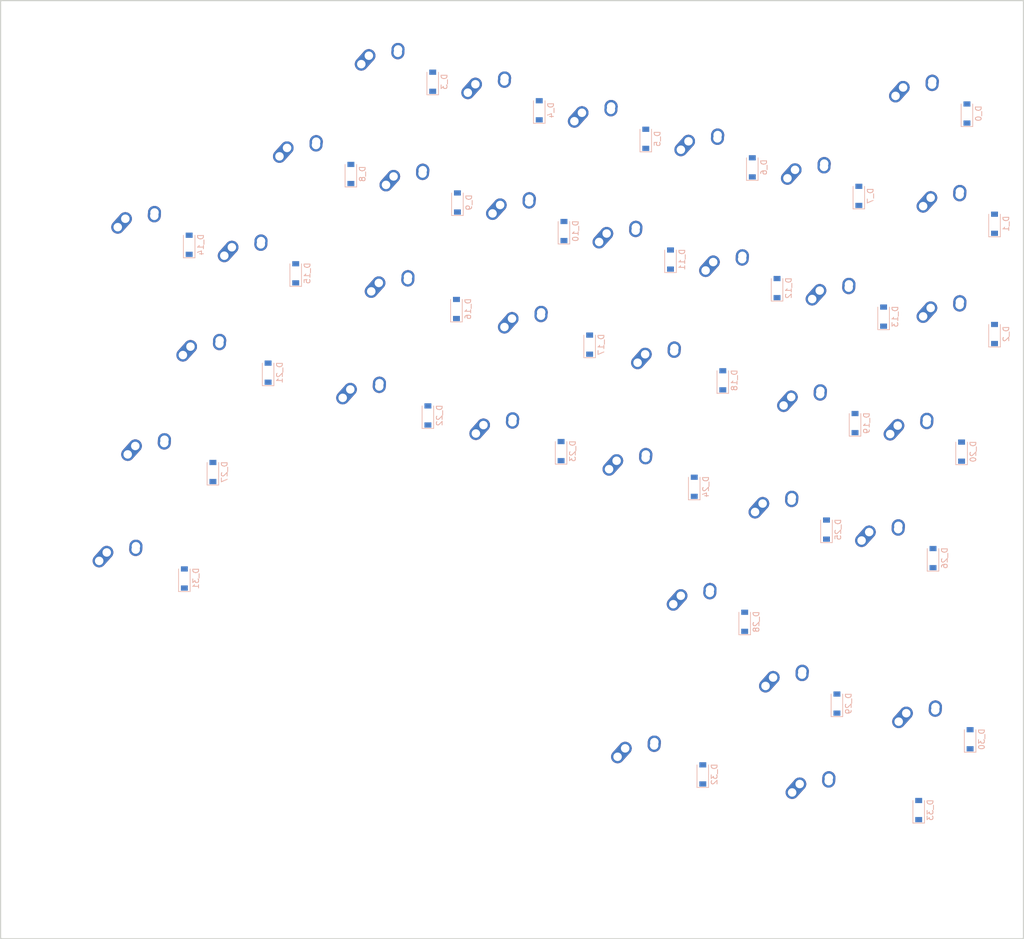
<source format=kicad_pcb>
(kicad_pcb (version 20171130) (host pcbnew "(5.1.6)-1")

  (general
    (thickness 1.6)
    (drawings 8)
    (tracks 0)
    (zones 0)
    (modules 68)
    (nets 52)
  )

  (page A2)
  (layers
    (0 F.Cu signal)
    (31 B.Cu signal)
    (32 B.Adhes user)
    (33 F.Adhes user)
    (34 B.Paste user)
    (35 F.Paste user)
    (36 B.SilkS user)
    (37 F.SilkS user)
    (38 B.Mask user)
    (39 F.Mask user)
    (40 Dwgs.User user)
    (41 Cmts.User user)
    (42 Eco1.User user)
    (43 Eco2.User user)
    (44 Edge.Cuts user)
    (45 Margin user)
    (46 B.CrtYd user)
    (47 F.CrtYd user)
    (48 B.Fab user)
    (49 F.Fab user)
  )

  (setup
    (last_trace_width 0.25)
    (trace_clearance 0.2)
    (zone_clearance 0.508)
    (zone_45_only no)
    (trace_min 0.2)
    (via_size 0.8)
    (via_drill 0.4)
    (via_min_size 0.4)
    (via_min_drill 0.3)
    (uvia_size 0.3)
    (uvia_drill 0.1)
    (uvias_allowed no)
    (uvia_min_size 0.2)
    (uvia_min_drill 0.1)
    (edge_width 0.1)
    (segment_width 0.2)
    (pcb_text_width 0.3)
    (pcb_text_size 1.5 1.5)
    (mod_edge_width 0.15)
    (mod_text_size 1 1)
    (mod_text_width 0.15)
    (pad_size 1.5 1.5)
    (pad_drill 0.6)
    (pad_to_mask_clearance 0)
    (aux_axis_origin 0 0)
    (visible_elements 7FFFFFFF)
    (pcbplotparams
      (layerselection 0x010fc_ffffffff)
      (usegerberextensions true)
      (usegerberattributes false)
      (usegerberadvancedattributes false)
      (creategerberjobfile false)
      (excludeedgelayer true)
      (linewidth 0.100000)
      (plotframeref false)
      (viasonmask false)
      (mode 1)
      (useauxorigin false)
      (hpglpennumber 1)
      (hpglpenspeed 20)
      (hpglpendiameter 15.000000)
      (psnegative false)
      (psa4output false)
      (plotreference true)
      (plotvalue true)
      (plotinvisibletext false)
      (padsonsilk false)
      (subtractmaskfromsilk false)
      (outputformat 1)
      (mirror false)
      (drillshape 0)
      (scaleselection 1)
      (outputdirectory ""))
  )

  (net 0 "")
  (net 1 col0)
  (net 2 col1)
  (net 3 col2)
  (net 4 col3)
  (net 5 col4)
  (net 6 col5)
  (net 7 col6)
  (net 8 col7)
  (net 9 col8)
  (net 10 row0)
  (net 11 row1)
  (net 12 row2)
  (net 13 row3)
  (net 14 row4)
  (net 15 row5)
  (net 16 row6)
  (net 17 row7)
  (net 18 "Net-(D_3-Pad2)")
  (net 19 "Net-(D_4-Pad2)")
  (net 20 "Net-(D_0-Pad2)")
  (net 21 "Net-(D_8-Pad2)")
  (net 22 "Net-(D_9-Pad2)")
  (net 23 "Net-(D_10-Pad2)")
  (net 24 "Net-(D_5-Pad2)")
  (net 25 "Net-(D_6-Pad2)")
  (net 26 "Net-(D_7-Pad2)")
  (net 27 "Net-(D_1-Pad2)")
  (net 28 "Net-(D_14-Pad2)")
  (net 29 "Net-(D_15-Pad2)")
  (net 30 "Net-(D_16-Pad2)")
  (net 31 "Net-(D_11-Pad2)")
  (net 32 "Net-(D_12-Pad2)")
  (net 33 "Net-(D_13-Pad2)")
  (net 34 "Net-(D_2-Pad2)")
  (net 35 "Net-(D_21-Pad2)")
  (net 36 "Net-(D_22-Pad2)")
  (net 37 "Net-(D_17-Pad2)")
  (net 38 "Net-(D_23-Pad2)")
  (net 39 "Net-(D_18-Pad2)")
  (net 40 "Net-(D_19-Pad2)")
  (net 41 "Net-(D_20-Pad2)")
  (net 42 "Net-(D_27-Pad2)")
  (net 43 "Net-(D_24-Pad2)")
  (net 44 "Net-(D_25-Pad2)")
  (net 45 "Net-(D_26-Pad2)")
  (net 46 "Net-(D_31-Pad2)")
  (net 47 "Net-(D_28-Pad2)")
  (net 48 "Net-(D_32-Pad2)")
  (net 49 "Net-(D_29-Pad2)")
  (net 50 "Net-(D_30-Pad2)")
  (net 51 "Net-(D_33-Pad2)")

  (net_class Default "This is the default net class."
    (clearance 0.2)
    (trace_width 0.25)
    (via_dia 0.8)
    (via_drill 0.4)
    (uvia_dia 0.3)
    (uvia_drill 0.1)
    (add_net "Net-(D_0-Pad2)")
    (add_net "Net-(D_1-Pad2)")
    (add_net "Net-(D_10-Pad2)")
    (add_net "Net-(D_11-Pad2)")
    (add_net "Net-(D_12-Pad2)")
    (add_net "Net-(D_13-Pad2)")
    (add_net "Net-(D_14-Pad2)")
    (add_net "Net-(D_15-Pad2)")
    (add_net "Net-(D_16-Pad2)")
    (add_net "Net-(D_17-Pad2)")
    (add_net "Net-(D_18-Pad2)")
    (add_net "Net-(D_19-Pad2)")
    (add_net "Net-(D_2-Pad2)")
    (add_net "Net-(D_20-Pad2)")
    (add_net "Net-(D_21-Pad2)")
    (add_net "Net-(D_22-Pad2)")
    (add_net "Net-(D_23-Pad2)")
    (add_net "Net-(D_24-Pad2)")
    (add_net "Net-(D_25-Pad2)")
    (add_net "Net-(D_26-Pad2)")
    (add_net "Net-(D_27-Pad2)")
    (add_net "Net-(D_28-Pad2)")
    (add_net "Net-(D_29-Pad2)")
    (add_net "Net-(D_3-Pad2)")
    (add_net "Net-(D_30-Pad2)")
    (add_net "Net-(D_31-Pad2)")
    (add_net "Net-(D_32-Pad2)")
    (add_net "Net-(D_33-Pad2)")
    (add_net "Net-(D_4-Pad2)")
    (add_net "Net-(D_5-Pad2)")
    (add_net "Net-(D_6-Pad2)")
    (add_net "Net-(D_7-Pad2)")
    (add_net "Net-(D_8-Pad2)")
    (add_net "Net-(D_9-Pad2)")
    (add_net col0)
    (add_net col1)
    (add_net col2)
    (add_net col3)
    (add_net col4)
    (add_net col5)
    (add_net col6)
    (add_net col7)
    (add_net col8)
    (add_net row0)
    (add_net row1)
    (add_net row2)
    (add_net row3)
    (add_net row4)
    (add_net row5)
    (add_net row6)
    (add_net row7)
  )

  (module MX_Alps_Hybrid:MX-1U-NoLED (layer F.Cu) (tedit 5A9F5203) (tstamp 30)
    (at 275.469126 145.415)
    (path /00000031)
    (fp_text reference K_3 (at 0 3.175) (layer Dwgs.User)
      (effects (font (size 1 1) (thickness 0.15)))
    )
    (fp_text value KEYSW (at 0 -7.9375) (layer Dwgs.User)
      (effects (font (size 1 1) (thickness 0.15)))
    )
    (fp_line (start -9.525 9.525) (end -9.525 -9.525) (layer Dwgs.User) (width 0.15))
    (fp_line (start 9.525 9.525) (end -9.525 9.525) (layer Dwgs.User) (width 0.15))
    (fp_line (start 9.525 -9.525) (end 9.525 9.525) (layer Dwgs.User) (width 0.15))
    (fp_line (start -9.525 -9.525) (end 9.525 -9.525) (layer Dwgs.User) (width 0.15))
    (fp_line (start -7 -7) (end -7 -5) (layer Dwgs.User) (width 0.15))
    (fp_line (start -5 -7) (end -7 -7) (layer Dwgs.User) (width 0.15))
    (fp_line (start -7 7) (end -5 7) (layer Dwgs.User) (width 0.15))
    (fp_line (start -7 5) (end -7 7) (layer Dwgs.User) (width 0.15))
    (fp_line (start 7 7) (end 7 5) (layer Dwgs.User) (width 0.15))
    (fp_line (start 5 7) (end 7 7) (layer Dwgs.User) (width 0.15))
    (fp_line (start 7 -7) (end 7 -5) (layer Dwgs.User) (width 0.15))
    (fp_line (start 5 -7) (end 7 -7) (layer Dwgs.User) (width 0.15))
    (pad 1 thru_hole circle (at -2.5 -4) (size 2.25 2.25) (drill 1.47) (layers *.Cu B.Mask)
      (net 4 col3))
    (pad 1 thru_hole oval (at -3.81 -2.54 48.0996) (size 4.211556 2.25) (drill 1.47 (offset 0.980778 0)) (layers *.Cu B.Mask)
      (net 4 col3))
    (pad 2 thru_hole oval (at 2.5 -4.5 86.0548) (size 2.831378 2.25) (drill 1.47 (offset 0.290689 0)) (layers *.Cu B.Mask)
      (net 18 "Net-(D_3-Pad2)"))
    (pad 2 thru_hole circle (at 2.54 -5.08) (size 2.25 2.25) (drill 1.47) (layers *.Cu B.Mask)
      (net 18 "Net-(D_3-Pad2)"))
    (pad "" np_thru_hole circle (at 0 0) (size 3.9878 3.9878) (drill 3.9878) (layers *.Cu *.Mask))
    (pad "" np_thru_hole circle (at -5.08 0 48.0996) (size 1.75 1.75) (drill 1.75) (layers *.Cu *.Mask))
    (pad "" np_thru_hole circle (at 5.08 0 48.0996) (size 1.75 1.75) (drill 1.75) (layers *.Cu *.Mask))
  )

  (module Diode_SMD:D_SOD-123 (layer B.Cu) (tedit 561B6A12) (tstamp 31)
    (at 283.994126 145.915 90)
    (descr SOD-123)
    (tags SOD-123)
    (path /00000030)
    (attr smd)
    (fp_text reference D_3 (at 0 2 90) (layer B.SilkS)
      (effects (font (size 1 1) (thickness 0.15)) (justify mirror))
    )
    (fp_text value D (at 0 -2.1 90) (layer B.Fab)
      (effects (font (size 1 1) (thickness 0.15)) (justify mirror))
    )
    (fp_line (start -2.25 1) (end -2.25 -1) (layer B.SilkS) (width 0.12))
    (fp_line (start 0.25 0) (end 0.75 0) (layer B.Fab) (width 0.1))
    (fp_line (start 0.25 -0.4) (end -0.35 0) (layer B.Fab) (width 0.1))
    (fp_line (start 0.25 0.4) (end 0.25 -0.4) (layer B.Fab) (width 0.1))
    (fp_line (start -0.35 0) (end 0.25 0.4) (layer B.Fab) (width 0.1))
    (fp_line (start -0.35 0) (end -0.35 -0.55) (layer B.Fab) (width 0.1))
    (fp_line (start -0.35 0) (end -0.35 0.55) (layer B.Fab) (width 0.1))
    (fp_line (start -0.75 0) (end -0.35 0) (layer B.Fab) (width 0.1))
    (fp_line (start -1.4 -0.9) (end -1.4 0.9) (layer B.Fab) (width 0.1))
    (fp_line (start 1.4 -0.9) (end -1.4 -0.9) (layer B.Fab) (width 0.1))
    (fp_line (start 1.4 0.9) (end 1.4 -0.9) (layer B.Fab) (width 0.1))
    (fp_line (start -1.4 0.9) (end 1.4 0.9) (layer B.Fab) (width 0.1))
    (fp_line (start -2.35 1.15) (end 2.35 1.15) (layer B.CrtYd) (width 0.05))
    (fp_line (start 2.35 1.15) (end 2.35 -1.15) (layer B.CrtYd) (width 0.05))
    (fp_line (start 2.35 -1.15) (end -2.35 -1.15) (layer B.CrtYd) (width 0.05))
    (fp_line (start -2.35 1.15) (end -2.35 -1.15) (layer B.CrtYd) (width 0.05))
    (fp_line (start -2.25 -1) (end 1.65 -1) (layer B.SilkS) (width 0.12))
    (fp_line (start -2.25 1) (end 1.65 1) (layer B.SilkS) (width 0.12))
    (fp_text user %R (at 0 2 270) (layer B.Fab)
      (effects (font (size 1 1) (thickness 0.15)) (justify mirror))
    )
    (pad 2 smd rect (at 1.65 0 90) (size 0.9 1.2) (layers B.Cu B.Paste B.Mask)
      (net 18 "Net-(D_3-Pad2)"))
    (pad 1 smd rect (at -1.65 0 90) (size 0.9 1.2) (layers B.Cu B.Paste B.Mask)
      (net 10 row0))
    (model ${KISYS3DMOD}/Diode_SMD.3dshapes/D_SOD-123.wrl
      (at (xyz 0 0 0))
      (scale (xyz 1 1 1))
      (rotate (xyz 0 0 0))
    )
  )

  (module MX_Alps_Hybrid:MX-1U-NoLED (layer F.Cu) (tedit 5A9F5203) (tstamp 40)
    (at 293.870013 150.345503)
    (path /00000041)
    (fp_text reference K_4 (at 0 3.175) (layer Dwgs.User)
      (effects (font (size 1 1) (thickness 0.15)))
    )
    (fp_text value KEYSW (at 0 -7.9375) (layer Dwgs.User)
      (effects (font (size 1 1) (thickness 0.15)))
    )
    (fp_line (start -9.525 9.525) (end -9.525 -9.525) (layer Dwgs.User) (width 0.15))
    (fp_line (start 9.525 9.525) (end -9.525 9.525) (layer Dwgs.User) (width 0.15))
    (fp_line (start 9.525 -9.525) (end 9.525 9.525) (layer Dwgs.User) (width 0.15))
    (fp_line (start -9.525 -9.525) (end 9.525 -9.525) (layer Dwgs.User) (width 0.15))
    (fp_line (start -7 -7) (end -7 -5) (layer Dwgs.User) (width 0.15))
    (fp_line (start -5 -7) (end -7 -7) (layer Dwgs.User) (width 0.15))
    (fp_line (start -7 7) (end -5 7) (layer Dwgs.User) (width 0.15))
    (fp_line (start -7 5) (end -7 7) (layer Dwgs.User) (width 0.15))
    (fp_line (start 7 7) (end 7 5) (layer Dwgs.User) (width 0.15))
    (fp_line (start 5 7) (end 7 7) (layer Dwgs.User) (width 0.15))
    (fp_line (start 7 -7) (end 7 -5) (layer Dwgs.User) (width 0.15))
    (fp_line (start 5 -7) (end 7 -7) (layer Dwgs.User) (width 0.15))
    (pad 1 thru_hole circle (at -2.5 -4) (size 2.25 2.25) (drill 1.47) (layers *.Cu B.Mask)
      (net 5 col4))
    (pad 1 thru_hole oval (at -3.81 -2.54 48.0996) (size 4.211556 2.25) (drill 1.47 (offset 0.980778 0)) (layers *.Cu B.Mask)
      (net 5 col4))
    (pad 2 thru_hole oval (at 2.5 -4.5 86.0548) (size 2.831378 2.25) (drill 1.47 (offset 0.290689 0)) (layers *.Cu B.Mask)
      (net 19 "Net-(D_4-Pad2)"))
    (pad 2 thru_hole circle (at 2.54 -5.08) (size 2.25 2.25) (drill 1.47) (layers *.Cu B.Mask)
      (net 19 "Net-(D_4-Pad2)"))
    (pad "" np_thru_hole circle (at 0 0) (size 3.9878 3.9878) (drill 3.9878) (layers *.Cu *.Mask))
    (pad "" np_thru_hole circle (at -5.08 0 48.0996) (size 1.75 1.75) (drill 1.75) (layers *.Cu *.Mask))
    (pad "" np_thru_hole circle (at 5.08 0 48.0996) (size 1.75 1.75) (drill 1.75) (layers *.Cu *.Mask))
  )

  (module Diode_SMD:D_SOD-123 (layer B.Cu) (tedit 561B6A12) (tstamp 41)
    (at 302.395013 150.845503 90)
    (descr SOD-123)
    (tags SOD-123)
    (path /00000040)
    (attr smd)
    (fp_text reference D_4 (at 0 2 90) (layer B.SilkS)
      (effects (font (size 1 1) (thickness 0.15)) (justify mirror))
    )
    (fp_text value D (at 0 -2.1 90) (layer B.Fab)
      (effects (font (size 1 1) (thickness 0.15)) (justify mirror))
    )
    (fp_line (start -2.25 1) (end -2.25 -1) (layer B.SilkS) (width 0.12))
    (fp_line (start 0.25 0) (end 0.75 0) (layer B.Fab) (width 0.1))
    (fp_line (start 0.25 -0.4) (end -0.35 0) (layer B.Fab) (width 0.1))
    (fp_line (start 0.25 0.4) (end 0.25 -0.4) (layer B.Fab) (width 0.1))
    (fp_line (start -0.35 0) (end 0.25 0.4) (layer B.Fab) (width 0.1))
    (fp_line (start -0.35 0) (end -0.35 -0.55) (layer B.Fab) (width 0.1))
    (fp_line (start -0.35 0) (end -0.35 0.55) (layer B.Fab) (width 0.1))
    (fp_line (start -0.75 0) (end -0.35 0) (layer B.Fab) (width 0.1))
    (fp_line (start -1.4 -0.9) (end -1.4 0.9) (layer B.Fab) (width 0.1))
    (fp_line (start 1.4 -0.9) (end -1.4 -0.9) (layer B.Fab) (width 0.1))
    (fp_line (start 1.4 0.9) (end 1.4 -0.9) (layer B.Fab) (width 0.1))
    (fp_line (start -1.4 0.9) (end 1.4 0.9) (layer B.Fab) (width 0.1))
    (fp_line (start -2.35 1.15) (end 2.35 1.15) (layer B.CrtYd) (width 0.05))
    (fp_line (start 2.35 1.15) (end 2.35 -1.15) (layer B.CrtYd) (width 0.05))
    (fp_line (start 2.35 -1.15) (end -2.35 -1.15) (layer B.CrtYd) (width 0.05))
    (fp_line (start -2.35 1.15) (end -2.35 -1.15) (layer B.CrtYd) (width 0.05))
    (fp_line (start -2.25 -1) (end 1.65 -1) (layer B.SilkS) (width 0.12))
    (fp_line (start -2.25 1) (end 1.65 1) (layer B.SilkS) (width 0.12))
    (fp_text user %R (at 0 2 270) (layer B.Fab)
      (effects (font (size 1 1) (thickness 0.15)) (justify mirror))
    )
    (pad 2 smd rect (at 1.65 0 90) (size 0.9 1.2) (layers B.Cu B.Paste B.Mask)
      (net 19 "Net-(D_4-Pad2)"))
    (pad 1 smd rect (at -1.65 0 90) (size 0.9 1.2) (layers B.Cu B.Paste B.Mask)
      (net 10 row0))
    (model ${KISYS3DMOD}/Diode_SMD.3dshapes/D_SOD-123.wrl
      (at (xyz 0 0 0))
      (scale (xyz 1 1 1))
      (rotate (xyz 0 0 0))
    )
  )

  (module MX_Alps_Hybrid:MX-1U-NoLED (layer F.Cu) (tedit 5A9F5203) (tstamp 0)
    (at 367.741686 150.906117)
    (path /00000001)
    (fp_text reference K_0 (at 0 3.175) (layer Dwgs.User)
      (effects (font (size 1 1) (thickness 0.15)))
    )
    (fp_text value KEYSW (at 0 -7.9375) (layer Dwgs.User)
      (effects (font (size 1 1) (thickness 0.15)))
    )
    (fp_line (start -9.525 9.525) (end -9.525 -9.525) (layer Dwgs.User) (width 0.15))
    (fp_line (start 9.525 9.525) (end -9.525 9.525) (layer Dwgs.User) (width 0.15))
    (fp_line (start 9.525 -9.525) (end 9.525 9.525) (layer Dwgs.User) (width 0.15))
    (fp_line (start -9.525 -9.525) (end 9.525 -9.525) (layer Dwgs.User) (width 0.15))
    (fp_line (start -7 -7) (end -7 -5) (layer Dwgs.User) (width 0.15))
    (fp_line (start -5 -7) (end -7 -7) (layer Dwgs.User) (width 0.15))
    (fp_line (start -7 7) (end -5 7) (layer Dwgs.User) (width 0.15))
    (fp_line (start -7 5) (end -7 7) (layer Dwgs.User) (width 0.15))
    (fp_line (start 7 7) (end 7 5) (layer Dwgs.User) (width 0.15))
    (fp_line (start 5 7) (end 7 7) (layer Dwgs.User) (width 0.15))
    (fp_line (start 7 -7) (end 7 -5) (layer Dwgs.User) (width 0.15))
    (fp_line (start 5 -7) (end 7 -7) (layer Dwgs.User) (width 0.15))
    (pad 1 thru_hole circle (at -2.5 -4) (size 2.25 2.25) (drill 1.47) (layers *.Cu B.Mask)
      (net 9 col8))
    (pad 1 thru_hole oval (at -3.81 -2.54 48.0996) (size 4.211556 2.25) (drill 1.47 (offset 0.980778 0)) (layers *.Cu B.Mask)
      (net 9 col8))
    (pad 2 thru_hole oval (at 2.5 -4.5 86.0548) (size 2.831378 2.25) (drill 1.47 (offset 0.290689 0)) (layers *.Cu B.Mask)
      (net 20 "Net-(D_0-Pad2)"))
    (pad 2 thru_hole circle (at 2.54 -5.08) (size 2.25 2.25) (drill 1.47) (layers *.Cu B.Mask)
      (net 20 "Net-(D_0-Pad2)"))
    (pad "" np_thru_hole circle (at 0 0) (size 3.9878 3.9878) (drill 3.9878) (layers *.Cu *.Mask))
    (pad "" np_thru_hole circle (at -5.08 0 48.0996) (size 1.75 1.75) (drill 1.75) (layers *.Cu *.Mask))
    (pad "" np_thru_hole circle (at 5.08 0 48.0996) (size 1.75 1.75) (drill 1.75) (layers *.Cu *.Mask))
  )

  (module Diode_SMD:D_SOD-123 (layer B.Cu) (tedit 561B6A12) (tstamp 1)
    (at 376.266686 151.406117 90)
    (descr SOD-123)
    (tags SOD-123)
    (path /00000000)
    (attr smd)
    (fp_text reference D_0 (at 0 2 90) (layer B.SilkS)
      (effects (font (size 1 1) (thickness 0.15)) (justify mirror))
    )
    (fp_text value D (at 0 -2.1 90) (layer B.Fab)
      (effects (font (size 1 1) (thickness 0.15)) (justify mirror))
    )
    (fp_line (start -2.25 1) (end -2.25 -1) (layer B.SilkS) (width 0.12))
    (fp_line (start 0.25 0) (end 0.75 0) (layer B.Fab) (width 0.1))
    (fp_line (start 0.25 -0.4) (end -0.35 0) (layer B.Fab) (width 0.1))
    (fp_line (start 0.25 0.4) (end 0.25 -0.4) (layer B.Fab) (width 0.1))
    (fp_line (start -0.35 0) (end 0.25 0.4) (layer B.Fab) (width 0.1))
    (fp_line (start -0.35 0) (end -0.35 -0.55) (layer B.Fab) (width 0.1))
    (fp_line (start -0.35 0) (end -0.35 0.55) (layer B.Fab) (width 0.1))
    (fp_line (start -0.75 0) (end -0.35 0) (layer B.Fab) (width 0.1))
    (fp_line (start -1.4 -0.9) (end -1.4 0.9) (layer B.Fab) (width 0.1))
    (fp_line (start 1.4 -0.9) (end -1.4 -0.9) (layer B.Fab) (width 0.1))
    (fp_line (start 1.4 0.9) (end 1.4 -0.9) (layer B.Fab) (width 0.1))
    (fp_line (start -1.4 0.9) (end 1.4 0.9) (layer B.Fab) (width 0.1))
    (fp_line (start -2.35 1.15) (end 2.35 1.15) (layer B.CrtYd) (width 0.05))
    (fp_line (start 2.35 1.15) (end 2.35 -1.15) (layer B.CrtYd) (width 0.05))
    (fp_line (start 2.35 -1.15) (end -2.35 -1.15) (layer B.CrtYd) (width 0.05))
    (fp_line (start -2.35 1.15) (end -2.35 -1.15) (layer B.CrtYd) (width 0.05))
    (fp_line (start -2.25 -1) (end 1.65 -1) (layer B.SilkS) (width 0.12))
    (fp_line (start -2.25 1) (end 1.65 1) (layer B.SilkS) (width 0.12))
    (fp_text user %R (at 0 2 270) (layer B.Fab)
      (effects (font (size 1 1) (thickness 0.15)) (justify mirror))
    )
    (pad 2 smd rect (at 1.65 0 90) (size 0.9 1.2) (layers B.Cu B.Paste B.Mask)
      (net 20 "Net-(D_0-Pad2)"))
    (pad 1 smd rect (at -1.65 0 90) (size 0.9 1.2) (layers B.Cu B.Paste B.Mask)
      (net 10 row0))
    (model ${KISYS3DMOD}/Diode_SMD.3dshapes/D_SOD-123.wrl
      (at (xyz 0 0 0))
      (scale (xyz 1 1 1))
      (rotate (xyz 0 0 0))
    )
  )

  (module MX_Alps_Hybrid:MX-1U-NoLED (layer F.Cu) (tedit 5A9F5203) (tstamp 80)
    (at 261.338179 161.350636)
    (path /00000081)
    (fp_text reference K_8 (at 0 3.175) (layer Dwgs.User)
      (effects (font (size 1 1) (thickness 0.15)))
    )
    (fp_text value KEYSW (at 0 -7.9375) (layer Dwgs.User)
      (effects (font (size 1 1) (thickness 0.15)))
    )
    (fp_line (start -9.525 9.525) (end -9.525 -9.525) (layer Dwgs.User) (width 0.15))
    (fp_line (start 9.525 9.525) (end -9.525 9.525) (layer Dwgs.User) (width 0.15))
    (fp_line (start 9.525 -9.525) (end 9.525 9.525) (layer Dwgs.User) (width 0.15))
    (fp_line (start -9.525 -9.525) (end 9.525 -9.525) (layer Dwgs.User) (width 0.15))
    (fp_line (start -7 -7) (end -7 -5) (layer Dwgs.User) (width 0.15))
    (fp_line (start -5 -7) (end -7 -7) (layer Dwgs.User) (width 0.15))
    (fp_line (start -7 7) (end -5 7) (layer Dwgs.User) (width 0.15))
    (fp_line (start -7 5) (end -7 7) (layer Dwgs.User) (width 0.15))
    (fp_line (start 7 7) (end 7 5) (layer Dwgs.User) (width 0.15))
    (fp_line (start 5 7) (end 7 7) (layer Dwgs.User) (width 0.15))
    (fp_line (start 7 -7) (end 7 -5) (layer Dwgs.User) (width 0.15))
    (fp_line (start 5 -7) (end 7 -7) (layer Dwgs.User) (width 0.15))
    (pad 1 thru_hole circle (at -2.5 -4) (size 2.25 2.25) (drill 1.47) (layers *.Cu B.Mask)
      (net 3 col2))
    (pad 1 thru_hole oval (at -3.81 -2.54 48.0996) (size 4.211556 2.25) (drill 1.47 (offset 0.980778 0)) (layers *.Cu B.Mask)
      (net 3 col2))
    (pad 2 thru_hole oval (at 2.5 -4.5 86.0548) (size 2.831378 2.25) (drill 1.47 (offset 0.290689 0)) (layers *.Cu B.Mask)
      (net 21 "Net-(D_8-Pad2)"))
    (pad 2 thru_hole circle (at 2.54 -5.08) (size 2.25 2.25) (drill 1.47) (layers *.Cu B.Mask)
      (net 21 "Net-(D_8-Pad2)"))
    (pad "" np_thru_hole circle (at 0 0) (size 3.9878 3.9878) (drill 3.9878) (layers *.Cu *.Mask))
    (pad "" np_thru_hole circle (at -5.08 0 48.0996) (size 1.75 1.75) (drill 1.75) (layers *.Cu *.Mask))
    (pad "" np_thru_hole circle (at 5.08 0 48.0996) (size 1.75 1.75) (drill 1.75) (layers *.Cu *.Mask))
  )

  (module Diode_SMD:D_SOD-123 (layer B.Cu) (tedit 561B6A12) (tstamp 81)
    (at 269.863179 161.850636 90)
    (descr SOD-123)
    (tags SOD-123)
    (path /00000080)
    (attr smd)
    (fp_text reference D_8 (at 0 2 90) (layer B.SilkS)
      (effects (font (size 1 1) (thickness 0.15)) (justify mirror))
    )
    (fp_text value D (at 0 -2.1 90) (layer B.Fab)
      (effects (font (size 1 1) (thickness 0.15)) (justify mirror))
    )
    (fp_line (start -2.25 1) (end -2.25 -1) (layer B.SilkS) (width 0.12))
    (fp_line (start 0.25 0) (end 0.75 0) (layer B.Fab) (width 0.1))
    (fp_line (start 0.25 -0.4) (end -0.35 0) (layer B.Fab) (width 0.1))
    (fp_line (start 0.25 0.4) (end 0.25 -0.4) (layer B.Fab) (width 0.1))
    (fp_line (start -0.35 0) (end 0.25 0.4) (layer B.Fab) (width 0.1))
    (fp_line (start -0.35 0) (end -0.35 -0.55) (layer B.Fab) (width 0.1))
    (fp_line (start -0.35 0) (end -0.35 0.55) (layer B.Fab) (width 0.1))
    (fp_line (start -0.75 0) (end -0.35 0) (layer B.Fab) (width 0.1))
    (fp_line (start -1.4 -0.9) (end -1.4 0.9) (layer B.Fab) (width 0.1))
    (fp_line (start 1.4 -0.9) (end -1.4 -0.9) (layer B.Fab) (width 0.1))
    (fp_line (start 1.4 0.9) (end 1.4 -0.9) (layer B.Fab) (width 0.1))
    (fp_line (start -1.4 0.9) (end 1.4 0.9) (layer B.Fab) (width 0.1))
    (fp_line (start -2.35 1.15) (end 2.35 1.15) (layer B.CrtYd) (width 0.05))
    (fp_line (start 2.35 1.15) (end 2.35 -1.15) (layer B.CrtYd) (width 0.05))
    (fp_line (start 2.35 -1.15) (end -2.35 -1.15) (layer B.CrtYd) (width 0.05))
    (fp_line (start -2.35 1.15) (end -2.35 -1.15) (layer B.CrtYd) (width 0.05))
    (fp_line (start -2.25 -1) (end 1.65 -1) (layer B.SilkS) (width 0.12))
    (fp_line (start -2.25 1) (end 1.65 1) (layer B.SilkS) (width 0.12))
    (fp_text user %R (at 0 2 270) (layer B.Fab)
      (effects (font (size 1 1) (thickness 0.15)) (justify mirror))
    )
    (pad 2 smd rect (at 1.65 0 90) (size 0.9 1.2) (layers B.Cu B.Paste B.Mask)
      (net 21 "Net-(D_8-Pad2)"))
    (pad 1 smd rect (at -1.65 0 90) (size 0.9 1.2) (layers B.Cu B.Paste B.Mask)
      (net 11 row1))
    (model ${KISYS3DMOD}/Diode_SMD.3dshapes/D_SOD-123.wrl
      (at (xyz 0 0 0))
      (scale (xyz 1 1 1))
      (rotate (xyz 0 0 0))
    )
  )

  (module MX_Alps_Hybrid:MX-1U-NoLED (layer F.Cu) (tedit 5A9F5203) (tstamp 90)
    (at 279.739066 166.281138)
    (path /00000091)
    (fp_text reference K_9 (at 0 3.175) (layer Dwgs.User)
      (effects (font (size 1 1) (thickness 0.15)))
    )
    (fp_text value KEYSW (at 0 -7.9375) (layer Dwgs.User)
      (effects (font (size 1 1) (thickness 0.15)))
    )
    (fp_line (start -9.525 9.525) (end -9.525 -9.525) (layer Dwgs.User) (width 0.15))
    (fp_line (start 9.525 9.525) (end -9.525 9.525) (layer Dwgs.User) (width 0.15))
    (fp_line (start 9.525 -9.525) (end 9.525 9.525) (layer Dwgs.User) (width 0.15))
    (fp_line (start -9.525 -9.525) (end 9.525 -9.525) (layer Dwgs.User) (width 0.15))
    (fp_line (start -7 -7) (end -7 -5) (layer Dwgs.User) (width 0.15))
    (fp_line (start -5 -7) (end -7 -7) (layer Dwgs.User) (width 0.15))
    (fp_line (start -7 7) (end -5 7) (layer Dwgs.User) (width 0.15))
    (fp_line (start -7 5) (end -7 7) (layer Dwgs.User) (width 0.15))
    (fp_line (start 7 7) (end 7 5) (layer Dwgs.User) (width 0.15))
    (fp_line (start 5 7) (end 7 7) (layer Dwgs.User) (width 0.15))
    (fp_line (start 7 -7) (end 7 -5) (layer Dwgs.User) (width 0.15))
    (fp_line (start 5 -7) (end 7 -7) (layer Dwgs.User) (width 0.15))
    (pad 1 thru_hole circle (at -2.5 -4) (size 2.25 2.25) (drill 1.47) (layers *.Cu B.Mask)
      (net 4 col3))
    (pad 1 thru_hole oval (at -3.81 -2.54 48.0996) (size 4.211556 2.25) (drill 1.47 (offset 0.980778 0)) (layers *.Cu B.Mask)
      (net 4 col3))
    (pad 2 thru_hole oval (at 2.5 -4.5 86.0548) (size 2.831378 2.25) (drill 1.47 (offset 0.290689 0)) (layers *.Cu B.Mask)
      (net 22 "Net-(D_9-Pad2)"))
    (pad 2 thru_hole circle (at 2.54 -5.08) (size 2.25 2.25) (drill 1.47) (layers *.Cu B.Mask)
      (net 22 "Net-(D_9-Pad2)"))
    (pad "" np_thru_hole circle (at 0 0) (size 3.9878 3.9878) (drill 3.9878) (layers *.Cu *.Mask))
    (pad "" np_thru_hole circle (at -5.08 0 48.0996) (size 1.75 1.75) (drill 1.75) (layers *.Cu *.Mask))
    (pad "" np_thru_hole circle (at 5.08 0 48.0996) (size 1.75 1.75) (drill 1.75) (layers *.Cu *.Mask))
  )

  (module Diode_SMD:D_SOD-123 (layer B.Cu) (tedit 561B6A12) (tstamp 91)
    (at 288.264066 166.781138 90)
    (descr SOD-123)
    (tags SOD-123)
    (path /00000090)
    (attr smd)
    (fp_text reference D_9 (at 0 2 90) (layer B.SilkS)
      (effects (font (size 1 1) (thickness 0.15)) (justify mirror))
    )
    (fp_text value D (at 0 -2.1 90) (layer B.Fab)
      (effects (font (size 1 1) (thickness 0.15)) (justify mirror))
    )
    (fp_line (start -2.25 1) (end -2.25 -1) (layer B.SilkS) (width 0.12))
    (fp_line (start 0.25 0) (end 0.75 0) (layer B.Fab) (width 0.1))
    (fp_line (start 0.25 -0.4) (end -0.35 0) (layer B.Fab) (width 0.1))
    (fp_line (start 0.25 0.4) (end 0.25 -0.4) (layer B.Fab) (width 0.1))
    (fp_line (start -0.35 0) (end 0.25 0.4) (layer B.Fab) (width 0.1))
    (fp_line (start -0.35 0) (end -0.35 -0.55) (layer B.Fab) (width 0.1))
    (fp_line (start -0.35 0) (end -0.35 0.55) (layer B.Fab) (width 0.1))
    (fp_line (start -0.75 0) (end -0.35 0) (layer B.Fab) (width 0.1))
    (fp_line (start -1.4 -0.9) (end -1.4 0.9) (layer B.Fab) (width 0.1))
    (fp_line (start 1.4 -0.9) (end -1.4 -0.9) (layer B.Fab) (width 0.1))
    (fp_line (start 1.4 0.9) (end 1.4 -0.9) (layer B.Fab) (width 0.1))
    (fp_line (start -1.4 0.9) (end 1.4 0.9) (layer B.Fab) (width 0.1))
    (fp_line (start -2.35 1.15) (end 2.35 1.15) (layer B.CrtYd) (width 0.05))
    (fp_line (start 2.35 1.15) (end 2.35 -1.15) (layer B.CrtYd) (width 0.05))
    (fp_line (start 2.35 -1.15) (end -2.35 -1.15) (layer B.CrtYd) (width 0.05))
    (fp_line (start -2.35 1.15) (end -2.35 -1.15) (layer B.CrtYd) (width 0.05))
    (fp_line (start -2.25 -1) (end 1.65 -1) (layer B.SilkS) (width 0.12))
    (fp_line (start -2.25 1) (end 1.65 1) (layer B.SilkS) (width 0.12))
    (fp_text user %R (at 0 2 270) (layer B.Fab)
      (effects (font (size 1 1) (thickness 0.15)) (justify mirror))
    )
    (pad 2 smd rect (at 1.65 0 90) (size 0.9 1.2) (layers B.Cu B.Paste B.Mask)
      (net 22 "Net-(D_9-Pad2)"))
    (pad 1 smd rect (at -1.65 0 90) (size 0.9 1.2) (layers B.Cu B.Paste B.Mask)
      (net 11 row1))
    (model ${KISYS3DMOD}/Diode_SMD.3dshapes/D_SOD-123.wrl
      (at (xyz 0 0 0))
      (scale (xyz 1 1 1))
      (rotate (xyz 0 0 0))
    )
  )

  (module MX_Alps_Hybrid:MX-1U-NoLED (layer F.Cu) (tedit 5A9F5203) (tstamp A0)
    (at 298.139953 171.211641)
    (path /00000101)
    (fp_text reference K_10 (at 0 3.175) (layer Dwgs.User)
      (effects (font (size 1 1) (thickness 0.15)))
    )
    (fp_text value KEYSW (at 0 -7.9375) (layer Dwgs.User)
      (effects (font (size 1 1) (thickness 0.15)))
    )
    (fp_line (start -9.525 9.525) (end -9.525 -9.525) (layer Dwgs.User) (width 0.15))
    (fp_line (start 9.525 9.525) (end -9.525 9.525) (layer Dwgs.User) (width 0.15))
    (fp_line (start 9.525 -9.525) (end 9.525 9.525) (layer Dwgs.User) (width 0.15))
    (fp_line (start -9.525 -9.525) (end 9.525 -9.525) (layer Dwgs.User) (width 0.15))
    (fp_line (start -7 -7) (end -7 -5) (layer Dwgs.User) (width 0.15))
    (fp_line (start -5 -7) (end -7 -7) (layer Dwgs.User) (width 0.15))
    (fp_line (start -7 7) (end -5 7) (layer Dwgs.User) (width 0.15))
    (fp_line (start -7 5) (end -7 7) (layer Dwgs.User) (width 0.15))
    (fp_line (start 7 7) (end 7 5) (layer Dwgs.User) (width 0.15))
    (fp_line (start 5 7) (end 7 7) (layer Dwgs.User) (width 0.15))
    (fp_line (start 7 -7) (end 7 -5) (layer Dwgs.User) (width 0.15))
    (fp_line (start 5 -7) (end 7 -7) (layer Dwgs.User) (width 0.15))
    (pad 1 thru_hole circle (at -2.5 -4) (size 2.25 2.25) (drill 1.47) (layers *.Cu B.Mask)
      (net 5 col4))
    (pad 1 thru_hole oval (at -3.81 -2.54 48.0996) (size 4.211556 2.25) (drill 1.47 (offset 0.980778 0)) (layers *.Cu B.Mask)
      (net 5 col4))
    (pad 2 thru_hole oval (at 2.5 -4.5 86.0548) (size 2.831378 2.25) (drill 1.47 (offset 0.290689 0)) (layers *.Cu B.Mask)
      (net 23 "Net-(D_10-Pad2)"))
    (pad 2 thru_hole circle (at 2.54 -5.08) (size 2.25 2.25) (drill 1.47) (layers *.Cu B.Mask)
      (net 23 "Net-(D_10-Pad2)"))
    (pad "" np_thru_hole circle (at 0 0) (size 3.9878 3.9878) (drill 3.9878) (layers *.Cu *.Mask))
    (pad "" np_thru_hole circle (at -5.08 0 48.0996) (size 1.75 1.75) (drill 1.75) (layers *.Cu *.Mask))
    (pad "" np_thru_hole circle (at 5.08 0 48.0996) (size 1.75 1.75) (drill 1.75) (layers *.Cu *.Mask))
  )

  (module Diode_SMD:D_SOD-123 (layer B.Cu) (tedit 561B6A12) (tstamp A1)
    (at 306.664953 171.711641 90)
    (descr SOD-123)
    (tags SOD-123)
    (path /00000100)
    (attr smd)
    (fp_text reference D_10 (at 0 2 90) (layer B.SilkS)
      (effects (font (size 1 1) (thickness 0.15)) (justify mirror))
    )
    (fp_text value D (at 0 -2.1 90) (layer B.Fab)
      (effects (font (size 1 1) (thickness 0.15)) (justify mirror))
    )
    (fp_line (start -2.25 1) (end -2.25 -1) (layer B.SilkS) (width 0.12))
    (fp_line (start 0.25 0) (end 0.75 0) (layer B.Fab) (width 0.1))
    (fp_line (start 0.25 -0.4) (end -0.35 0) (layer B.Fab) (width 0.1))
    (fp_line (start 0.25 0.4) (end 0.25 -0.4) (layer B.Fab) (width 0.1))
    (fp_line (start -0.35 0) (end 0.25 0.4) (layer B.Fab) (width 0.1))
    (fp_line (start -0.35 0) (end -0.35 -0.55) (layer B.Fab) (width 0.1))
    (fp_line (start -0.35 0) (end -0.35 0.55) (layer B.Fab) (width 0.1))
    (fp_line (start -0.75 0) (end -0.35 0) (layer B.Fab) (width 0.1))
    (fp_line (start -1.4 -0.9) (end -1.4 0.9) (layer B.Fab) (width 0.1))
    (fp_line (start 1.4 -0.9) (end -1.4 -0.9) (layer B.Fab) (width 0.1))
    (fp_line (start 1.4 0.9) (end 1.4 -0.9) (layer B.Fab) (width 0.1))
    (fp_line (start -1.4 0.9) (end 1.4 0.9) (layer B.Fab) (width 0.1))
    (fp_line (start -2.35 1.15) (end 2.35 1.15) (layer B.CrtYd) (width 0.05))
    (fp_line (start 2.35 1.15) (end 2.35 -1.15) (layer B.CrtYd) (width 0.05))
    (fp_line (start 2.35 -1.15) (end -2.35 -1.15) (layer B.CrtYd) (width 0.05))
    (fp_line (start -2.35 1.15) (end -2.35 -1.15) (layer B.CrtYd) (width 0.05))
    (fp_line (start -2.25 -1) (end 1.65 -1) (layer B.SilkS) (width 0.12))
    (fp_line (start -2.25 1) (end 1.65 1) (layer B.SilkS) (width 0.12))
    (fp_text user %R (at 0 2 270) (layer B.Fab)
      (effects (font (size 1 1) (thickness 0.15)) (justify mirror))
    )
    (pad 2 smd rect (at 1.65 0 90) (size 0.9 1.2) (layers B.Cu B.Paste B.Mask)
      (net 23 "Net-(D_10-Pad2)"))
    (pad 1 smd rect (at -1.65 0 90) (size 0.9 1.2) (layers B.Cu B.Paste B.Mask)
      (net 11 row1))
    (model ${KISYS3DMOD}/Diode_SMD.3dshapes/D_SOD-123.wrl
      (at (xyz 0 0 0))
      (scale (xyz 1 1 1))
      (rotate (xyz 0 0 0))
    )
  )

  (module MX_Alps_Hybrid:MX-1U-NoLED (layer F.Cu) (tedit 5A9F5203) (tstamp 50)
    (at 312.2709 155.276006)
    (path /00000051)
    (fp_text reference K_5 (at 0 3.175) (layer Dwgs.User)
      (effects (font (size 1 1) (thickness 0.15)))
    )
    (fp_text value KEYSW (at 0 -7.9375) (layer Dwgs.User)
      (effects (font (size 1 1) (thickness 0.15)))
    )
    (fp_line (start -9.525 9.525) (end -9.525 -9.525) (layer Dwgs.User) (width 0.15))
    (fp_line (start 9.525 9.525) (end -9.525 9.525) (layer Dwgs.User) (width 0.15))
    (fp_line (start 9.525 -9.525) (end 9.525 9.525) (layer Dwgs.User) (width 0.15))
    (fp_line (start -9.525 -9.525) (end 9.525 -9.525) (layer Dwgs.User) (width 0.15))
    (fp_line (start -7 -7) (end -7 -5) (layer Dwgs.User) (width 0.15))
    (fp_line (start -5 -7) (end -7 -7) (layer Dwgs.User) (width 0.15))
    (fp_line (start -7 7) (end -5 7) (layer Dwgs.User) (width 0.15))
    (fp_line (start -7 5) (end -7 7) (layer Dwgs.User) (width 0.15))
    (fp_line (start 7 7) (end 7 5) (layer Dwgs.User) (width 0.15))
    (fp_line (start 5 7) (end 7 7) (layer Dwgs.User) (width 0.15))
    (fp_line (start 7 -7) (end 7 -5) (layer Dwgs.User) (width 0.15))
    (fp_line (start 5 -7) (end 7 -7) (layer Dwgs.User) (width 0.15))
    (pad 1 thru_hole circle (at -2.5 -4) (size 2.25 2.25) (drill 1.47) (layers *.Cu B.Mask)
      (net 6 col5))
    (pad 1 thru_hole oval (at -3.81 -2.54 48.0996) (size 4.211556 2.25) (drill 1.47 (offset 0.980778 0)) (layers *.Cu B.Mask)
      (net 6 col5))
    (pad 2 thru_hole oval (at 2.5 -4.5 86.0548) (size 2.831378 2.25) (drill 1.47 (offset 0.290689 0)) (layers *.Cu B.Mask)
      (net 24 "Net-(D_5-Pad2)"))
    (pad 2 thru_hole circle (at 2.54 -5.08) (size 2.25 2.25) (drill 1.47) (layers *.Cu B.Mask)
      (net 24 "Net-(D_5-Pad2)"))
    (pad "" np_thru_hole circle (at 0 0) (size 3.9878 3.9878) (drill 3.9878) (layers *.Cu *.Mask))
    (pad "" np_thru_hole circle (at -5.08 0 48.0996) (size 1.75 1.75) (drill 1.75) (layers *.Cu *.Mask))
    (pad "" np_thru_hole circle (at 5.08 0 48.0996) (size 1.75 1.75) (drill 1.75) (layers *.Cu *.Mask))
  )

  (module Diode_SMD:D_SOD-123 (layer B.Cu) (tedit 561B6A12) (tstamp 51)
    (at 320.7959 155.776006 90)
    (descr SOD-123)
    (tags SOD-123)
    (path /00000050)
    (attr smd)
    (fp_text reference D_5 (at 0 2 90) (layer B.SilkS)
      (effects (font (size 1 1) (thickness 0.15)) (justify mirror))
    )
    (fp_text value D (at 0 -2.1 90) (layer B.Fab)
      (effects (font (size 1 1) (thickness 0.15)) (justify mirror))
    )
    (fp_line (start -2.25 1) (end -2.25 -1) (layer B.SilkS) (width 0.12))
    (fp_line (start 0.25 0) (end 0.75 0) (layer B.Fab) (width 0.1))
    (fp_line (start 0.25 -0.4) (end -0.35 0) (layer B.Fab) (width 0.1))
    (fp_line (start 0.25 0.4) (end 0.25 -0.4) (layer B.Fab) (width 0.1))
    (fp_line (start -0.35 0) (end 0.25 0.4) (layer B.Fab) (width 0.1))
    (fp_line (start -0.35 0) (end -0.35 -0.55) (layer B.Fab) (width 0.1))
    (fp_line (start -0.35 0) (end -0.35 0.55) (layer B.Fab) (width 0.1))
    (fp_line (start -0.75 0) (end -0.35 0) (layer B.Fab) (width 0.1))
    (fp_line (start -1.4 -0.9) (end -1.4 0.9) (layer B.Fab) (width 0.1))
    (fp_line (start 1.4 -0.9) (end -1.4 -0.9) (layer B.Fab) (width 0.1))
    (fp_line (start 1.4 0.9) (end 1.4 -0.9) (layer B.Fab) (width 0.1))
    (fp_line (start -1.4 0.9) (end 1.4 0.9) (layer B.Fab) (width 0.1))
    (fp_line (start -2.35 1.15) (end 2.35 1.15) (layer B.CrtYd) (width 0.05))
    (fp_line (start 2.35 1.15) (end 2.35 -1.15) (layer B.CrtYd) (width 0.05))
    (fp_line (start 2.35 -1.15) (end -2.35 -1.15) (layer B.CrtYd) (width 0.05))
    (fp_line (start -2.35 1.15) (end -2.35 -1.15) (layer B.CrtYd) (width 0.05))
    (fp_line (start -2.25 -1) (end 1.65 -1) (layer B.SilkS) (width 0.12))
    (fp_line (start -2.25 1) (end 1.65 1) (layer B.SilkS) (width 0.12))
    (fp_text user %R (at 0 2 270) (layer B.Fab)
      (effects (font (size 1 1) (thickness 0.15)) (justify mirror))
    )
    (pad 2 smd rect (at 1.65 0 90) (size 0.9 1.2) (layers B.Cu B.Paste B.Mask)
      (net 24 "Net-(D_5-Pad2)"))
    (pad 1 smd rect (at -1.65 0 90) (size 0.9 1.2) (layers B.Cu B.Paste B.Mask)
      (net 11 row1))
    (model ${KISYS3DMOD}/Diode_SMD.3dshapes/D_SOD-123.wrl
      (at (xyz 0 0 0))
      (scale (xyz 1 1 1))
      (rotate (xyz 0 0 0))
    )
  )

  (module MX_Alps_Hybrid:MX-1U-NoLED (layer F.Cu) (tedit 5A9F5203) (tstamp 60)
    (at 330.671787 160.206508)
    (path /00000061)
    (fp_text reference K_6 (at 0 3.175) (layer Dwgs.User)
      (effects (font (size 1 1) (thickness 0.15)))
    )
    (fp_text value KEYSW (at 0 -7.9375) (layer Dwgs.User)
      (effects (font (size 1 1) (thickness 0.15)))
    )
    (fp_line (start -9.525 9.525) (end -9.525 -9.525) (layer Dwgs.User) (width 0.15))
    (fp_line (start 9.525 9.525) (end -9.525 9.525) (layer Dwgs.User) (width 0.15))
    (fp_line (start 9.525 -9.525) (end 9.525 9.525) (layer Dwgs.User) (width 0.15))
    (fp_line (start -9.525 -9.525) (end 9.525 -9.525) (layer Dwgs.User) (width 0.15))
    (fp_line (start -7 -7) (end -7 -5) (layer Dwgs.User) (width 0.15))
    (fp_line (start -5 -7) (end -7 -7) (layer Dwgs.User) (width 0.15))
    (fp_line (start -7 7) (end -5 7) (layer Dwgs.User) (width 0.15))
    (fp_line (start -7 5) (end -7 7) (layer Dwgs.User) (width 0.15))
    (fp_line (start 7 7) (end 7 5) (layer Dwgs.User) (width 0.15))
    (fp_line (start 5 7) (end 7 7) (layer Dwgs.User) (width 0.15))
    (fp_line (start 7 -7) (end 7 -5) (layer Dwgs.User) (width 0.15))
    (fp_line (start 5 -7) (end 7 -7) (layer Dwgs.User) (width 0.15))
    (pad 1 thru_hole circle (at -2.5 -4) (size 2.25 2.25) (drill 1.47) (layers *.Cu B.Mask)
      (net 7 col6))
    (pad 1 thru_hole oval (at -3.81 -2.54 48.0996) (size 4.211556 2.25) (drill 1.47 (offset 0.980778 0)) (layers *.Cu B.Mask)
      (net 7 col6))
    (pad 2 thru_hole oval (at 2.5 -4.5 86.0548) (size 2.831378 2.25) (drill 1.47 (offset 0.290689 0)) (layers *.Cu B.Mask)
      (net 25 "Net-(D_6-Pad2)"))
    (pad 2 thru_hole circle (at 2.54 -5.08) (size 2.25 2.25) (drill 1.47) (layers *.Cu B.Mask)
      (net 25 "Net-(D_6-Pad2)"))
    (pad "" np_thru_hole circle (at 0 0) (size 3.9878 3.9878) (drill 3.9878) (layers *.Cu *.Mask))
    (pad "" np_thru_hole circle (at -5.08 0 48.0996) (size 1.75 1.75) (drill 1.75) (layers *.Cu *.Mask))
    (pad "" np_thru_hole circle (at 5.08 0 48.0996) (size 1.75 1.75) (drill 1.75) (layers *.Cu *.Mask))
  )

  (module Diode_SMD:D_SOD-123 (layer B.Cu) (tedit 561B6A12) (tstamp 61)
    (at 339.196787 160.706508 90)
    (descr SOD-123)
    (tags SOD-123)
    (path /00000060)
    (attr smd)
    (fp_text reference D_6 (at 0 2 90) (layer B.SilkS)
      (effects (font (size 1 1) (thickness 0.15)) (justify mirror))
    )
    (fp_text value D (at 0 -2.1 90) (layer B.Fab)
      (effects (font (size 1 1) (thickness 0.15)) (justify mirror))
    )
    (fp_line (start -2.25 1) (end -2.25 -1) (layer B.SilkS) (width 0.12))
    (fp_line (start 0.25 0) (end 0.75 0) (layer B.Fab) (width 0.1))
    (fp_line (start 0.25 -0.4) (end -0.35 0) (layer B.Fab) (width 0.1))
    (fp_line (start 0.25 0.4) (end 0.25 -0.4) (layer B.Fab) (width 0.1))
    (fp_line (start -0.35 0) (end 0.25 0.4) (layer B.Fab) (width 0.1))
    (fp_line (start -0.35 0) (end -0.35 -0.55) (layer B.Fab) (width 0.1))
    (fp_line (start -0.35 0) (end -0.35 0.55) (layer B.Fab) (width 0.1))
    (fp_line (start -0.75 0) (end -0.35 0) (layer B.Fab) (width 0.1))
    (fp_line (start -1.4 -0.9) (end -1.4 0.9) (layer B.Fab) (width 0.1))
    (fp_line (start 1.4 -0.9) (end -1.4 -0.9) (layer B.Fab) (width 0.1))
    (fp_line (start 1.4 0.9) (end 1.4 -0.9) (layer B.Fab) (width 0.1))
    (fp_line (start -1.4 0.9) (end 1.4 0.9) (layer B.Fab) (width 0.1))
    (fp_line (start -2.35 1.15) (end 2.35 1.15) (layer B.CrtYd) (width 0.05))
    (fp_line (start 2.35 1.15) (end 2.35 -1.15) (layer B.CrtYd) (width 0.05))
    (fp_line (start 2.35 -1.15) (end -2.35 -1.15) (layer B.CrtYd) (width 0.05))
    (fp_line (start -2.35 1.15) (end -2.35 -1.15) (layer B.CrtYd) (width 0.05))
    (fp_line (start -2.25 -1) (end 1.65 -1) (layer B.SilkS) (width 0.12))
    (fp_line (start -2.25 1) (end 1.65 1) (layer B.SilkS) (width 0.12))
    (fp_text user %R (at 0 2 270) (layer B.Fab)
      (effects (font (size 1 1) (thickness 0.15)) (justify mirror))
    )
    (pad 2 smd rect (at 1.65 0 90) (size 0.9 1.2) (layers B.Cu B.Paste B.Mask)
      (net 25 "Net-(D_6-Pad2)"))
    (pad 1 smd rect (at -1.65 0 90) (size 0.9 1.2) (layers B.Cu B.Paste B.Mask)
      (net 11 row1))
    (model ${KISYS3DMOD}/Diode_SMD.3dshapes/D_SOD-123.wrl
      (at (xyz 0 0 0))
      (scale (xyz 1 1 1))
      (rotate (xyz 0 0 0))
    )
  )

  (module MX_Alps_Hybrid:MX-1U-NoLED (layer F.Cu) (tedit 5A9F5203) (tstamp 70)
    (at 349.072674 165.137011)
    (path /00000071)
    (fp_text reference K_7 (at 0 3.175) (layer Dwgs.User)
      (effects (font (size 1 1) (thickness 0.15)))
    )
    (fp_text value KEYSW (at 0 -7.9375) (layer Dwgs.User)
      (effects (font (size 1 1) (thickness 0.15)))
    )
    (fp_line (start -9.525 9.525) (end -9.525 -9.525) (layer Dwgs.User) (width 0.15))
    (fp_line (start 9.525 9.525) (end -9.525 9.525) (layer Dwgs.User) (width 0.15))
    (fp_line (start 9.525 -9.525) (end 9.525 9.525) (layer Dwgs.User) (width 0.15))
    (fp_line (start -9.525 -9.525) (end 9.525 -9.525) (layer Dwgs.User) (width 0.15))
    (fp_line (start -7 -7) (end -7 -5) (layer Dwgs.User) (width 0.15))
    (fp_line (start -5 -7) (end -7 -7) (layer Dwgs.User) (width 0.15))
    (fp_line (start -7 7) (end -5 7) (layer Dwgs.User) (width 0.15))
    (fp_line (start -7 5) (end -7 7) (layer Dwgs.User) (width 0.15))
    (fp_line (start 7 7) (end 7 5) (layer Dwgs.User) (width 0.15))
    (fp_line (start 5 7) (end 7 7) (layer Dwgs.User) (width 0.15))
    (fp_line (start 7 -7) (end 7 -5) (layer Dwgs.User) (width 0.15))
    (fp_line (start 5 -7) (end 7 -7) (layer Dwgs.User) (width 0.15))
    (pad 1 thru_hole circle (at -2.5 -4) (size 2.25 2.25) (drill 1.47) (layers *.Cu B.Mask)
      (net 7 col6))
    (pad 1 thru_hole oval (at -3.81 -2.54 48.0996) (size 4.211556 2.25) (drill 1.47 (offset 0.980778 0)) (layers *.Cu B.Mask)
      (net 7 col6))
    (pad 2 thru_hole oval (at 2.5 -4.5 86.0548) (size 2.831378 2.25) (drill 1.47 (offset 0.290689 0)) (layers *.Cu B.Mask)
      (net 26 "Net-(D_7-Pad2)"))
    (pad 2 thru_hole circle (at 2.54 -5.08) (size 2.25 2.25) (drill 1.47) (layers *.Cu B.Mask)
      (net 26 "Net-(D_7-Pad2)"))
    (pad "" np_thru_hole circle (at 0 0) (size 3.9878 3.9878) (drill 3.9878) (layers *.Cu *.Mask))
    (pad "" np_thru_hole circle (at -5.08 0 48.0996) (size 1.75 1.75) (drill 1.75) (layers *.Cu *.Mask))
    (pad "" np_thru_hole circle (at 5.08 0 48.0996) (size 1.75 1.75) (drill 1.75) (layers *.Cu *.Mask))
  )

  (module Diode_SMD:D_SOD-123 (layer B.Cu) (tedit 561B6A12) (tstamp 71)
    (at 357.597674 165.637011 90)
    (descr SOD-123)
    (tags SOD-123)
    (path /00000070)
    (attr smd)
    (fp_text reference D_7 (at 0 2 90) (layer B.SilkS)
      (effects (font (size 1 1) (thickness 0.15)) (justify mirror))
    )
    (fp_text value D (at 0 -2.1 90) (layer B.Fab)
      (effects (font (size 1 1) (thickness 0.15)) (justify mirror))
    )
    (fp_line (start -2.25 1) (end -2.25 -1) (layer B.SilkS) (width 0.12))
    (fp_line (start 0.25 0) (end 0.75 0) (layer B.Fab) (width 0.1))
    (fp_line (start 0.25 -0.4) (end -0.35 0) (layer B.Fab) (width 0.1))
    (fp_line (start 0.25 0.4) (end 0.25 -0.4) (layer B.Fab) (width 0.1))
    (fp_line (start -0.35 0) (end 0.25 0.4) (layer B.Fab) (width 0.1))
    (fp_line (start -0.35 0) (end -0.35 -0.55) (layer B.Fab) (width 0.1))
    (fp_line (start -0.35 0) (end -0.35 0.55) (layer B.Fab) (width 0.1))
    (fp_line (start -0.75 0) (end -0.35 0) (layer B.Fab) (width 0.1))
    (fp_line (start -1.4 -0.9) (end -1.4 0.9) (layer B.Fab) (width 0.1))
    (fp_line (start 1.4 -0.9) (end -1.4 -0.9) (layer B.Fab) (width 0.1))
    (fp_line (start 1.4 0.9) (end 1.4 -0.9) (layer B.Fab) (width 0.1))
    (fp_line (start -1.4 0.9) (end 1.4 0.9) (layer B.Fab) (width 0.1))
    (fp_line (start -2.35 1.15) (end 2.35 1.15) (layer B.CrtYd) (width 0.05))
    (fp_line (start 2.35 1.15) (end 2.35 -1.15) (layer B.CrtYd) (width 0.05))
    (fp_line (start 2.35 -1.15) (end -2.35 -1.15) (layer B.CrtYd) (width 0.05))
    (fp_line (start -2.35 1.15) (end -2.35 -1.15) (layer B.CrtYd) (width 0.05))
    (fp_line (start -2.25 -1) (end 1.65 -1) (layer B.SilkS) (width 0.12))
    (fp_line (start -2.25 1) (end 1.65 1) (layer B.SilkS) (width 0.12))
    (fp_text user %R (at 0 2 270) (layer B.Fab)
      (effects (font (size 1 1) (thickness 0.15)) (justify mirror))
    )
    (pad 2 smd rect (at 1.65 0 90) (size 0.9 1.2) (layers B.Cu B.Paste B.Mask)
      (net 26 "Net-(D_7-Pad2)"))
    (pad 1 smd rect (at -1.65 0 90) (size 0.9 1.2) (layers B.Cu B.Paste B.Mask)
      (net 11 row1))
    (model ${KISYS3DMOD}/Diode_SMD.3dshapes/D_SOD-123.wrl
      (at (xyz 0 0 0))
      (scale (xyz 1 1 1))
      (rotate (xyz 0 0 0))
    )
  )

  (module MX_Alps_Hybrid:MX-1U-NoLED (layer F.Cu) (tedit 5A9F5203) (tstamp 10)
    (at 372.504186 169.956117)
    (path /00000011)
    (fp_text reference K_1 (at 0 3.175) (layer Dwgs.User)
      (effects (font (size 1 1) (thickness 0.15)))
    )
    (fp_text value KEYSW (at 0 -7.9375) (layer Dwgs.User)
      (effects (font (size 1 1) (thickness 0.15)))
    )
    (fp_line (start -9.525 9.525) (end -9.525 -9.525) (layer Dwgs.User) (width 0.15))
    (fp_line (start 9.525 9.525) (end -9.525 9.525) (layer Dwgs.User) (width 0.15))
    (fp_line (start 9.525 -9.525) (end 9.525 9.525) (layer Dwgs.User) (width 0.15))
    (fp_line (start -9.525 -9.525) (end 9.525 -9.525) (layer Dwgs.User) (width 0.15))
    (fp_line (start -7 -7) (end -7 -5) (layer Dwgs.User) (width 0.15))
    (fp_line (start -5 -7) (end -7 -7) (layer Dwgs.User) (width 0.15))
    (fp_line (start -7 7) (end -5 7) (layer Dwgs.User) (width 0.15))
    (fp_line (start -7 5) (end -7 7) (layer Dwgs.User) (width 0.15))
    (fp_line (start 7 7) (end 7 5) (layer Dwgs.User) (width 0.15))
    (fp_line (start 5 7) (end 7 7) (layer Dwgs.User) (width 0.15))
    (fp_line (start 7 -7) (end 7 -5) (layer Dwgs.User) (width 0.15))
    (fp_line (start 5 -7) (end 7 -7) (layer Dwgs.User) (width 0.15))
    (pad 1 thru_hole circle (at -2.5 -4) (size 2.25 2.25) (drill 1.47) (layers *.Cu B.Mask)
      (net 9 col8))
    (pad 1 thru_hole oval (at -3.81 -2.54 48.0996) (size 4.211556 2.25) (drill 1.47 (offset 0.980778 0)) (layers *.Cu B.Mask)
      (net 9 col8))
    (pad 2 thru_hole oval (at 2.5 -4.5 86.0548) (size 2.831378 2.25) (drill 1.47 (offset 0.290689 0)) (layers *.Cu B.Mask)
      (net 27 "Net-(D_1-Pad2)"))
    (pad 2 thru_hole circle (at 2.54 -5.08) (size 2.25 2.25) (drill 1.47) (layers *.Cu B.Mask)
      (net 27 "Net-(D_1-Pad2)"))
    (pad "" np_thru_hole circle (at 0 0) (size 3.9878 3.9878) (drill 3.9878) (layers *.Cu *.Mask))
    (pad "" np_thru_hole circle (at -5.08 0 48.0996) (size 1.75 1.75) (drill 1.75) (layers *.Cu *.Mask))
    (pad "" np_thru_hole circle (at 5.08 0 48.0996) (size 1.75 1.75) (drill 1.75) (layers *.Cu *.Mask))
  )

  (module Diode_SMD:D_SOD-123 (layer B.Cu) (tedit 561B6A12) (tstamp 11)
    (at 381.029186 170.456117 90)
    (descr SOD-123)
    (tags SOD-123)
    (path /00000010)
    (attr smd)
    (fp_text reference D_1 (at 0 2 90) (layer B.SilkS)
      (effects (font (size 1 1) (thickness 0.15)) (justify mirror))
    )
    (fp_text value D (at 0 -2.1 90) (layer B.Fab)
      (effects (font (size 1 1) (thickness 0.15)) (justify mirror))
    )
    (fp_line (start -2.25 1) (end -2.25 -1) (layer B.SilkS) (width 0.12))
    (fp_line (start 0.25 0) (end 0.75 0) (layer B.Fab) (width 0.1))
    (fp_line (start 0.25 -0.4) (end -0.35 0) (layer B.Fab) (width 0.1))
    (fp_line (start 0.25 0.4) (end 0.25 -0.4) (layer B.Fab) (width 0.1))
    (fp_line (start -0.35 0) (end 0.25 0.4) (layer B.Fab) (width 0.1))
    (fp_line (start -0.35 0) (end -0.35 -0.55) (layer B.Fab) (width 0.1))
    (fp_line (start -0.35 0) (end -0.35 0.55) (layer B.Fab) (width 0.1))
    (fp_line (start -0.75 0) (end -0.35 0) (layer B.Fab) (width 0.1))
    (fp_line (start -1.4 -0.9) (end -1.4 0.9) (layer B.Fab) (width 0.1))
    (fp_line (start 1.4 -0.9) (end -1.4 -0.9) (layer B.Fab) (width 0.1))
    (fp_line (start 1.4 0.9) (end 1.4 -0.9) (layer B.Fab) (width 0.1))
    (fp_line (start -1.4 0.9) (end 1.4 0.9) (layer B.Fab) (width 0.1))
    (fp_line (start -2.35 1.15) (end 2.35 1.15) (layer B.CrtYd) (width 0.05))
    (fp_line (start 2.35 1.15) (end 2.35 -1.15) (layer B.CrtYd) (width 0.05))
    (fp_line (start 2.35 -1.15) (end -2.35 -1.15) (layer B.CrtYd) (width 0.05))
    (fp_line (start -2.35 1.15) (end -2.35 -1.15) (layer B.CrtYd) (width 0.05))
    (fp_line (start -2.25 -1) (end 1.65 -1) (layer B.SilkS) (width 0.12))
    (fp_line (start -2.25 1) (end 1.65 1) (layer B.SilkS) (width 0.12))
    (fp_text user %R (at 0 2 270) (layer B.Fab)
      (effects (font (size 1 1) (thickness 0.15)) (justify mirror))
    )
    (pad 2 smd rect (at 1.65 0 90) (size 0.9 1.2) (layers B.Cu B.Paste B.Mask)
      (net 27 "Net-(D_1-Pad2)"))
    (pad 1 smd rect (at -1.65 0 90) (size 0.9 1.2) (layers B.Cu B.Paste B.Mask)
      (net 11 row1))
    (model ${KISYS3DMOD}/Diode_SMD.3dshapes/D_SOD-123.wrl
      (at (xyz 0 0 0))
      (scale (xyz 1 1 1))
      (rotate (xyz 0 0 0))
    )
  )

  (module MX_Alps_Hybrid:MX-1U-NoLED (layer F.Cu) (tedit 5A9F5203) (tstamp E0)
    (at 233.406568 173.588394)
    (path /00000141)
    (fp_text reference K_14 (at 0 3.175) (layer Dwgs.User)
      (effects (font (size 1 1) (thickness 0.15)))
    )
    (fp_text value KEYSW (at 0 -7.9375) (layer Dwgs.User)
      (effects (font (size 1 1) (thickness 0.15)))
    )
    (fp_line (start -9.525 9.525) (end -9.525 -9.525) (layer Dwgs.User) (width 0.15))
    (fp_line (start 9.525 9.525) (end -9.525 9.525) (layer Dwgs.User) (width 0.15))
    (fp_line (start 9.525 -9.525) (end 9.525 9.525) (layer Dwgs.User) (width 0.15))
    (fp_line (start -9.525 -9.525) (end 9.525 -9.525) (layer Dwgs.User) (width 0.15))
    (fp_line (start -7 -7) (end -7 -5) (layer Dwgs.User) (width 0.15))
    (fp_line (start -5 -7) (end -7 -7) (layer Dwgs.User) (width 0.15))
    (fp_line (start -7 7) (end -5 7) (layer Dwgs.User) (width 0.15))
    (fp_line (start -7 5) (end -7 7) (layer Dwgs.User) (width 0.15))
    (fp_line (start 7 7) (end 7 5) (layer Dwgs.User) (width 0.15))
    (fp_line (start 5 7) (end 7 7) (layer Dwgs.User) (width 0.15))
    (fp_line (start 7 -7) (end 7 -5) (layer Dwgs.User) (width 0.15))
    (fp_line (start 5 -7) (end 7 -7) (layer Dwgs.User) (width 0.15))
    (pad 1 thru_hole circle (at -2.5 -4) (size 2.25 2.25) (drill 1.47) (layers *.Cu B.Mask)
      (net 1 col0))
    (pad 1 thru_hole oval (at -3.81 -2.54 48.0996) (size 4.211556 2.25) (drill 1.47 (offset 0.980778 0)) (layers *.Cu B.Mask)
      (net 1 col0))
    (pad 2 thru_hole oval (at 2.5 -4.5 86.0548) (size 2.831378 2.25) (drill 1.47 (offset 0.290689 0)) (layers *.Cu B.Mask)
      (net 28 "Net-(D_14-Pad2)"))
    (pad 2 thru_hole circle (at 2.54 -5.08) (size 2.25 2.25) (drill 1.47) (layers *.Cu B.Mask)
      (net 28 "Net-(D_14-Pad2)"))
    (pad "" np_thru_hole circle (at 0 0) (size 3.9878 3.9878) (drill 3.9878) (layers *.Cu *.Mask))
    (pad "" np_thru_hole circle (at -5.08 0 48.0996) (size 1.75 1.75) (drill 1.75) (layers *.Cu *.Mask))
    (pad "" np_thru_hole circle (at 5.08 0 48.0996) (size 1.75 1.75) (drill 1.75) (layers *.Cu *.Mask))
  )

  (module Diode_SMD:D_SOD-123 (layer B.Cu) (tedit 561B6A12) (tstamp E1)
    (at 241.931568 174.088394 90)
    (descr SOD-123)
    (tags SOD-123)
    (path /00000140)
    (attr smd)
    (fp_text reference D_14 (at 0 2 90) (layer B.SilkS)
      (effects (font (size 1 1) (thickness 0.15)) (justify mirror))
    )
    (fp_text value D (at 0 -2.1 90) (layer B.Fab)
      (effects (font (size 1 1) (thickness 0.15)) (justify mirror))
    )
    (fp_line (start -2.25 1) (end -2.25 -1) (layer B.SilkS) (width 0.12))
    (fp_line (start 0.25 0) (end 0.75 0) (layer B.Fab) (width 0.1))
    (fp_line (start 0.25 -0.4) (end -0.35 0) (layer B.Fab) (width 0.1))
    (fp_line (start 0.25 0.4) (end 0.25 -0.4) (layer B.Fab) (width 0.1))
    (fp_line (start -0.35 0) (end 0.25 0.4) (layer B.Fab) (width 0.1))
    (fp_line (start -0.35 0) (end -0.35 -0.55) (layer B.Fab) (width 0.1))
    (fp_line (start -0.35 0) (end -0.35 0.55) (layer B.Fab) (width 0.1))
    (fp_line (start -0.75 0) (end -0.35 0) (layer B.Fab) (width 0.1))
    (fp_line (start -1.4 -0.9) (end -1.4 0.9) (layer B.Fab) (width 0.1))
    (fp_line (start 1.4 -0.9) (end -1.4 -0.9) (layer B.Fab) (width 0.1))
    (fp_line (start 1.4 0.9) (end 1.4 -0.9) (layer B.Fab) (width 0.1))
    (fp_line (start -1.4 0.9) (end 1.4 0.9) (layer B.Fab) (width 0.1))
    (fp_line (start -2.35 1.15) (end 2.35 1.15) (layer B.CrtYd) (width 0.05))
    (fp_line (start 2.35 1.15) (end 2.35 -1.15) (layer B.CrtYd) (width 0.05))
    (fp_line (start 2.35 -1.15) (end -2.35 -1.15) (layer B.CrtYd) (width 0.05))
    (fp_line (start -2.35 1.15) (end -2.35 -1.15) (layer B.CrtYd) (width 0.05))
    (fp_line (start -2.25 -1) (end 1.65 -1) (layer B.SilkS) (width 0.12))
    (fp_line (start -2.25 1) (end 1.65 1) (layer B.SilkS) (width 0.12))
    (fp_text user %R (at 0 2 270) (layer B.Fab)
      (effects (font (size 1 1) (thickness 0.15)) (justify mirror))
    )
    (pad 2 smd rect (at 1.65 0 90) (size 0.9 1.2) (layers B.Cu B.Paste B.Mask)
      (net 28 "Net-(D_14-Pad2)"))
    (pad 1 smd rect (at -1.65 0 90) (size 0.9 1.2) (layers B.Cu B.Paste B.Mask)
      (net 12 row2))
    (model ${KISYS3DMOD}/Diode_SMD.3dshapes/D_SOD-123.wrl
      (at (xyz 0 0 0))
      (scale (xyz 1 1 1))
      (rotate (xyz 0 0 0))
    )
  )

  (module MX_Alps_Hybrid:MX-1U-NoLED (layer F.Cu) (tedit 5A9F5203) (tstamp F0)
    (at 251.807455 178.518897)
    (path /00000151)
    (fp_text reference K_15 (at 0 3.175) (layer Dwgs.User)
      (effects (font (size 1 1) (thickness 0.15)))
    )
    (fp_text value KEYSW (at 0 -7.9375) (layer Dwgs.User)
      (effects (font (size 1 1) (thickness 0.15)))
    )
    (fp_line (start -9.525 9.525) (end -9.525 -9.525) (layer Dwgs.User) (width 0.15))
    (fp_line (start 9.525 9.525) (end -9.525 9.525) (layer Dwgs.User) (width 0.15))
    (fp_line (start 9.525 -9.525) (end 9.525 9.525) (layer Dwgs.User) (width 0.15))
    (fp_line (start -9.525 -9.525) (end 9.525 -9.525) (layer Dwgs.User) (width 0.15))
    (fp_line (start -7 -7) (end -7 -5) (layer Dwgs.User) (width 0.15))
    (fp_line (start -5 -7) (end -7 -7) (layer Dwgs.User) (width 0.15))
    (fp_line (start -7 7) (end -5 7) (layer Dwgs.User) (width 0.15))
    (fp_line (start -7 5) (end -7 7) (layer Dwgs.User) (width 0.15))
    (fp_line (start 7 7) (end 7 5) (layer Dwgs.User) (width 0.15))
    (fp_line (start 5 7) (end 7 7) (layer Dwgs.User) (width 0.15))
    (fp_line (start 7 -7) (end 7 -5) (layer Dwgs.User) (width 0.15))
    (fp_line (start 5 -7) (end 7 -7) (layer Dwgs.User) (width 0.15))
    (pad 1 thru_hole circle (at -2.5 -4) (size 2.25 2.25) (drill 1.47) (layers *.Cu B.Mask)
      (net 2 col1))
    (pad 1 thru_hole oval (at -3.81 -2.54 48.0996) (size 4.211556 2.25) (drill 1.47 (offset 0.980778 0)) (layers *.Cu B.Mask)
      (net 2 col1))
    (pad 2 thru_hole oval (at 2.5 -4.5 86.0548) (size 2.831378 2.25) (drill 1.47 (offset 0.290689 0)) (layers *.Cu B.Mask)
      (net 29 "Net-(D_15-Pad2)"))
    (pad 2 thru_hole circle (at 2.54 -5.08) (size 2.25 2.25) (drill 1.47) (layers *.Cu B.Mask)
      (net 29 "Net-(D_15-Pad2)"))
    (pad "" np_thru_hole circle (at 0 0) (size 3.9878 3.9878) (drill 3.9878) (layers *.Cu *.Mask))
    (pad "" np_thru_hole circle (at -5.08 0 48.0996) (size 1.75 1.75) (drill 1.75) (layers *.Cu *.Mask))
    (pad "" np_thru_hole circle (at 5.08 0 48.0996) (size 1.75 1.75) (drill 1.75) (layers *.Cu *.Mask))
  )

  (module Diode_SMD:D_SOD-123 (layer B.Cu) (tedit 561B6A12) (tstamp F1)
    (at 260.332455 179.018897 90)
    (descr SOD-123)
    (tags SOD-123)
    (path /00000150)
    (attr smd)
    (fp_text reference D_15 (at 0 2 90) (layer B.SilkS)
      (effects (font (size 1 1) (thickness 0.15)) (justify mirror))
    )
    (fp_text value D (at 0 -2.1 90) (layer B.Fab)
      (effects (font (size 1 1) (thickness 0.15)) (justify mirror))
    )
    (fp_line (start -2.25 1) (end -2.25 -1) (layer B.SilkS) (width 0.12))
    (fp_line (start 0.25 0) (end 0.75 0) (layer B.Fab) (width 0.1))
    (fp_line (start 0.25 -0.4) (end -0.35 0) (layer B.Fab) (width 0.1))
    (fp_line (start 0.25 0.4) (end 0.25 -0.4) (layer B.Fab) (width 0.1))
    (fp_line (start -0.35 0) (end 0.25 0.4) (layer B.Fab) (width 0.1))
    (fp_line (start -0.35 0) (end -0.35 -0.55) (layer B.Fab) (width 0.1))
    (fp_line (start -0.35 0) (end -0.35 0.55) (layer B.Fab) (width 0.1))
    (fp_line (start -0.75 0) (end -0.35 0) (layer B.Fab) (width 0.1))
    (fp_line (start -1.4 -0.9) (end -1.4 0.9) (layer B.Fab) (width 0.1))
    (fp_line (start 1.4 -0.9) (end -1.4 -0.9) (layer B.Fab) (width 0.1))
    (fp_line (start 1.4 0.9) (end 1.4 -0.9) (layer B.Fab) (width 0.1))
    (fp_line (start -1.4 0.9) (end 1.4 0.9) (layer B.Fab) (width 0.1))
    (fp_line (start -2.35 1.15) (end 2.35 1.15) (layer B.CrtYd) (width 0.05))
    (fp_line (start 2.35 1.15) (end 2.35 -1.15) (layer B.CrtYd) (width 0.05))
    (fp_line (start 2.35 -1.15) (end -2.35 -1.15) (layer B.CrtYd) (width 0.05))
    (fp_line (start -2.35 1.15) (end -2.35 -1.15) (layer B.CrtYd) (width 0.05))
    (fp_line (start -2.25 -1) (end 1.65 -1) (layer B.SilkS) (width 0.12))
    (fp_line (start -2.25 1) (end 1.65 1) (layer B.SilkS) (width 0.12))
    (fp_text user %R (at 0 2 270) (layer B.Fab)
      (effects (font (size 1 1) (thickness 0.15)) (justify mirror))
    )
    (pad 2 smd rect (at 1.65 0 90) (size 0.9 1.2) (layers B.Cu B.Paste B.Mask)
      (net 29 "Net-(D_15-Pad2)"))
    (pad 1 smd rect (at -1.65 0 90) (size 0.9 1.2) (layers B.Cu B.Paste B.Mask)
      (net 12 row2))
    (model ${KISYS3DMOD}/Diode_SMD.3dshapes/D_SOD-123.wrl
      (at (xyz 0 0 0))
      (scale (xyz 1 1 1))
      (rotate (xyz 0 0 0))
    )
  )

  (module MX_Alps_Hybrid:MX-1.25U-NoLED (layer F.Cu) (tedit 5A9F5203) (tstamp 100)
    (at 277.189813 184.682025)
    (path /00000161)
    (fp_text reference K_16 (at 0 3.175) (layer Dwgs.User)
      (effects (font (size 1 1) (thickness 0.15)))
    )
    (fp_text value KEYSW (at 0 -7.9375) (layer Dwgs.User)
      (effects (font (size 1 1) (thickness 0.15)))
    )
    (fp_line (start -11.90625 9.525) (end -11.90625 -9.525) (layer Dwgs.User) (width 0.15))
    (fp_line (start 11.90625 9.525) (end -11.90625 9.525) (layer Dwgs.User) (width 0.15))
    (fp_line (start 11.90625 -9.525) (end 11.90625 9.525) (layer Dwgs.User) (width 0.15))
    (fp_line (start -11.90625 -9.525) (end 11.90625 -9.525) (layer Dwgs.User) (width 0.15))
    (fp_line (start -7 -7) (end -7 -5) (layer Dwgs.User) (width 0.15))
    (fp_line (start -5 -7) (end -7 -7) (layer Dwgs.User) (width 0.15))
    (fp_line (start -7 7) (end -5 7) (layer Dwgs.User) (width 0.15))
    (fp_line (start -7 5) (end -7 7) (layer Dwgs.User) (width 0.15))
    (fp_line (start 7 7) (end 7 5) (layer Dwgs.User) (width 0.15))
    (fp_line (start 5 7) (end 7 7) (layer Dwgs.User) (width 0.15))
    (fp_line (start 7 -7) (end 7 -5) (layer Dwgs.User) (width 0.15))
    (fp_line (start 5 -7) (end 7 -7) (layer Dwgs.User) (width 0.15))
    (pad 1 thru_hole circle (at -2.5 -4) (size 2.25 2.25) (drill 1.47) (layers *.Cu B.Mask)
      (net 4 col3))
    (pad 1 thru_hole oval (at -3.81 -2.54 48.0996) (size 4.211556 2.25) (drill 1.47 (offset 0.980778 0)) (layers *.Cu B.Mask)
      (net 4 col3))
    (pad 2 thru_hole oval (at 2.5 -4.5 86.0548) (size 2.831378 2.25) (drill 1.47 (offset 0.290689 0)) (layers *.Cu B.Mask)
      (net 30 "Net-(D_16-Pad2)"))
    (pad 2 thru_hole circle (at 2.54 -5.08) (size 2.25 2.25) (drill 1.47) (layers *.Cu B.Mask)
      (net 30 "Net-(D_16-Pad2)"))
    (pad "" np_thru_hole circle (at 0 0) (size 3.9878 3.9878) (drill 3.9878) (layers *.Cu *.Mask))
    (pad "" np_thru_hole circle (at -5.08 0 48.0996) (size 1.75 1.75) (drill 1.75) (layers *.Cu *.Mask))
    (pad "" np_thru_hole circle (at 5.08 0 48.0996) (size 1.75 1.75) (drill 1.75) (layers *.Cu *.Mask))
  )

  (module Diode_SMD:D_SOD-123 (layer B.Cu) (tedit 561B6A12) (tstamp 101)
    (at 288.096063 185.182025 90)
    (descr SOD-123)
    (tags SOD-123)
    (path /00000160)
    (attr smd)
    (fp_text reference D_16 (at 0 2 90) (layer B.SilkS)
      (effects (font (size 1 1) (thickness 0.15)) (justify mirror))
    )
    (fp_text value D (at 0 -2.1 90) (layer B.Fab)
      (effects (font (size 1 1) (thickness 0.15)) (justify mirror))
    )
    (fp_line (start -2.25 1) (end -2.25 -1) (layer B.SilkS) (width 0.12))
    (fp_line (start 0.25 0) (end 0.75 0) (layer B.Fab) (width 0.1))
    (fp_line (start 0.25 -0.4) (end -0.35 0) (layer B.Fab) (width 0.1))
    (fp_line (start 0.25 0.4) (end 0.25 -0.4) (layer B.Fab) (width 0.1))
    (fp_line (start -0.35 0) (end 0.25 0.4) (layer B.Fab) (width 0.1))
    (fp_line (start -0.35 0) (end -0.35 -0.55) (layer B.Fab) (width 0.1))
    (fp_line (start -0.35 0) (end -0.35 0.55) (layer B.Fab) (width 0.1))
    (fp_line (start -0.75 0) (end -0.35 0) (layer B.Fab) (width 0.1))
    (fp_line (start -1.4 -0.9) (end -1.4 0.9) (layer B.Fab) (width 0.1))
    (fp_line (start 1.4 -0.9) (end -1.4 -0.9) (layer B.Fab) (width 0.1))
    (fp_line (start 1.4 0.9) (end 1.4 -0.9) (layer B.Fab) (width 0.1))
    (fp_line (start -1.4 0.9) (end 1.4 0.9) (layer B.Fab) (width 0.1))
    (fp_line (start -2.35 1.15) (end 2.35 1.15) (layer B.CrtYd) (width 0.05))
    (fp_line (start 2.35 1.15) (end 2.35 -1.15) (layer B.CrtYd) (width 0.05))
    (fp_line (start 2.35 -1.15) (end -2.35 -1.15) (layer B.CrtYd) (width 0.05))
    (fp_line (start -2.35 1.15) (end -2.35 -1.15) (layer B.CrtYd) (width 0.05))
    (fp_line (start -2.25 -1) (end 1.65 -1) (layer B.SilkS) (width 0.12))
    (fp_line (start -2.25 1) (end 1.65 1) (layer B.SilkS) (width 0.12))
    (fp_text user %R (at 0 2 270) (layer B.Fab)
      (effects (font (size 1 1) (thickness 0.15)) (justify mirror))
    )
    (pad 2 smd rect (at 1.65 0 90) (size 0.9 1.2) (layers B.Cu B.Paste B.Mask)
      (net 30 "Net-(D_16-Pad2)"))
    (pad 1 smd rect (at -1.65 0 90) (size 0.9 1.2) (layers B.Cu B.Paste B.Mask)
      (net 12 row2))
    (model ${KISYS3DMOD}/Diode_SMD.3dshapes/D_SOD-123.wrl
      (at (xyz 0 0 0))
      (scale (xyz 1 1 1))
      (rotate (xyz 0 0 0))
    )
  )

  (module MX_Alps_Hybrid:MX-1U-NoLED (layer F.Cu) (tedit 5A9F5203) (tstamp B0)
    (at 316.54084 176.142144)
    (path /00000111)
    (fp_text reference K_11 (at 0 3.175) (layer Dwgs.User)
      (effects (font (size 1 1) (thickness 0.15)))
    )
    (fp_text value KEYSW (at 0 -7.9375) (layer Dwgs.User)
      (effects (font (size 1 1) (thickness 0.15)))
    )
    (fp_line (start -9.525 9.525) (end -9.525 -9.525) (layer Dwgs.User) (width 0.15))
    (fp_line (start 9.525 9.525) (end -9.525 9.525) (layer Dwgs.User) (width 0.15))
    (fp_line (start 9.525 -9.525) (end 9.525 9.525) (layer Dwgs.User) (width 0.15))
    (fp_line (start -9.525 -9.525) (end 9.525 -9.525) (layer Dwgs.User) (width 0.15))
    (fp_line (start -7 -7) (end -7 -5) (layer Dwgs.User) (width 0.15))
    (fp_line (start -5 -7) (end -7 -7) (layer Dwgs.User) (width 0.15))
    (fp_line (start -7 7) (end -5 7) (layer Dwgs.User) (width 0.15))
    (fp_line (start -7 5) (end -7 7) (layer Dwgs.User) (width 0.15))
    (fp_line (start 7 7) (end 7 5) (layer Dwgs.User) (width 0.15))
    (fp_line (start 5 7) (end 7 7) (layer Dwgs.User) (width 0.15))
    (fp_line (start 7 -7) (end 7 -5) (layer Dwgs.User) (width 0.15))
    (fp_line (start 5 -7) (end 7 -7) (layer Dwgs.User) (width 0.15))
    (pad 1 thru_hole circle (at -2.5 -4) (size 2.25 2.25) (drill 1.47) (layers *.Cu B.Mask)
      (net 6 col5))
    (pad 1 thru_hole oval (at -3.81 -2.54 48.0996) (size 4.211556 2.25) (drill 1.47 (offset 0.980778 0)) (layers *.Cu B.Mask)
      (net 6 col5))
    (pad 2 thru_hole oval (at 2.5 -4.5 86.0548) (size 2.831378 2.25) (drill 1.47 (offset 0.290689 0)) (layers *.Cu B.Mask)
      (net 31 "Net-(D_11-Pad2)"))
    (pad 2 thru_hole circle (at 2.54 -5.08) (size 2.25 2.25) (drill 1.47) (layers *.Cu B.Mask)
      (net 31 "Net-(D_11-Pad2)"))
    (pad "" np_thru_hole circle (at 0 0) (size 3.9878 3.9878) (drill 3.9878) (layers *.Cu *.Mask))
    (pad "" np_thru_hole circle (at -5.08 0 48.0996) (size 1.75 1.75) (drill 1.75) (layers *.Cu *.Mask))
    (pad "" np_thru_hole circle (at 5.08 0 48.0996) (size 1.75 1.75) (drill 1.75) (layers *.Cu *.Mask))
  )

  (module Diode_SMD:D_SOD-123 (layer B.Cu) (tedit 561B6A12) (tstamp B1)
    (at 325.06584 176.642144 90)
    (descr SOD-123)
    (tags SOD-123)
    (path /00000110)
    (attr smd)
    (fp_text reference D_11 (at 0 2 90) (layer B.SilkS)
      (effects (font (size 1 1) (thickness 0.15)) (justify mirror))
    )
    (fp_text value D (at 0 -2.1 90) (layer B.Fab)
      (effects (font (size 1 1) (thickness 0.15)) (justify mirror))
    )
    (fp_line (start -2.25 1) (end -2.25 -1) (layer B.SilkS) (width 0.12))
    (fp_line (start 0.25 0) (end 0.75 0) (layer B.Fab) (width 0.1))
    (fp_line (start 0.25 -0.4) (end -0.35 0) (layer B.Fab) (width 0.1))
    (fp_line (start 0.25 0.4) (end 0.25 -0.4) (layer B.Fab) (width 0.1))
    (fp_line (start -0.35 0) (end 0.25 0.4) (layer B.Fab) (width 0.1))
    (fp_line (start -0.35 0) (end -0.35 -0.55) (layer B.Fab) (width 0.1))
    (fp_line (start -0.35 0) (end -0.35 0.55) (layer B.Fab) (width 0.1))
    (fp_line (start -0.75 0) (end -0.35 0) (layer B.Fab) (width 0.1))
    (fp_line (start -1.4 -0.9) (end -1.4 0.9) (layer B.Fab) (width 0.1))
    (fp_line (start 1.4 -0.9) (end -1.4 -0.9) (layer B.Fab) (width 0.1))
    (fp_line (start 1.4 0.9) (end 1.4 -0.9) (layer B.Fab) (width 0.1))
    (fp_line (start -1.4 0.9) (end 1.4 0.9) (layer B.Fab) (width 0.1))
    (fp_line (start -2.35 1.15) (end 2.35 1.15) (layer B.CrtYd) (width 0.05))
    (fp_line (start 2.35 1.15) (end 2.35 -1.15) (layer B.CrtYd) (width 0.05))
    (fp_line (start 2.35 -1.15) (end -2.35 -1.15) (layer B.CrtYd) (width 0.05))
    (fp_line (start -2.35 1.15) (end -2.35 -1.15) (layer B.CrtYd) (width 0.05))
    (fp_line (start -2.25 -1) (end 1.65 -1) (layer B.SilkS) (width 0.12))
    (fp_line (start -2.25 1) (end 1.65 1) (layer B.SilkS) (width 0.12))
    (fp_text user %R (at 0 2 270) (layer B.Fab)
      (effects (font (size 1 1) (thickness 0.15)) (justify mirror))
    )
    (pad 2 smd rect (at 1.65 0 90) (size 0.9 1.2) (layers B.Cu B.Paste B.Mask)
      (net 31 "Net-(D_11-Pad2)"))
    (pad 1 smd rect (at -1.65 0 90) (size 0.9 1.2) (layers B.Cu B.Paste B.Mask)
      (net 12 row2))
    (model ${KISYS3DMOD}/Diode_SMD.3dshapes/D_SOD-123.wrl
      (at (xyz 0 0 0))
      (scale (xyz 1 1 1))
      (rotate (xyz 0 0 0))
    )
  )

  (module MX_Alps_Hybrid:MX-1U-NoLED (layer F.Cu) (tedit 5A9F5203) (tstamp C0)
    (at 334.941727 181.072647)
    (path /00000121)
    (fp_text reference K_12 (at 0 3.175) (layer Dwgs.User)
      (effects (font (size 1 1) (thickness 0.15)))
    )
    (fp_text value KEYSW (at 0 -7.9375) (layer Dwgs.User)
      (effects (font (size 1 1) (thickness 0.15)))
    )
    (fp_line (start -9.525 9.525) (end -9.525 -9.525) (layer Dwgs.User) (width 0.15))
    (fp_line (start 9.525 9.525) (end -9.525 9.525) (layer Dwgs.User) (width 0.15))
    (fp_line (start 9.525 -9.525) (end 9.525 9.525) (layer Dwgs.User) (width 0.15))
    (fp_line (start -9.525 -9.525) (end 9.525 -9.525) (layer Dwgs.User) (width 0.15))
    (fp_line (start -7 -7) (end -7 -5) (layer Dwgs.User) (width 0.15))
    (fp_line (start -5 -7) (end -7 -7) (layer Dwgs.User) (width 0.15))
    (fp_line (start -7 7) (end -5 7) (layer Dwgs.User) (width 0.15))
    (fp_line (start -7 5) (end -7 7) (layer Dwgs.User) (width 0.15))
    (fp_line (start 7 7) (end 7 5) (layer Dwgs.User) (width 0.15))
    (fp_line (start 5 7) (end 7 7) (layer Dwgs.User) (width 0.15))
    (fp_line (start 7 -7) (end 7 -5) (layer Dwgs.User) (width 0.15))
    (fp_line (start 5 -7) (end 7 -7) (layer Dwgs.User) (width 0.15))
    (pad 1 thru_hole circle (at -2.5 -4) (size 2.25 2.25) (drill 1.47) (layers *.Cu B.Mask)
      (net 7 col6))
    (pad 1 thru_hole oval (at -3.81 -2.54 48.0996) (size 4.211556 2.25) (drill 1.47 (offset 0.980778 0)) (layers *.Cu B.Mask)
      (net 7 col6))
    (pad 2 thru_hole oval (at 2.5 -4.5 86.0548) (size 2.831378 2.25) (drill 1.47 (offset 0.290689 0)) (layers *.Cu B.Mask)
      (net 32 "Net-(D_12-Pad2)"))
    (pad 2 thru_hole circle (at 2.54 -5.08) (size 2.25 2.25) (drill 1.47) (layers *.Cu B.Mask)
      (net 32 "Net-(D_12-Pad2)"))
    (pad "" np_thru_hole circle (at 0 0) (size 3.9878 3.9878) (drill 3.9878) (layers *.Cu *.Mask))
    (pad "" np_thru_hole circle (at -5.08 0 48.0996) (size 1.75 1.75) (drill 1.75) (layers *.Cu *.Mask))
    (pad "" np_thru_hole circle (at 5.08 0 48.0996) (size 1.75 1.75) (drill 1.75) (layers *.Cu *.Mask))
  )

  (module Diode_SMD:D_SOD-123 (layer B.Cu) (tedit 561B6A12) (tstamp C1)
    (at 343.466727 181.572647 90)
    (descr SOD-123)
    (tags SOD-123)
    (path /00000120)
    (attr smd)
    (fp_text reference D_12 (at 0 2 90) (layer B.SilkS)
      (effects (font (size 1 1) (thickness 0.15)) (justify mirror))
    )
    (fp_text value D (at 0 -2.1 90) (layer B.Fab)
      (effects (font (size 1 1) (thickness 0.15)) (justify mirror))
    )
    (fp_line (start -2.25 1) (end -2.25 -1) (layer B.SilkS) (width 0.12))
    (fp_line (start 0.25 0) (end 0.75 0) (layer B.Fab) (width 0.1))
    (fp_line (start 0.25 -0.4) (end -0.35 0) (layer B.Fab) (width 0.1))
    (fp_line (start 0.25 0.4) (end 0.25 -0.4) (layer B.Fab) (width 0.1))
    (fp_line (start -0.35 0) (end 0.25 0.4) (layer B.Fab) (width 0.1))
    (fp_line (start -0.35 0) (end -0.35 -0.55) (layer B.Fab) (width 0.1))
    (fp_line (start -0.35 0) (end -0.35 0.55) (layer B.Fab) (width 0.1))
    (fp_line (start -0.75 0) (end -0.35 0) (layer B.Fab) (width 0.1))
    (fp_line (start -1.4 -0.9) (end -1.4 0.9) (layer B.Fab) (width 0.1))
    (fp_line (start 1.4 -0.9) (end -1.4 -0.9) (layer B.Fab) (width 0.1))
    (fp_line (start 1.4 0.9) (end 1.4 -0.9) (layer B.Fab) (width 0.1))
    (fp_line (start -1.4 0.9) (end 1.4 0.9) (layer B.Fab) (width 0.1))
    (fp_line (start -2.35 1.15) (end 2.35 1.15) (layer B.CrtYd) (width 0.05))
    (fp_line (start 2.35 1.15) (end 2.35 -1.15) (layer B.CrtYd) (width 0.05))
    (fp_line (start 2.35 -1.15) (end -2.35 -1.15) (layer B.CrtYd) (width 0.05))
    (fp_line (start -2.35 1.15) (end -2.35 -1.15) (layer B.CrtYd) (width 0.05))
    (fp_line (start -2.25 -1) (end 1.65 -1) (layer B.SilkS) (width 0.12))
    (fp_line (start -2.25 1) (end 1.65 1) (layer B.SilkS) (width 0.12))
    (fp_text user %R (at 0 2 270) (layer B.Fab)
      (effects (font (size 1 1) (thickness 0.15)) (justify mirror))
    )
    (pad 2 smd rect (at 1.65 0 90) (size 0.9 1.2) (layers B.Cu B.Paste B.Mask)
      (net 32 "Net-(D_12-Pad2)"))
    (pad 1 smd rect (at -1.65 0 90) (size 0.9 1.2) (layers B.Cu B.Paste B.Mask)
      (net 12 row2))
    (model ${KISYS3DMOD}/Diode_SMD.3dshapes/D_SOD-123.wrl
      (at (xyz 0 0 0))
      (scale (xyz 1 1 1))
      (rotate (xyz 0 0 0))
    )
  )

  (module MX_Alps_Hybrid:MX-1U-NoLED (layer F.Cu) (tedit 5A9F5203) (tstamp D0)
    (at 353.342614 186.00315)
    (path /00000131)
    (fp_text reference K_13 (at 0 3.175) (layer Dwgs.User)
      (effects (font (size 1 1) (thickness 0.15)))
    )
    (fp_text value KEYSW (at 0 -7.9375) (layer Dwgs.User)
      (effects (font (size 1 1) (thickness 0.15)))
    )
    (fp_line (start -9.525 9.525) (end -9.525 -9.525) (layer Dwgs.User) (width 0.15))
    (fp_line (start 9.525 9.525) (end -9.525 9.525) (layer Dwgs.User) (width 0.15))
    (fp_line (start 9.525 -9.525) (end 9.525 9.525) (layer Dwgs.User) (width 0.15))
    (fp_line (start -9.525 -9.525) (end 9.525 -9.525) (layer Dwgs.User) (width 0.15))
    (fp_line (start -7 -7) (end -7 -5) (layer Dwgs.User) (width 0.15))
    (fp_line (start -5 -7) (end -7 -7) (layer Dwgs.User) (width 0.15))
    (fp_line (start -7 7) (end -5 7) (layer Dwgs.User) (width 0.15))
    (fp_line (start -7 5) (end -7 7) (layer Dwgs.User) (width 0.15))
    (fp_line (start 7 7) (end 7 5) (layer Dwgs.User) (width 0.15))
    (fp_line (start 5 7) (end 7 7) (layer Dwgs.User) (width 0.15))
    (fp_line (start 7 -7) (end 7 -5) (layer Dwgs.User) (width 0.15))
    (fp_line (start 5 -7) (end 7 -7) (layer Dwgs.User) (width 0.15))
    (pad 1 thru_hole circle (at -2.5 -4) (size 2.25 2.25) (drill 1.47) (layers *.Cu B.Mask)
      (net 8 col7))
    (pad 1 thru_hole oval (at -3.81 -2.54 48.0996) (size 4.211556 2.25) (drill 1.47 (offset 0.980778 0)) (layers *.Cu B.Mask)
      (net 8 col7))
    (pad 2 thru_hole oval (at 2.5 -4.5 86.0548) (size 2.831378 2.25) (drill 1.47 (offset 0.290689 0)) (layers *.Cu B.Mask)
      (net 33 "Net-(D_13-Pad2)"))
    (pad 2 thru_hole circle (at 2.54 -5.08) (size 2.25 2.25) (drill 1.47) (layers *.Cu B.Mask)
      (net 33 "Net-(D_13-Pad2)"))
    (pad "" np_thru_hole circle (at 0 0) (size 3.9878 3.9878) (drill 3.9878) (layers *.Cu *.Mask))
    (pad "" np_thru_hole circle (at -5.08 0 48.0996) (size 1.75 1.75) (drill 1.75) (layers *.Cu *.Mask))
    (pad "" np_thru_hole circle (at 5.08 0 48.0996) (size 1.75 1.75) (drill 1.75) (layers *.Cu *.Mask))
  )

  (module Diode_SMD:D_SOD-123 (layer B.Cu) (tedit 561B6A12) (tstamp D1)
    (at 361.867614 186.50315 90)
    (descr SOD-123)
    (tags SOD-123)
    (path /00000130)
    (attr smd)
    (fp_text reference D_13 (at 0 2 90) (layer B.SilkS)
      (effects (font (size 1 1) (thickness 0.15)) (justify mirror))
    )
    (fp_text value D (at 0 -2.1 90) (layer B.Fab)
      (effects (font (size 1 1) (thickness 0.15)) (justify mirror))
    )
    (fp_line (start -2.25 1) (end -2.25 -1) (layer B.SilkS) (width 0.12))
    (fp_line (start 0.25 0) (end 0.75 0) (layer B.Fab) (width 0.1))
    (fp_line (start 0.25 -0.4) (end -0.35 0) (layer B.Fab) (width 0.1))
    (fp_line (start 0.25 0.4) (end 0.25 -0.4) (layer B.Fab) (width 0.1))
    (fp_line (start -0.35 0) (end 0.25 0.4) (layer B.Fab) (width 0.1))
    (fp_line (start -0.35 0) (end -0.35 -0.55) (layer B.Fab) (width 0.1))
    (fp_line (start -0.35 0) (end -0.35 0.55) (layer B.Fab) (width 0.1))
    (fp_line (start -0.75 0) (end -0.35 0) (layer B.Fab) (width 0.1))
    (fp_line (start -1.4 -0.9) (end -1.4 0.9) (layer B.Fab) (width 0.1))
    (fp_line (start 1.4 -0.9) (end -1.4 -0.9) (layer B.Fab) (width 0.1))
    (fp_line (start 1.4 0.9) (end 1.4 -0.9) (layer B.Fab) (width 0.1))
    (fp_line (start -1.4 0.9) (end 1.4 0.9) (layer B.Fab) (width 0.1))
    (fp_line (start -2.35 1.15) (end 2.35 1.15) (layer B.CrtYd) (width 0.05))
    (fp_line (start 2.35 1.15) (end 2.35 -1.15) (layer B.CrtYd) (width 0.05))
    (fp_line (start 2.35 -1.15) (end -2.35 -1.15) (layer B.CrtYd) (width 0.05))
    (fp_line (start -2.35 1.15) (end -2.35 -1.15) (layer B.CrtYd) (width 0.05))
    (fp_line (start -2.25 -1) (end 1.65 -1) (layer B.SilkS) (width 0.12))
    (fp_line (start -2.25 1) (end 1.65 1) (layer B.SilkS) (width 0.12))
    (fp_text user %R (at 0 2 270) (layer B.Fab)
      (effects (font (size 1 1) (thickness 0.15)) (justify mirror))
    )
    (pad 2 smd rect (at 1.65 0 90) (size 0.9 1.2) (layers B.Cu B.Paste B.Mask)
      (net 33 "Net-(D_13-Pad2)"))
    (pad 1 smd rect (at -1.65 0 90) (size 0.9 1.2) (layers B.Cu B.Paste B.Mask)
      (net 12 row2))
    (model ${KISYS3DMOD}/Diode_SMD.3dshapes/D_SOD-123.wrl
      (at (xyz 0 0 0))
      (scale (xyz 1 1 1))
      (rotate (xyz 0 0 0))
    )
  )

  (module MX_Alps_Hybrid:MX-1U-NoLED (layer F.Cu) (tedit 5A9F5203) (tstamp 20)
    (at 372.504186 189.006117)
    (path /00000021)
    (fp_text reference K_2 (at 0 3.175) (layer Dwgs.User)
      (effects (font (size 1 1) (thickness 0.15)))
    )
    (fp_text value KEYSW (at 0 -7.9375) (layer Dwgs.User)
      (effects (font (size 1 1) (thickness 0.15)))
    )
    (fp_line (start -9.525 9.525) (end -9.525 -9.525) (layer Dwgs.User) (width 0.15))
    (fp_line (start 9.525 9.525) (end -9.525 9.525) (layer Dwgs.User) (width 0.15))
    (fp_line (start 9.525 -9.525) (end 9.525 9.525) (layer Dwgs.User) (width 0.15))
    (fp_line (start -9.525 -9.525) (end 9.525 -9.525) (layer Dwgs.User) (width 0.15))
    (fp_line (start -7 -7) (end -7 -5) (layer Dwgs.User) (width 0.15))
    (fp_line (start -5 -7) (end -7 -7) (layer Dwgs.User) (width 0.15))
    (fp_line (start -7 7) (end -5 7) (layer Dwgs.User) (width 0.15))
    (fp_line (start -7 5) (end -7 7) (layer Dwgs.User) (width 0.15))
    (fp_line (start 7 7) (end 7 5) (layer Dwgs.User) (width 0.15))
    (fp_line (start 5 7) (end 7 7) (layer Dwgs.User) (width 0.15))
    (fp_line (start 7 -7) (end 7 -5) (layer Dwgs.User) (width 0.15))
    (fp_line (start 5 -7) (end 7 -7) (layer Dwgs.User) (width 0.15))
    (pad 1 thru_hole circle (at -2.5 -4) (size 2.25 2.25) (drill 1.47) (layers *.Cu B.Mask)
      (net 9 col8))
    (pad 1 thru_hole oval (at -3.81 -2.54 48.0996) (size 4.211556 2.25) (drill 1.47 (offset 0.980778 0)) (layers *.Cu B.Mask)
      (net 9 col8))
    (pad 2 thru_hole oval (at 2.5 -4.5 86.0548) (size 2.831378 2.25) (drill 1.47 (offset 0.290689 0)) (layers *.Cu B.Mask)
      (net 34 "Net-(D_2-Pad2)"))
    (pad 2 thru_hole circle (at 2.54 -5.08) (size 2.25 2.25) (drill 1.47) (layers *.Cu B.Mask)
      (net 34 "Net-(D_2-Pad2)"))
    (pad "" np_thru_hole circle (at 0 0) (size 3.9878 3.9878) (drill 3.9878) (layers *.Cu *.Mask))
    (pad "" np_thru_hole circle (at -5.08 0 48.0996) (size 1.75 1.75) (drill 1.75) (layers *.Cu *.Mask))
    (pad "" np_thru_hole circle (at 5.08 0 48.0996) (size 1.75 1.75) (drill 1.75) (layers *.Cu *.Mask))
  )

  (module Diode_SMD:D_SOD-123 (layer B.Cu) (tedit 561B6A12) (tstamp 21)
    (at 381.029186 189.506117 90)
    (descr SOD-123)
    (tags SOD-123)
    (path /00000020)
    (attr smd)
    (fp_text reference D_2 (at 0 2 90) (layer B.SilkS)
      (effects (font (size 1 1) (thickness 0.15)) (justify mirror))
    )
    (fp_text value D (at 0 -2.1 90) (layer B.Fab)
      (effects (font (size 1 1) (thickness 0.15)) (justify mirror))
    )
    (fp_line (start -2.25 1) (end -2.25 -1) (layer B.SilkS) (width 0.12))
    (fp_line (start 0.25 0) (end 0.75 0) (layer B.Fab) (width 0.1))
    (fp_line (start 0.25 -0.4) (end -0.35 0) (layer B.Fab) (width 0.1))
    (fp_line (start 0.25 0.4) (end 0.25 -0.4) (layer B.Fab) (width 0.1))
    (fp_line (start -0.35 0) (end 0.25 0.4) (layer B.Fab) (width 0.1))
    (fp_line (start -0.35 0) (end -0.35 -0.55) (layer B.Fab) (width 0.1))
    (fp_line (start -0.35 0) (end -0.35 0.55) (layer B.Fab) (width 0.1))
    (fp_line (start -0.75 0) (end -0.35 0) (layer B.Fab) (width 0.1))
    (fp_line (start -1.4 -0.9) (end -1.4 0.9) (layer B.Fab) (width 0.1))
    (fp_line (start 1.4 -0.9) (end -1.4 -0.9) (layer B.Fab) (width 0.1))
    (fp_line (start 1.4 0.9) (end 1.4 -0.9) (layer B.Fab) (width 0.1))
    (fp_line (start -1.4 0.9) (end 1.4 0.9) (layer B.Fab) (width 0.1))
    (fp_line (start -2.35 1.15) (end 2.35 1.15) (layer B.CrtYd) (width 0.05))
    (fp_line (start 2.35 1.15) (end 2.35 -1.15) (layer B.CrtYd) (width 0.05))
    (fp_line (start 2.35 -1.15) (end -2.35 -1.15) (layer B.CrtYd) (width 0.05))
    (fp_line (start -2.35 1.15) (end -2.35 -1.15) (layer B.CrtYd) (width 0.05))
    (fp_line (start -2.25 -1) (end 1.65 -1) (layer B.SilkS) (width 0.12))
    (fp_line (start -2.25 1) (end 1.65 1) (layer B.SilkS) (width 0.12))
    (fp_text user %R (at 0 2 270) (layer B.Fab)
      (effects (font (size 1 1) (thickness 0.15)) (justify mirror))
    )
    (pad 2 smd rect (at 1.65 0 90) (size 0.9 1.2) (layers B.Cu B.Paste B.Mask)
      (net 34 "Net-(D_2-Pad2)"))
    (pad 1 smd rect (at -1.65 0 90) (size 0.9 1.2) (layers B.Cu B.Paste B.Mask)
      (net 12 row2))
    (model ${KISYS3DMOD}/Diode_SMD.3dshapes/D_SOD-123.wrl
      (at (xyz 0 0 0))
      (scale (xyz 1 1 1))
      (rotate (xyz 0 0 0))
    )
  )

  (module MX_Alps_Hybrid:MX-1.25U-NoLED (layer F.Cu) (tedit 5A9F5203) (tstamp 150)
    (at 244.65798 195.687158)
    (path /00000211)
    (fp_text reference K_21 (at 0 3.175) (layer Dwgs.User)
      (effects (font (size 1 1) (thickness 0.15)))
    )
    (fp_text value KEYSW (at 0 -7.9375) (layer Dwgs.User)
      (effects (font (size 1 1) (thickness 0.15)))
    )
    (fp_line (start -11.90625 9.525) (end -11.90625 -9.525) (layer Dwgs.User) (width 0.15))
    (fp_line (start 11.90625 9.525) (end -11.90625 9.525) (layer Dwgs.User) (width 0.15))
    (fp_line (start 11.90625 -9.525) (end 11.90625 9.525) (layer Dwgs.User) (width 0.15))
    (fp_line (start -11.90625 -9.525) (end 11.90625 -9.525) (layer Dwgs.User) (width 0.15))
    (fp_line (start -7 -7) (end -7 -5) (layer Dwgs.User) (width 0.15))
    (fp_line (start -5 -7) (end -7 -7) (layer Dwgs.User) (width 0.15))
    (fp_line (start -7 7) (end -5 7) (layer Dwgs.User) (width 0.15))
    (fp_line (start -7 5) (end -7 7) (layer Dwgs.User) (width 0.15))
    (fp_line (start 7 7) (end 7 5) (layer Dwgs.User) (width 0.15))
    (fp_line (start 5 7) (end 7 7) (layer Dwgs.User) (width 0.15))
    (fp_line (start 7 -7) (end 7 -5) (layer Dwgs.User) (width 0.15))
    (fp_line (start 5 -7) (end 7 -7) (layer Dwgs.User) (width 0.15))
    (pad 1 thru_hole circle (at -2.5 -4) (size 2.25 2.25) (drill 1.47) (layers *.Cu B.Mask)
      (net 2 col1))
    (pad 1 thru_hole oval (at -3.81 -2.54 48.0996) (size 4.211556 2.25) (drill 1.47 (offset 0.980778 0)) (layers *.Cu B.Mask)
      (net 2 col1))
    (pad 2 thru_hole oval (at 2.5 -4.5 86.0548) (size 2.831378 2.25) (drill 1.47 (offset 0.290689 0)) (layers *.Cu B.Mask)
      (net 35 "Net-(D_21-Pad2)"))
    (pad 2 thru_hole circle (at 2.54 -5.08) (size 2.25 2.25) (drill 1.47) (layers *.Cu B.Mask)
      (net 35 "Net-(D_21-Pad2)"))
    (pad "" np_thru_hole circle (at 0 0) (size 3.9878 3.9878) (drill 3.9878) (layers *.Cu *.Mask))
    (pad "" np_thru_hole circle (at -5.08 0 48.0996) (size 1.75 1.75) (drill 1.75) (layers *.Cu *.Mask))
    (pad "" np_thru_hole circle (at 5.08 0 48.0996) (size 1.75 1.75) (drill 1.75) (layers *.Cu *.Mask))
  )

  (module Diode_SMD:D_SOD-123 (layer B.Cu) (tedit 561B6A12) (tstamp 151)
    (at 255.56423 196.187158 90)
    (descr SOD-123)
    (tags SOD-123)
    (path /00000210)
    (attr smd)
    (fp_text reference D_21 (at 0 2 90) (layer B.SilkS)
      (effects (font (size 1 1) (thickness 0.15)) (justify mirror))
    )
    (fp_text value D (at 0 -2.1 90) (layer B.Fab)
      (effects (font (size 1 1) (thickness 0.15)) (justify mirror))
    )
    (fp_line (start -2.25 1) (end -2.25 -1) (layer B.SilkS) (width 0.12))
    (fp_line (start 0.25 0) (end 0.75 0) (layer B.Fab) (width 0.1))
    (fp_line (start 0.25 -0.4) (end -0.35 0) (layer B.Fab) (width 0.1))
    (fp_line (start 0.25 0.4) (end 0.25 -0.4) (layer B.Fab) (width 0.1))
    (fp_line (start -0.35 0) (end 0.25 0.4) (layer B.Fab) (width 0.1))
    (fp_line (start -0.35 0) (end -0.35 -0.55) (layer B.Fab) (width 0.1))
    (fp_line (start -0.35 0) (end -0.35 0.55) (layer B.Fab) (width 0.1))
    (fp_line (start -0.75 0) (end -0.35 0) (layer B.Fab) (width 0.1))
    (fp_line (start -1.4 -0.9) (end -1.4 0.9) (layer B.Fab) (width 0.1))
    (fp_line (start 1.4 -0.9) (end -1.4 -0.9) (layer B.Fab) (width 0.1))
    (fp_line (start 1.4 0.9) (end 1.4 -0.9) (layer B.Fab) (width 0.1))
    (fp_line (start -1.4 0.9) (end 1.4 0.9) (layer B.Fab) (width 0.1))
    (fp_line (start -2.35 1.15) (end 2.35 1.15) (layer B.CrtYd) (width 0.05))
    (fp_line (start 2.35 1.15) (end 2.35 -1.15) (layer B.CrtYd) (width 0.05))
    (fp_line (start 2.35 -1.15) (end -2.35 -1.15) (layer B.CrtYd) (width 0.05))
    (fp_line (start -2.35 1.15) (end -2.35 -1.15) (layer B.CrtYd) (width 0.05))
    (fp_line (start -2.25 -1) (end 1.65 -1) (layer B.SilkS) (width 0.12))
    (fp_line (start -2.25 1) (end 1.65 1) (layer B.SilkS) (width 0.12))
    (fp_text user %R (at 0 2 270) (layer B.Fab)
      (effects (font (size 1 1) (thickness 0.15)) (justify mirror))
    )
    (pad 2 smd rect (at 1.65 0 90) (size 0.9 1.2) (layers B.Cu B.Paste B.Mask)
      (net 35 "Net-(D_21-Pad2)"))
    (pad 1 smd rect (at -1.65 0 90) (size 0.9 1.2) (layers B.Cu B.Paste B.Mask)
      (net 13 row3))
    (model ${KISYS3DMOD}/Diode_SMD.3dshapes/D_SOD-123.wrl
      (at (xyz 0 0 0))
      (scale (xyz 1 1 1))
      (rotate (xyz 0 0 0))
    )
  )

  (module MX_Alps_Hybrid:MX-1.25U-NoLED (layer F.Cu) (tedit 5A9F5203) (tstamp 160)
    (at 272.259311 203.082912)
    (path /00000221)
    (fp_text reference K_22 (at 0 3.175) (layer Dwgs.User)
      (effects (font (size 1 1) (thickness 0.15)))
    )
    (fp_text value KEYSW (at 0 -7.9375) (layer Dwgs.User)
      (effects (font (size 1 1) (thickness 0.15)))
    )
    (fp_line (start -11.90625 9.525) (end -11.90625 -9.525) (layer Dwgs.User) (width 0.15))
    (fp_line (start 11.90625 9.525) (end -11.90625 9.525) (layer Dwgs.User) (width 0.15))
    (fp_line (start 11.90625 -9.525) (end 11.90625 9.525) (layer Dwgs.User) (width 0.15))
    (fp_line (start -11.90625 -9.525) (end 11.90625 -9.525) (layer Dwgs.User) (width 0.15))
    (fp_line (start -7 -7) (end -7 -5) (layer Dwgs.User) (width 0.15))
    (fp_line (start -5 -7) (end -7 -7) (layer Dwgs.User) (width 0.15))
    (fp_line (start -7 7) (end -5 7) (layer Dwgs.User) (width 0.15))
    (fp_line (start -7 5) (end -7 7) (layer Dwgs.User) (width 0.15))
    (fp_line (start 7 7) (end 7 5) (layer Dwgs.User) (width 0.15))
    (fp_line (start 5 7) (end 7 7) (layer Dwgs.User) (width 0.15))
    (fp_line (start 7 -7) (end 7 -5) (layer Dwgs.User) (width 0.15))
    (fp_line (start 5 -7) (end 7 -7) (layer Dwgs.User) (width 0.15))
    (pad 1 thru_hole circle (at -2.5 -4) (size 2.25 2.25) (drill 1.47) (layers *.Cu B.Mask)
      (net 3 col2))
    (pad 1 thru_hole oval (at -3.81 -2.54 48.0996) (size 4.211556 2.25) (drill 1.47 (offset 0.980778 0)) (layers *.Cu B.Mask)
      (net 3 col2))
    (pad 2 thru_hole oval (at 2.5 -4.5 86.0548) (size 2.831378 2.25) (drill 1.47 (offset 0.290689 0)) (layers *.Cu B.Mask)
      (net 36 "Net-(D_22-Pad2)"))
    (pad 2 thru_hole circle (at 2.54 -5.08) (size 2.25 2.25) (drill 1.47) (layers *.Cu B.Mask)
      (net 36 "Net-(D_22-Pad2)"))
    (pad "" np_thru_hole circle (at 0 0) (size 3.9878 3.9878) (drill 3.9878) (layers *.Cu *.Mask))
    (pad "" np_thru_hole circle (at -5.08 0 48.0996) (size 1.75 1.75) (drill 1.75) (layers *.Cu *.Mask))
    (pad "" np_thru_hole circle (at 5.08 0 48.0996) (size 1.75 1.75) (drill 1.75) (layers *.Cu *.Mask))
  )

  (module Diode_SMD:D_SOD-123 (layer B.Cu) (tedit 561B6A12) (tstamp 161)
    (at 283.165561 203.582912 90)
    (descr SOD-123)
    (tags SOD-123)
    (path /00000220)
    (attr smd)
    (fp_text reference D_22 (at 0 2 90) (layer B.SilkS)
      (effects (font (size 1 1) (thickness 0.15)) (justify mirror))
    )
    (fp_text value D (at 0 -2.1 90) (layer B.Fab)
      (effects (font (size 1 1) (thickness 0.15)) (justify mirror))
    )
    (fp_line (start -2.25 1) (end -2.25 -1) (layer B.SilkS) (width 0.12))
    (fp_line (start 0.25 0) (end 0.75 0) (layer B.Fab) (width 0.1))
    (fp_line (start 0.25 -0.4) (end -0.35 0) (layer B.Fab) (width 0.1))
    (fp_line (start 0.25 0.4) (end 0.25 -0.4) (layer B.Fab) (width 0.1))
    (fp_line (start -0.35 0) (end 0.25 0.4) (layer B.Fab) (width 0.1))
    (fp_line (start -0.35 0) (end -0.35 -0.55) (layer B.Fab) (width 0.1))
    (fp_line (start -0.35 0) (end -0.35 0.55) (layer B.Fab) (width 0.1))
    (fp_line (start -0.75 0) (end -0.35 0) (layer B.Fab) (width 0.1))
    (fp_line (start -1.4 -0.9) (end -1.4 0.9) (layer B.Fab) (width 0.1))
    (fp_line (start 1.4 -0.9) (end -1.4 -0.9) (layer B.Fab) (width 0.1))
    (fp_line (start 1.4 0.9) (end 1.4 -0.9) (layer B.Fab) (width 0.1))
    (fp_line (start -1.4 0.9) (end 1.4 0.9) (layer B.Fab) (width 0.1))
    (fp_line (start -2.35 1.15) (end 2.35 1.15) (layer B.CrtYd) (width 0.05))
    (fp_line (start 2.35 1.15) (end 2.35 -1.15) (layer B.CrtYd) (width 0.05))
    (fp_line (start 2.35 -1.15) (end -2.35 -1.15) (layer B.CrtYd) (width 0.05))
    (fp_line (start -2.35 1.15) (end -2.35 -1.15) (layer B.CrtYd) (width 0.05))
    (fp_line (start -2.25 -1) (end 1.65 -1) (layer B.SilkS) (width 0.12))
    (fp_line (start -2.25 1) (end 1.65 1) (layer B.SilkS) (width 0.12))
    (fp_text user %R (at 0 2 270) (layer B.Fab)
      (effects (font (size 1 1) (thickness 0.15)) (justify mirror))
    )
    (pad 2 smd rect (at 1.65 0 90) (size 0.9 1.2) (layers B.Cu B.Paste B.Mask)
      (net 36 "Net-(D_22-Pad2)"))
    (pad 1 smd rect (at -1.65 0 90) (size 0.9 1.2) (layers B.Cu B.Paste B.Mask)
      (net 13 row3))
    (model ${KISYS3DMOD}/Diode_SMD.3dshapes/D_SOD-123.wrl
      (at (xyz 0 0 0))
      (scale (xyz 1 1 1))
      (rotate (xyz 0 0 0))
    )
  )

  (module MX_Alps_Hybrid:MX-1.25U-NoLED (layer F.Cu) (tedit 5A9F5203) (tstamp 110)
    (at 300.190922 190.845154)
    (path /00000171)
    (fp_text reference K_17 (at 0 3.175) (layer Dwgs.User)
      (effects (font (size 1 1) (thickness 0.15)))
    )
    (fp_text value KEYSW (at 0 -7.9375) (layer Dwgs.User)
      (effects (font (size 1 1) (thickness 0.15)))
    )
    (fp_line (start -11.90625 9.525) (end -11.90625 -9.525) (layer Dwgs.User) (width 0.15))
    (fp_line (start 11.90625 9.525) (end -11.90625 9.525) (layer Dwgs.User) (width 0.15))
    (fp_line (start 11.90625 -9.525) (end 11.90625 9.525) (layer Dwgs.User) (width 0.15))
    (fp_line (start -11.90625 -9.525) (end 11.90625 -9.525) (layer Dwgs.User) (width 0.15))
    (fp_line (start -7 -7) (end -7 -5) (layer Dwgs.User) (width 0.15))
    (fp_line (start -5 -7) (end -7 -7) (layer Dwgs.User) (width 0.15))
    (fp_line (start -7 7) (end -5 7) (layer Dwgs.User) (width 0.15))
    (fp_line (start -7 5) (end -7 7) (layer Dwgs.User) (width 0.15))
    (fp_line (start 7 7) (end 7 5) (layer Dwgs.User) (width 0.15))
    (fp_line (start 5 7) (end 7 7) (layer Dwgs.User) (width 0.15))
    (fp_line (start 7 -7) (end 7 -5) (layer Dwgs.User) (width 0.15))
    (fp_line (start 5 -7) (end 7 -7) (layer Dwgs.User) (width 0.15))
    (pad 1 thru_hole circle (at -2.5 -4) (size 2.25 2.25) (drill 1.47) (layers *.Cu B.Mask)
      (net 5 col4))
    (pad 1 thru_hole oval (at -3.81 -2.54 48.0996) (size 4.211556 2.25) (drill 1.47 (offset 0.980778 0)) (layers *.Cu B.Mask)
      (net 5 col4))
    (pad 2 thru_hole oval (at 2.5 -4.5 86.0548) (size 2.831378 2.25) (drill 1.47 (offset 0.290689 0)) (layers *.Cu B.Mask)
      (net 37 "Net-(D_17-Pad2)"))
    (pad 2 thru_hole circle (at 2.54 -5.08) (size 2.25 2.25) (drill 1.47) (layers *.Cu B.Mask)
      (net 37 "Net-(D_17-Pad2)"))
    (pad "" np_thru_hole circle (at 0 0) (size 3.9878 3.9878) (drill 3.9878) (layers *.Cu *.Mask))
    (pad "" np_thru_hole circle (at -5.08 0 48.0996) (size 1.75 1.75) (drill 1.75) (layers *.Cu *.Mask))
    (pad "" np_thru_hole circle (at 5.08 0 48.0996) (size 1.75 1.75) (drill 1.75) (layers *.Cu *.Mask))
  )

  (module Diode_SMD:D_SOD-123 (layer B.Cu) (tedit 561B6A12) (tstamp 111)
    (at 311.097172 191.345154 90)
    (descr SOD-123)
    (tags SOD-123)
    (path /00000170)
    (attr smd)
    (fp_text reference D_17 (at 0 2 90) (layer B.SilkS)
      (effects (font (size 1 1) (thickness 0.15)) (justify mirror))
    )
    (fp_text value D (at 0 -2.1 90) (layer B.Fab)
      (effects (font (size 1 1) (thickness 0.15)) (justify mirror))
    )
    (fp_line (start -2.25 1) (end -2.25 -1) (layer B.SilkS) (width 0.12))
    (fp_line (start 0.25 0) (end 0.75 0) (layer B.Fab) (width 0.1))
    (fp_line (start 0.25 -0.4) (end -0.35 0) (layer B.Fab) (width 0.1))
    (fp_line (start 0.25 0.4) (end 0.25 -0.4) (layer B.Fab) (width 0.1))
    (fp_line (start -0.35 0) (end 0.25 0.4) (layer B.Fab) (width 0.1))
    (fp_line (start -0.35 0) (end -0.35 -0.55) (layer B.Fab) (width 0.1))
    (fp_line (start -0.35 0) (end -0.35 0.55) (layer B.Fab) (width 0.1))
    (fp_line (start -0.75 0) (end -0.35 0) (layer B.Fab) (width 0.1))
    (fp_line (start -1.4 -0.9) (end -1.4 0.9) (layer B.Fab) (width 0.1))
    (fp_line (start 1.4 -0.9) (end -1.4 -0.9) (layer B.Fab) (width 0.1))
    (fp_line (start 1.4 0.9) (end 1.4 -0.9) (layer B.Fab) (width 0.1))
    (fp_line (start -1.4 0.9) (end 1.4 0.9) (layer B.Fab) (width 0.1))
    (fp_line (start -2.35 1.15) (end 2.35 1.15) (layer B.CrtYd) (width 0.05))
    (fp_line (start 2.35 1.15) (end 2.35 -1.15) (layer B.CrtYd) (width 0.05))
    (fp_line (start 2.35 -1.15) (end -2.35 -1.15) (layer B.CrtYd) (width 0.05))
    (fp_line (start -2.35 1.15) (end -2.35 -1.15) (layer B.CrtYd) (width 0.05))
    (fp_line (start -2.25 -1) (end 1.65 -1) (layer B.SilkS) (width 0.12))
    (fp_line (start -2.25 1) (end 1.65 1) (layer B.SilkS) (width 0.12))
    (fp_text user %R (at 0 2 270) (layer B.Fab)
      (effects (font (size 1 1) (thickness 0.15)) (justify mirror))
    )
    (pad 2 smd rect (at 1.65 0 90) (size 0.9 1.2) (layers B.Cu B.Paste B.Mask)
      (net 37 "Net-(D_17-Pad2)"))
    (pad 1 smd rect (at -1.65 0 90) (size 0.9 1.2) (layers B.Cu B.Paste B.Mask)
      (net 13 row3))
    (model ${KISYS3DMOD}/Diode_SMD.3dshapes/D_SOD-123.wrl
      (at (xyz 0 0 0))
      (scale (xyz 1 1 1))
      (rotate (xyz 0 0 0))
    )
  )

  (module MX_Alps_Hybrid:MX-1.25U-NoLED (layer F.Cu) (tedit 5A9F5203) (tstamp 170)
    (at 295.260419 209.246041)
    (path /00000231)
    (fp_text reference K_23 (at 0 3.175) (layer Dwgs.User)
      (effects (font (size 1 1) (thickness 0.15)))
    )
    (fp_text value KEYSW (at 0 -7.9375) (layer Dwgs.User)
      (effects (font (size 1 1) (thickness 0.15)))
    )
    (fp_line (start -11.90625 9.525) (end -11.90625 -9.525) (layer Dwgs.User) (width 0.15))
    (fp_line (start 11.90625 9.525) (end -11.90625 9.525) (layer Dwgs.User) (width 0.15))
    (fp_line (start 11.90625 -9.525) (end 11.90625 9.525) (layer Dwgs.User) (width 0.15))
    (fp_line (start -11.90625 -9.525) (end 11.90625 -9.525) (layer Dwgs.User) (width 0.15))
    (fp_line (start -7 -7) (end -7 -5) (layer Dwgs.User) (width 0.15))
    (fp_line (start -5 -7) (end -7 -7) (layer Dwgs.User) (width 0.15))
    (fp_line (start -7 7) (end -5 7) (layer Dwgs.User) (width 0.15))
    (fp_line (start -7 5) (end -7 7) (layer Dwgs.User) (width 0.15))
    (fp_line (start 7 7) (end 7 5) (layer Dwgs.User) (width 0.15))
    (fp_line (start 5 7) (end 7 7) (layer Dwgs.User) (width 0.15))
    (fp_line (start 7 -7) (end 7 -5) (layer Dwgs.User) (width 0.15))
    (fp_line (start 5 -7) (end 7 -7) (layer Dwgs.User) (width 0.15))
    (pad 1 thru_hole circle (at -2.5 -4) (size 2.25 2.25) (drill 1.47) (layers *.Cu B.Mask)
      (net 5 col4))
    (pad 1 thru_hole oval (at -3.81 -2.54 48.0996) (size 4.211556 2.25) (drill 1.47 (offset 0.980778 0)) (layers *.Cu B.Mask)
      (net 5 col4))
    (pad 2 thru_hole oval (at 2.5 -4.5 86.0548) (size 2.831378 2.25) (drill 1.47 (offset 0.290689 0)) (layers *.Cu B.Mask)
      (net 38 "Net-(D_23-Pad2)"))
    (pad 2 thru_hole circle (at 2.54 -5.08) (size 2.25 2.25) (drill 1.47) (layers *.Cu B.Mask)
      (net 38 "Net-(D_23-Pad2)"))
    (pad "" np_thru_hole circle (at 0 0) (size 3.9878 3.9878) (drill 3.9878) (layers *.Cu *.Mask))
    (pad "" np_thru_hole circle (at -5.08 0 48.0996) (size 1.75 1.75) (drill 1.75) (layers *.Cu *.Mask))
    (pad "" np_thru_hole circle (at 5.08 0 48.0996) (size 1.75 1.75) (drill 1.75) (layers *.Cu *.Mask))
  )

  (module Diode_SMD:D_SOD-123 (layer B.Cu) (tedit 561B6A12) (tstamp 171)
    (at 306.166669 209.746041 90)
    (descr SOD-123)
    (tags SOD-123)
    (path /00000230)
    (attr smd)
    (fp_text reference D_23 (at 0 2 90) (layer B.SilkS)
      (effects (font (size 1 1) (thickness 0.15)) (justify mirror))
    )
    (fp_text value D (at 0 -2.1 90) (layer B.Fab)
      (effects (font (size 1 1) (thickness 0.15)) (justify mirror))
    )
    (fp_line (start -2.25 1) (end -2.25 -1) (layer B.SilkS) (width 0.12))
    (fp_line (start 0.25 0) (end 0.75 0) (layer B.Fab) (width 0.1))
    (fp_line (start 0.25 -0.4) (end -0.35 0) (layer B.Fab) (width 0.1))
    (fp_line (start 0.25 0.4) (end 0.25 -0.4) (layer B.Fab) (width 0.1))
    (fp_line (start -0.35 0) (end 0.25 0.4) (layer B.Fab) (width 0.1))
    (fp_line (start -0.35 0) (end -0.35 -0.55) (layer B.Fab) (width 0.1))
    (fp_line (start -0.35 0) (end -0.35 0.55) (layer B.Fab) (width 0.1))
    (fp_line (start -0.75 0) (end -0.35 0) (layer B.Fab) (width 0.1))
    (fp_line (start -1.4 -0.9) (end -1.4 0.9) (layer B.Fab) (width 0.1))
    (fp_line (start 1.4 -0.9) (end -1.4 -0.9) (layer B.Fab) (width 0.1))
    (fp_line (start 1.4 0.9) (end 1.4 -0.9) (layer B.Fab) (width 0.1))
    (fp_line (start -1.4 0.9) (end 1.4 0.9) (layer B.Fab) (width 0.1))
    (fp_line (start -2.35 1.15) (end 2.35 1.15) (layer B.CrtYd) (width 0.05))
    (fp_line (start 2.35 1.15) (end 2.35 -1.15) (layer B.CrtYd) (width 0.05))
    (fp_line (start 2.35 -1.15) (end -2.35 -1.15) (layer B.CrtYd) (width 0.05))
    (fp_line (start -2.35 1.15) (end -2.35 -1.15) (layer B.CrtYd) (width 0.05))
    (fp_line (start -2.25 -1) (end 1.65 -1) (layer B.SilkS) (width 0.12))
    (fp_line (start -2.25 1) (end 1.65 1) (layer B.SilkS) (width 0.12))
    (fp_text user %R (at 0 2 270) (layer B.Fab)
      (effects (font (size 1 1) (thickness 0.15)) (justify mirror))
    )
    (pad 2 smd rect (at 1.65 0 90) (size 0.9 1.2) (layers B.Cu B.Paste B.Mask)
      (net 38 "Net-(D_23-Pad2)"))
    (pad 1 smd rect (at -1.65 0 90) (size 0.9 1.2) (layers B.Cu B.Paste B.Mask)
      (net 13 row3))
    (model ${KISYS3DMOD}/Diode_SMD.3dshapes/D_SOD-123.wrl
      (at (xyz 0 0 0))
      (scale (xyz 1 1 1))
      (rotate (xyz 0 0 0))
    )
  )

  (module MX_Alps_Hybrid:MX-1.25U-NoLED (layer F.Cu) (tedit 5A9F5203) (tstamp 120)
    (at 323.192031 197.008282)
    (path /00000181)
    (fp_text reference K_18 (at 0 3.175) (layer Dwgs.User)
      (effects (font (size 1 1) (thickness 0.15)))
    )
    (fp_text value KEYSW (at 0 -7.9375) (layer Dwgs.User)
      (effects (font (size 1 1) (thickness 0.15)))
    )
    (fp_line (start -11.90625 9.525) (end -11.90625 -9.525) (layer Dwgs.User) (width 0.15))
    (fp_line (start 11.90625 9.525) (end -11.90625 9.525) (layer Dwgs.User) (width 0.15))
    (fp_line (start 11.90625 -9.525) (end 11.90625 9.525) (layer Dwgs.User) (width 0.15))
    (fp_line (start -11.90625 -9.525) (end 11.90625 -9.525) (layer Dwgs.User) (width 0.15))
    (fp_line (start -7 -7) (end -7 -5) (layer Dwgs.User) (width 0.15))
    (fp_line (start -5 -7) (end -7 -7) (layer Dwgs.User) (width 0.15))
    (fp_line (start -7 7) (end -5 7) (layer Dwgs.User) (width 0.15))
    (fp_line (start -7 5) (end -7 7) (layer Dwgs.User) (width 0.15))
    (fp_line (start 7 7) (end 7 5) (layer Dwgs.User) (width 0.15))
    (fp_line (start 5 7) (end 7 7) (layer Dwgs.User) (width 0.15))
    (fp_line (start 7 -7) (end 7 -5) (layer Dwgs.User) (width 0.15))
    (fp_line (start 5 -7) (end 7 -7) (layer Dwgs.User) (width 0.15))
    (pad 1 thru_hole circle (at -2.5 -4) (size 2.25 2.25) (drill 1.47) (layers *.Cu B.Mask)
      (net 6 col5))
    (pad 1 thru_hole oval (at -3.81 -2.54 48.0996) (size 4.211556 2.25) (drill 1.47 (offset 0.980778 0)) (layers *.Cu B.Mask)
      (net 6 col5))
    (pad 2 thru_hole oval (at 2.5 -4.5 86.0548) (size 2.831378 2.25) (drill 1.47 (offset 0.290689 0)) (layers *.Cu B.Mask)
      (net 39 "Net-(D_18-Pad2)"))
    (pad 2 thru_hole circle (at 2.54 -5.08) (size 2.25 2.25) (drill 1.47) (layers *.Cu B.Mask)
      (net 39 "Net-(D_18-Pad2)"))
    (pad "" np_thru_hole circle (at 0 0) (size 3.9878 3.9878) (drill 3.9878) (layers *.Cu *.Mask))
    (pad "" np_thru_hole circle (at -5.08 0 48.0996) (size 1.75 1.75) (drill 1.75) (layers *.Cu *.Mask))
    (pad "" np_thru_hole circle (at 5.08 0 48.0996) (size 1.75 1.75) (drill 1.75) (layers *.Cu *.Mask))
  )

  (module Diode_SMD:D_SOD-123 (layer B.Cu) (tedit 561B6A12) (tstamp 121)
    (at 334.098281 197.508282 90)
    (descr SOD-123)
    (tags SOD-123)
    (path /00000180)
    (attr smd)
    (fp_text reference D_18 (at 0 2 90) (layer B.SilkS)
      (effects (font (size 1 1) (thickness 0.15)) (justify mirror))
    )
    (fp_text value D (at 0 -2.1 90) (layer B.Fab)
      (effects (font (size 1 1) (thickness 0.15)) (justify mirror))
    )
    (fp_line (start -2.25 1) (end -2.25 -1) (layer B.SilkS) (width 0.12))
    (fp_line (start 0.25 0) (end 0.75 0) (layer B.Fab) (width 0.1))
    (fp_line (start 0.25 -0.4) (end -0.35 0) (layer B.Fab) (width 0.1))
    (fp_line (start 0.25 0.4) (end 0.25 -0.4) (layer B.Fab) (width 0.1))
    (fp_line (start -0.35 0) (end 0.25 0.4) (layer B.Fab) (width 0.1))
    (fp_line (start -0.35 0) (end -0.35 -0.55) (layer B.Fab) (width 0.1))
    (fp_line (start -0.35 0) (end -0.35 0.55) (layer B.Fab) (width 0.1))
    (fp_line (start -0.75 0) (end -0.35 0) (layer B.Fab) (width 0.1))
    (fp_line (start -1.4 -0.9) (end -1.4 0.9) (layer B.Fab) (width 0.1))
    (fp_line (start 1.4 -0.9) (end -1.4 -0.9) (layer B.Fab) (width 0.1))
    (fp_line (start 1.4 0.9) (end 1.4 -0.9) (layer B.Fab) (width 0.1))
    (fp_line (start -1.4 0.9) (end 1.4 0.9) (layer B.Fab) (width 0.1))
    (fp_line (start -2.35 1.15) (end 2.35 1.15) (layer B.CrtYd) (width 0.05))
    (fp_line (start 2.35 1.15) (end 2.35 -1.15) (layer B.CrtYd) (width 0.05))
    (fp_line (start 2.35 -1.15) (end -2.35 -1.15) (layer B.CrtYd) (width 0.05))
    (fp_line (start -2.35 1.15) (end -2.35 -1.15) (layer B.CrtYd) (width 0.05))
    (fp_line (start -2.25 -1) (end 1.65 -1) (layer B.SilkS) (width 0.12))
    (fp_line (start -2.25 1) (end 1.65 1) (layer B.SilkS) (width 0.12))
    (fp_text user %R (at 0 2 270) (layer B.Fab)
      (effects (font (size 1 1) (thickness 0.15)) (justify mirror))
    )
    (pad 2 smd rect (at 1.65 0 90) (size 0.9 1.2) (layers B.Cu B.Paste B.Mask)
      (net 39 "Net-(D_18-Pad2)"))
    (pad 1 smd rect (at -1.65 0 90) (size 0.9 1.2) (layers B.Cu B.Paste B.Mask)
      (net 13 row3))
    (model ${KISYS3DMOD}/Diode_SMD.3dshapes/D_SOD-123.wrl
      (at (xyz 0 0 0))
      (scale (xyz 1 1 1))
      (rotate (xyz 0 0 0))
    )
  )

  (module MX_Alps_Hybrid:MX-1U-NoLED (layer F.Cu) (tedit 5A9F5203) (tstamp 130)
    (at 348.412111 204.404037)
    (path /00000191)
    (fp_text reference K_19 (at 0 3.175) (layer Dwgs.User)
      (effects (font (size 1 1) (thickness 0.15)))
    )
    (fp_text value KEYSW (at 0 -7.9375) (layer Dwgs.User)
      (effects (font (size 1 1) (thickness 0.15)))
    )
    (fp_line (start -9.525 9.525) (end -9.525 -9.525) (layer Dwgs.User) (width 0.15))
    (fp_line (start 9.525 9.525) (end -9.525 9.525) (layer Dwgs.User) (width 0.15))
    (fp_line (start 9.525 -9.525) (end 9.525 9.525) (layer Dwgs.User) (width 0.15))
    (fp_line (start -9.525 -9.525) (end 9.525 -9.525) (layer Dwgs.User) (width 0.15))
    (fp_line (start -7 -7) (end -7 -5) (layer Dwgs.User) (width 0.15))
    (fp_line (start -5 -7) (end -7 -7) (layer Dwgs.User) (width 0.15))
    (fp_line (start -7 7) (end -5 7) (layer Dwgs.User) (width 0.15))
    (fp_line (start -7 5) (end -7 7) (layer Dwgs.User) (width 0.15))
    (fp_line (start 7 7) (end 7 5) (layer Dwgs.User) (width 0.15))
    (fp_line (start 5 7) (end 7 7) (layer Dwgs.User) (width 0.15))
    (fp_line (start 7 -7) (end 7 -5) (layer Dwgs.User) (width 0.15))
    (fp_line (start 5 -7) (end 7 -7) (layer Dwgs.User) (width 0.15))
    (pad 1 thru_hole circle (at -2.5 -4) (size 2.25 2.25) (drill 1.47) (layers *.Cu B.Mask)
      (net 7 col6))
    (pad 1 thru_hole oval (at -3.81 -2.54 48.0996) (size 4.211556 2.25) (drill 1.47 (offset 0.980778 0)) (layers *.Cu B.Mask)
      (net 7 col6))
    (pad 2 thru_hole oval (at 2.5 -4.5 86.0548) (size 2.831378 2.25) (drill 1.47 (offset 0.290689 0)) (layers *.Cu B.Mask)
      (net 40 "Net-(D_19-Pad2)"))
    (pad 2 thru_hole circle (at 2.54 -5.08) (size 2.25 2.25) (drill 1.47) (layers *.Cu B.Mask)
      (net 40 "Net-(D_19-Pad2)"))
    (pad "" np_thru_hole circle (at 0 0) (size 3.9878 3.9878) (drill 3.9878) (layers *.Cu *.Mask))
    (pad "" np_thru_hole circle (at -5.08 0 48.0996) (size 1.75 1.75) (drill 1.75) (layers *.Cu *.Mask))
    (pad "" np_thru_hole circle (at 5.08 0 48.0996) (size 1.75 1.75) (drill 1.75) (layers *.Cu *.Mask))
  )

  (module Diode_SMD:D_SOD-123 (layer B.Cu) (tedit 561B6A12) (tstamp 131)
    (at 356.937111 204.904037 90)
    (descr SOD-123)
    (tags SOD-123)
    (path /00000190)
    (attr smd)
    (fp_text reference D_19 (at 0 2 90) (layer B.SilkS)
      (effects (font (size 1 1) (thickness 0.15)) (justify mirror))
    )
    (fp_text value D (at 0 -2.1 90) (layer B.Fab)
      (effects (font (size 1 1) (thickness 0.15)) (justify mirror))
    )
    (fp_line (start -2.25 1) (end -2.25 -1) (layer B.SilkS) (width 0.12))
    (fp_line (start 0.25 0) (end 0.75 0) (layer B.Fab) (width 0.1))
    (fp_line (start 0.25 -0.4) (end -0.35 0) (layer B.Fab) (width 0.1))
    (fp_line (start 0.25 0.4) (end 0.25 -0.4) (layer B.Fab) (width 0.1))
    (fp_line (start -0.35 0) (end 0.25 0.4) (layer B.Fab) (width 0.1))
    (fp_line (start -0.35 0) (end -0.35 -0.55) (layer B.Fab) (width 0.1))
    (fp_line (start -0.35 0) (end -0.35 0.55) (layer B.Fab) (width 0.1))
    (fp_line (start -0.75 0) (end -0.35 0) (layer B.Fab) (width 0.1))
    (fp_line (start -1.4 -0.9) (end -1.4 0.9) (layer B.Fab) (width 0.1))
    (fp_line (start 1.4 -0.9) (end -1.4 -0.9) (layer B.Fab) (width 0.1))
    (fp_line (start 1.4 0.9) (end 1.4 -0.9) (layer B.Fab) (width 0.1))
    (fp_line (start -1.4 0.9) (end 1.4 0.9) (layer B.Fab) (width 0.1))
    (fp_line (start -2.35 1.15) (end 2.35 1.15) (layer B.CrtYd) (width 0.05))
    (fp_line (start 2.35 1.15) (end 2.35 -1.15) (layer B.CrtYd) (width 0.05))
    (fp_line (start 2.35 -1.15) (end -2.35 -1.15) (layer B.CrtYd) (width 0.05))
    (fp_line (start -2.35 1.15) (end -2.35 -1.15) (layer B.CrtYd) (width 0.05))
    (fp_line (start -2.25 -1) (end 1.65 -1) (layer B.SilkS) (width 0.12))
    (fp_line (start -2.25 1) (end 1.65 1) (layer B.SilkS) (width 0.12))
    (fp_text user %R (at 0 2 270) (layer B.Fab)
      (effects (font (size 1 1) (thickness 0.15)) (justify mirror))
    )
    (pad 2 smd rect (at 1.65 0 90) (size 0.9 1.2) (layers B.Cu B.Paste B.Mask)
      (net 40 "Net-(D_19-Pad2)"))
    (pad 1 smd rect (at -1.65 0 90) (size 0.9 1.2) (layers B.Cu B.Paste B.Mask)
      (net 13 row3))
    (model ${KISYS3DMOD}/Diode_SMD.3dshapes/D_SOD-123.wrl
      (at (xyz 0 0 0))
      (scale (xyz 1 1 1))
      (rotate (xyz 0 0 0))
    )
  )

  (module MX_Alps_Hybrid:MX-1U-NoLED (layer F.Cu) (tedit 5A9F5203) (tstamp 140)
    (at 366.812998 209.334539)
    (path /00000201)
    (fp_text reference K_20 (at 0 3.175) (layer Dwgs.User)
      (effects (font (size 1 1) (thickness 0.15)))
    )
    (fp_text value KEYSW (at 0 -7.9375) (layer Dwgs.User)
      (effects (font (size 1 1) (thickness 0.15)))
    )
    (fp_line (start -9.525 9.525) (end -9.525 -9.525) (layer Dwgs.User) (width 0.15))
    (fp_line (start 9.525 9.525) (end -9.525 9.525) (layer Dwgs.User) (width 0.15))
    (fp_line (start 9.525 -9.525) (end 9.525 9.525) (layer Dwgs.User) (width 0.15))
    (fp_line (start -9.525 -9.525) (end 9.525 -9.525) (layer Dwgs.User) (width 0.15))
    (fp_line (start -7 -7) (end -7 -5) (layer Dwgs.User) (width 0.15))
    (fp_line (start -5 -7) (end -7 -7) (layer Dwgs.User) (width 0.15))
    (fp_line (start -7 7) (end -5 7) (layer Dwgs.User) (width 0.15))
    (fp_line (start -7 5) (end -7 7) (layer Dwgs.User) (width 0.15))
    (fp_line (start 7 7) (end 7 5) (layer Dwgs.User) (width 0.15))
    (fp_line (start 5 7) (end 7 7) (layer Dwgs.User) (width 0.15))
    (fp_line (start 7 -7) (end 7 -5) (layer Dwgs.User) (width 0.15))
    (fp_line (start 5 -7) (end 7 -7) (layer Dwgs.User) (width 0.15))
    (pad 1 thru_hole circle (at -2.5 -4) (size 2.25 2.25) (drill 1.47) (layers *.Cu B.Mask)
      (net 8 col7))
    (pad 1 thru_hole oval (at -3.81 -2.54 48.0996) (size 4.211556 2.25) (drill 1.47 (offset 0.980778 0)) (layers *.Cu B.Mask)
      (net 8 col7))
    (pad 2 thru_hole oval (at 2.5 -4.5 86.0548) (size 2.831378 2.25) (drill 1.47 (offset 0.290689 0)) (layers *.Cu B.Mask)
      (net 41 "Net-(D_20-Pad2)"))
    (pad 2 thru_hole circle (at 2.54 -5.08) (size 2.25 2.25) (drill 1.47) (layers *.Cu B.Mask)
      (net 41 "Net-(D_20-Pad2)"))
    (pad "" np_thru_hole circle (at 0 0) (size 3.9878 3.9878) (drill 3.9878) (layers *.Cu *.Mask))
    (pad "" np_thru_hole circle (at -5.08 0 48.0996) (size 1.75 1.75) (drill 1.75) (layers *.Cu *.Mask))
    (pad "" np_thru_hole circle (at 5.08 0 48.0996) (size 1.75 1.75) (drill 1.75) (layers *.Cu *.Mask))
  )

  (module Diode_SMD:D_SOD-123 (layer B.Cu) (tedit 561B6A12) (tstamp 141)
    (at 375.337998 209.834539 90)
    (descr SOD-123)
    (tags SOD-123)
    (path /00000200)
    (attr smd)
    (fp_text reference D_20 (at 0 2 90) (layer B.SilkS)
      (effects (font (size 1 1) (thickness 0.15)) (justify mirror))
    )
    (fp_text value D (at 0 -2.1 90) (layer B.Fab)
      (effects (font (size 1 1) (thickness 0.15)) (justify mirror))
    )
    (fp_line (start -2.25 1) (end -2.25 -1) (layer B.SilkS) (width 0.12))
    (fp_line (start 0.25 0) (end 0.75 0) (layer B.Fab) (width 0.1))
    (fp_line (start 0.25 -0.4) (end -0.35 0) (layer B.Fab) (width 0.1))
    (fp_line (start 0.25 0.4) (end 0.25 -0.4) (layer B.Fab) (width 0.1))
    (fp_line (start -0.35 0) (end 0.25 0.4) (layer B.Fab) (width 0.1))
    (fp_line (start -0.35 0) (end -0.35 -0.55) (layer B.Fab) (width 0.1))
    (fp_line (start -0.35 0) (end -0.35 0.55) (layer B.Fab) (width 0.1))
    (fp_line (start -0.75 0) (end -0.35 0) (layer B.Fab) (width 0.1))
    (fp_line (start -1.4 -0.9) (end -1.4 0.9) (layer B.Fab) (width 0.1))
    (fp_line (start 1.4 -0.9) (end -1.4 -0.9) (layer B.Fab) (width 0.1))
    (fp_line (start 1.4 0.9) (end 1.4 -0.9) (layer B.Fab) (width 0.1))
    (fp_line (start -1.4 0.9) (end 1.4 0.9) (layer B.Fab) (width 0.1))
    (fp_line (start -2.35 1.15) (end 2.35 1.15) (layer B.CrtYd) (width 0.05))
    (fp_line (start 2.35 1.15) (end 2.35 -1.15) (layer B.CrtYd) (width 0.05))
    (fp_line (start 2.35 -1.15) (end -2.35 -1.15) (layer B.CrtYd) (width 0.05))
    (fp_line (start -2.35 1.15) (end -2.35 -1.15) (layer B.CrtYd) (width 0.05))
    (fp_line (start -2.25 -1) (end 1.65 -1) (layer B.SilkS) (width 0.12))
    (fp_line (start -2.25 1) (end 1.65 1) (layer B.SilkS) (width 0.12))
    (fp_text user %R (at 0 2 270) (layer B.Fab)
      (effects (font (size 1 1) (thickness 0.15)) (justify mirror))
    )
    (pad 2 smd rect (at 1.65 0 90) (size 0.9 1.2) (layers B.Cu B.Paste B.Mask)
      (net 41 "Net-(D_20-Pad2)"))
    (pad 1 smd rect (at -1.65 0 90) (size 0.9 1.2) (layers B.Cu B.Paste B.Mask)
      (net 13 row3))
    (model ${KISYS3DMOD}/Diode_SMD.3dshapes/D_SOD-123.wrl
      (at (xyz 0 0 0))
      (scale (xyz 1 1 1))
      (rotate (xyz 0 0 0))
    )
  )

  (module MX_Alps_Hybrid:MX-1.25U-NoLED (layer F.Cu) (tedit 5A9F5203) (tstamp 1B0)
    (at 235.127256 212.855419)
    (path /00000271)
    (fp_text reference K_27 (at 0 3.175) (layer Dwgs.User)
      (effects (font (size 1 1) (thickness 0.15)))
    )
    (fp_text value KEYSW (at 0 -7.9375) (layer Dwgs.User)
      (effects (font (size 1 1) (thickness 0.15)))
    )
    (fp_line (start -11.90625 9.525) (end -11.90625 -9.525) (layer Dwgs.User) (width 0.15))
    (fp_line (start 11.90625 9.525) (end -11.90625 9.525) (layer Dwgs.User) (width 0.15))
    (fp_line (start 11.90625 -9.525) (end 11.90625 9.525) (layer Dwgs.User) (width 0.15))
    (fp_line (start -11.90625 -9.525) (end 11.90625 -9.525) (layer Dwgs.User) (width 0.15))
    (fp_line (start -7 -7) (end -7 -5) (layer Dwgs.User) (width 0.15))
    (fp_line (start -5 -7) (end -7 -7) (layer Dwgs.User) (width 0.15))
    (fp_line (start -7 7) (end -5 7) (layer Dwgs.User) (width 0.15))
    (fp_line (start -7 5) (end -7 7) (layer Dwgs.User) (width 0.15))
    (fp_line (start 7 7) (end 7 5) (layer Dwgs.User) (width 0.15))
    (fp_line (start 5 7) (end 7 7) (layer Dwgs.User) (width 0.15))
    (fp_line (start 7 -7) (end 7 -5) (layer Dwgs.User) (width 0.15))
    (fp_line (start 5 -7) (end 7 -7) (layer Dwgs.User) (width 0.15))
    (pad 1 thru_hole circle (at -2.5 -4) (size 2.25 2.25) (drill 1.47) (layers *.Cu B.Mask)
      (net 1 col0))
    (pad 1 thru_hole oval (at -3.81 -2.54 48.0996) (size 4.211556 2.25) (drill 1.47 (offset 0.980778 0)) (layers *.Cu B.Mask)
      (net 1 col0))
    (pad 2 thru_hole oval (at 2.5 -4.5 86.0548) (size 2.831378 2.25) (drill 1.47 (offset 0.290689 0)) (layers *.Cu B.Mask)
      (net 42 "Net-(D_27-Pad2)"))
    (pad 2 thru_hole circle (at 2.54 -5.08) (size 2.25 2.25) (drill 1.47) (layers *.Cu B.Mask)
      (net 42 "Net-(D_27-Pad2)"))
    (pad "" np_thru_hole circle (at 0 0) (size 3.9878 3.9878) (drill 3.9878) (layers *.Cu *.Mask))
    (pad "" np_thru_hole circle (at -5.08 0 48.0996) (size 1.75 1.75) (drill 1.75) (layers *.Cu *.Mask))
    (pad "" np_thru_hole circle (at 5.08 0 48.0996) (size 1.75 1.75) (drill 1.75) (layers *.Cu *.Mask))
  )

  (module Diode_SMD:D_SOD-123 (layer B.Cu) (tedit 561B6A12) (tstamp 1B1)
    (at 246.033506 213.355419 90)
    (descr SOD-123)
    (tags SOD-123)
    (path /00000270)
    (attr smd)
    (fp_text reference D_27 (at 0 2 90) (layer B.SilkS)
      (effects (font (size 1 1) (thickness 0.15)) (justify mirror))
    )
    (fp_text value D (at 0 -2.1 90) (layer B.Fab)
      (effects (font (size 1 1) (thickness 0.15)) (justify mirror))
    )
    (fp_line (start -2.25 1) (end -2.25 -1) (layer B.SilkS) (width 0.12))
    (fp_line (start 0.25 0) (end 0.75 0) (layer B.Fab) (width 0.1))
    (fp_line (start 0.25 -0.4) (end -0.35 0) (layer B.Fab) (width 0.1))
    (fp_line (start 0.25 0.4) (end 0.25 -0.4) (layer B.Fab) (width 0.1))
    (fp_line (start -0.35 0) (end 0.25 0.4) (layer B.Fab) (width 0.1))
    (fp_line (start -0.35 0) (end -0.35 -0.55) (layer B.Fab) (width 0.1))
    (fp_line (start -0.35 0) (end -0.35 0.55) (layer B.Fab) (width 0.1))
    (fp_line (start -0.75 0) (end -0.35 0) (layer B.Fab) (width 0.1))
    (fp_line (start -1.4 -0.9) (end -1.4 0.9) (layer B.Fab) (width 0.1))
    (fp_line (start 1.4 -0.9) (end -1.4 -0.9) (layer B.Fab) (width 0.1))
    (fp_line (start 1.4 0.9) (end 1.4 -0.9) (layer B.Fab) (width 0.1))
    (fp_line (start -1.4 0.9) (end 1.4 0.9) (layer B.Fab) (width 0.1))
    (fp_line (start -2.35 1.15) (end 2.35 1.15) (layer B.CrtYd) (width 0.05))
    (fp_line (start 2.35 1.15) (end 2.35 -1.15) (layer B.CrtYd) (width 0.05))
    (fp_line (start 2.35 -1.15) (end -2.35 -1.15) (layer B.CrtYd) (width 0.05))
    (fp_line (start -2.35 1.15) (end -2.35 -1.15) (layer B.CrtYd) (width 0.05))
    (fp_line (start -2.25 -1) (end 1.65 -1) (layer B.SilkS) (width 0.12))
    (fp_line (start -2.25 1) (end 1.65 1) (layer B.SilkS) (width 0.12))
    (fp_text user %R (at 0 2 270) (layer B.Fab)
      (effects (font (size 1 1) (thickness 0.15)) (justify mirror))
    )
    (pad 2 smd rect (at 1.65 0 90) (size 0.9 1.2) (layers B.Cu B.Paste B.Mask)
      (net 42 "Net-(D_27-Pad2)"))
    (pad 1 smd rect (at -1.65 0 90) (size 0.9 1.2) (layers B.Cu B.Paste B.Mask)
      (net 14 row4))
    (model ${KISYS3DMOD}/Diode_SMD.3dshapes/D_SOD-123.wrl
      (at (xyz 0 0 0))
      (scale (xyz 1 1 1))
      (rotate (xyz 0 0 0))
    )
  )

  (module MX_Alps_Hybrid:MX-1.25U-NoLED (layer F.Cu) (tedit 5A9F5203) (tstamp 180)
    (at 318.261528 215.409169)
    (path /00000241)
    (fp_text reference K_24 (at 0 3.175) (layer Dwgs.User)
      (effects (font (size 1 1) (thickness 0.15)))
    )
    (fp_text value KEYSW (at 0 -7.9375) (layer Dwgs.User)
      (effects (font (size 1 1) (thickness 0.15)))
    )
    (fp_line (start -11.90625 9.525) (end -11.90625 -9.525) (layer Dwgs.User) (width 0.15))
    (fp_line (start 11.90625 9.525) (end -11.90625 9.525) (layer Dwgs.User) (width 0.15))
    (fp_line (start 11.90625 -9.525) (end 11.90625 9.525) (layer Dwgs.User) (width 0.15))
    (fp_line (start -11.90625 -9.525) (end 11.90625 -9.525) (layer Dwgs.User) (width 0.15))
    (fp_line (start -7 -7) (end -7 -5) (layer Dwgs.User) (width 0.15))
    (fp_line (start -5 -7) (end -7 -7) (layer Dwgs.User) (width 0.15))
    (fp_line (start -7 7) (end -5 7) (layer Dwgs.User) (width 0.15))
    (fp_line (start -7 5) (end -7 7) (layer Dwgs.User) (width 0.15))
    (fp_line (start 7 7) (end 7 5) (layer Dwgs.User) (width 0.15))
    (fp_line (start 5 7) (end 7 7) (layer Dwgs.User) (width 0.15))
    (fp_line (start 7 -7) (end 7 -5) (layer Dwgs.User) (width 0.15))
    (fp_line (start 5 -7) (end 7 -7) (layer Dwgs.User) (width 0.15))
    (pad 1 thru_hole circle (at -2.5 -4) (size 2.25 2.25) (drill 1.47) (layers *.Cu B.Mask)
      (net 6 col5))
    (pad 1 thru_hole oval (at -3.81 -2.54 48.0996) (size 4.211556 2.25) (drill 1.47 (offset 0.980778 0)) (layers *.Cu B.Mask)
      (net 6 col5))
    (pad 2 thru_hole oval (at 2.5 -4.5 86.0548) (size 2.831378 2.25) (drill 1.47 (offset 0.290689 0)) (layers *.Cu B.Mask)
      (net 43 "Net-(D_24-Pad2)"))
    (pad 2 thru_hole circle (at 2.54 -5.08) (size 2.25 2.25) (drill 1.47) (layers *.Cu B.Mask)
      (net 43 "Net-(D_24-Pad2)"))
    (pad "" np_thru_hole circle (at 0 0) (size 3.9878 3.9878) (drill 3.9878) (layers *.Cu *.Mask))
    (pad "" np_thru_hole circle (at -5.08 0 48.0996) (size 1.75 1.75) (drill 1.75) (layers *.Cu *.Mask))
    (pad "" np_thru_hole circle (at 5.08 0 48.0996) (size 1.75 1.75) (drill 1.75) (layers *.Cu *.Mask))
  )

  (module Diode_SMD:D_SOD-123 (layer B.Cu) (tedit 561B6A12) (tstamp 181)
    (at 329.167778 215.909169 90)
    (descr SOD-123)
    (tags SOD-123)
    (path /00000240)
    (attr smd)
    (fp_text reference D_24 (at 0 2 90) (layer B.SilkS)
      (effects (font (size 1 1) (thickness 0.15)) (justify mirror))
    )
    (fp_text value D (at 0 -2.1 90) (layer B.Fab)
      (effects (font (size 1 1) (thickness 0.15)) (justify mirror))
    )
    (fp_line (start -2.25 1) (end -2.25 -1) (layer B.SilkS) (width 0.12))
    (fp_line (start 0.25 0) (end 0.75 0) (layer B.Fab) (width 0.1))
    (fp_line (start 0.25 -0.4) (end -0.35 0) (layer B.Fab) (width 0.1))
    (fp_line (start 0.25 0.4) (end 0.25 -0.4) (layer B.Fab) (width 0.1))
    (fp_line (start -0.35 0) (end 0.25 0.4) (layer B.Fab) (width 0.1))
    (fp_line (start -0.35 0) (end -0.35 -0.55) (layer B.Fab) (width 0.1))
    (fp_line (start -0.35 0) (end -0.35 0.55) (layer B.Fab) (width 0.1))
    (fp_line (start -0.75 0) (end -0.35 0) (layer B.Fab) (width 0.1))
    (fp_line (start -1.4 -0.9) (end -1.4 0.9) (layer B.Fab) (width 0.1))
    (fp_line (start 1.4 -0.9) (end -1.4 -0.9) (layer B.Fab) (width 0.1))
    (fp_line (start 1.4 0.9) (end 1.4 -0.9) (layer B.Fab) (width 0.1))
    (fp_line (start -1.4 0.9) (end 1.4 0.9) (layer B.Fab) (width 0.1))
    (fp_line (start -2.35 1.15) (end 2.35 1.15) (layer B.CrtYd) (width 0.05))
    (fp_line (start 2.35 1.15) (end 2.35 -1.15) (layer B.CrtYd) (width 0.05))
    (fp_line (start 2.35 -1.15) (end -2.35 -1.15) (layer B.CrtYd) (width 0.05))
    (fp_line (start -2.35 1.15) (end -2.35 -1.15) (layer B.CrtYd) (width 0.05))
    (fp_line (start -2.25 -1) (end 1.65 -1) (layer B.SilkS) (width 0.12))
    (fp_line (start -2.25 1) (end 1.65 1) (layer B.SilkS) (width 0.12))
    (fp_text user %R (at 0 2 270) (layer B.Fab)
      (effects (font (size 1 1) (thickness 0.15)) (justify mirror))
    )
    (pad 2 smd rect (at 1.65 0 90) (size 0.9 1.2) (layers B.Cu B.Paste B.Mask)
      (net 43 "Net-(D_24-Pad2)"))
    (pad 1 smd rect (at -1.65 0 90) (size 0.9 1.2) (layers B.Cu B.Paste B.Mask)
      (net 14 row4))
    (model ${KISYS3DMOD}/Diode_SMD.3dshapes/D_SOD-123.wrl
      (at (xyz 0 0 0))
      (scale (xyz 1 1 1))
      (rotate (xyz 0 0 0))
    )
  )

  (module MX_Alps_Hybrid:MX-1U-NoLED (layer F.Cu) (tedit 5A9F5203) (tstamp 190)
    (at 343.481609 222.804924)
    (path /00000251)
    (fp_text reference K_25 (at 0 3.175) (layer Dwgs.User)
      (effects (font (size 1 1) (thickness 0.15)))
    )
    (fp_text value KEYSW (at 0 -7.9375) (layer Dwgs.User)
      (effects (font (size 1 1) (thickness 0.15)))
    )
    (fp_line (start -9.525 9.525) (end -9.525 -9.525) (layer Dwgs.User) (width 0.15))
    (fp_line (start 9.525 9.525) (end -9.525 9.525) (layer Dwgs.User) (width 0.15))
    (fp_line (start 9.525 -9.525) (end 9.525 9.525) (layer Dwgs.User) (width 0.15))
    (fp_line (start -9.525 -9.525) (end 9.525 -9.525) (layer Dwgs.User) (width 0.15))
    (fp_line (start -7 -7) (end -7 -5) (layer Dwgs.User) (width 0.15))
    (fp_line (start -5 -7) (end -7 -7) (layer Dwgs.User) (width 0.15))
    (fp_line (start -7 7) (end -5 7) (layer Dwgs.User) (width 0.15))
    (fp_line (start -7 5) (end -7 7) (layer Dwgs.User) (width 0.15))
    (fp_line (start 7 7) (end 7 5) (layer Dwgs.User) (width 0.15))
    (fp_line (start 5 7) (end 7 7) (layer Dwgs.User) (width 0.15))
    (fp_line (start 7 -7) (end 7 -5) (layer Dwgs.User) (width 0.15))
    (fp_line (start 5 -7) (end 7 -7) (layer Dwgs.User) (width 0.15))
    (pad 1 thru_hole circle (at -2.5 -4) (size 2.25 2.25) (drill 1.47) (layers *.Cu B.Mask)
      (net 7 col6))
    (pad 1 thru_hole oval (at -3.81 -2.54 48.0996) (size 4.211556 2.25) (drill 1.47 (offset 0.980778 0)) (layers *.Cu B.Mask)
      (net 7 col6))
    (pad 2 thru_hole oval (at 2.5 -4.5 86.0548) (size 2.831378 2.25) (drill 1.47 (offset 0.290689 0)) (layers *.Cu B.Mask)
      (net 44 "Net-(D_25-Pad2)"))
    (pad 2 thru_hole circle (at 2.54 -5.08) (size 2.25 2.25) (drill 1.47) (layers *.Cu B.Mask)
      (net 44 "Net-(D_25-Pad2)"))
    (pad "" np_thru_hole circle (at 0 0) (size 3.9878 3.9878) (drill 3.9878) (layers *.Cu *.Mask))
    (pad "" np_thru_hole circle (at -5.08 0 48.0996) (size 1.75 1.75) (drill 1.75) (layers *.Cu *.Mask))
    (pad "" np_thru_hole circle (at 5.08 0 48.0996) (size 1.75 1.75) (drill 1.75) (layers *.Cu *.Mask))
  )

  (module Diode_SMD:D_SOD-123 (layer B.Cu) (tedit 561B6A12) (tstamp 191)
    (at 352.006609 223.304924 90)
    (descr SOD-123)
    (tags SOD-123)
    (path /00000250)
    (attr smd)
    (fp_text reference D_25 (at 0 2 90) (layer B.SilkS)
      (effects (font (size 1 1) (thickness 0.15)) (justify mirror))
    )
    (fp_text value D (at 0 -2.1 90) (layer B.Fab)
      (effects (font (size 1 1) (thickness 0.15)) (justify mirror))
    )
    (fp_line (start -2.25 1) (end -2.25 -1) (layer B.SilkS) (width 0.12))
    (fp_line (start 0.25 0) (end 0.75 0) (layer B.Fab) (width 0.1))
    (fp_line (start 0.25 -0.4) (end -0.35 0) (layer B.Fab) (width 0.1))
    (fp_line (start 0.25 0.4) (end 0.25 -0.4) (layer B.Fab) (width 0.1))
    (fp_line (start -0.35 0) (end 0.25 0.4) (layer B.Fab) (width 0.1))
    (fp_line (start -0.35 0) (end -0.35 -0.55) (layer B.Fab) (width 0.1))
    (fp_line (start -0.35 0) (end -0.35 0.55) (layer B.Fab) (width 0.1))
    (fp_line (start -0.75 0) (end -0.35 0) (layer B.Fab) (width 0.1))
    (fp_line (start -1.4 -0.9) (end -1.4 0.9) (layer B.Fab) (width 0.1))
    (fp_line (start 1.4 -0.9) (end -1.4 -0.9) (layer B.Fab) (width 0.1))
    (fp_line (start 1.4 0.9) (end 1.4 -0.9) (layer B.Fab) (width 0.1))
    (fp_line (start -1.4 0.9) (end 1.4 0.9) (layer B.Fab) (width 0.1))
    (fp_line (start -2.35 1.15) (end 2.35 1.15) (layer B.CrtYd) (width 0.05))
    (fp_line (start 2.35 1.15) (end 2.35 -1.15) (layer B.CrtYd) (width 0.05))
    (fp_line (start 2.35 -1.15) (end -2.35 -1.15) (layer B.CrtYd) (width 0.05))
    (fp_line (start -2.35 1.15) (end -2.35 -1.15) (layer B.CrtYd) (width 0.05))
    (fp_line (start -2.25 -1) (end 1.65 -1) (layer B.SilkS) (width 0.12))
    (fp_line (start -2.25 1) (end 1.65 1) (layer B.SilkS) (width 0.12))
    (fp_text user %R (at 0 2 270) (layer B.Fab)
      (effects (font (size 1 1) (thickness 0.15)) (justify mirror))
    )
    (pad 2 smd rect (at 1.65 0 90) (size 0.9 1.2) (layers B.Cu B.Paste B.Mask)
      (net 44 "Net-(D_25-Pad2)"))
    (pad 1 smd rect (at -1.65 0 90) (size 0.9 1.2) (layers B.Cu B.Paste B.Mask)
      (net 14 row4))
    (model ${KISYS3DMOD}/Diode_SMD.3dshapes/D_SOD-123.wrl
      (at (xyz 0 0 0))
      (scale (xyz 1 1 1))
      (rotate (xyz 0 0 0))
    )
  )

  (module MX_Alps_Hybrid:MX-1U-NoLED (layer F.Cu) (tedit 5A9F5203) (tstamp 1A0)
    (at 361.882496 227.735426)
    (path /00000261)
    (fp_text reference K_26 (at 0 3.175) (layer Dwgs.User)
      (effects (font (size 1 1) (thickness 0.15)))
    )
    (fp_text value KEYSW (at 0 -7.9375) (layer Dwgs.User)
      (effects (font (size 1 1) (thickness 0.15)))
    )
    (fp_line (start -9.525 9.525) (end -9.525 -9.525) (layer Dwgs.User) (width 0.15))
    (fp_line (start 9.525 9.525) (end -9.525 9.525) (layer Dwgs.User) (width 0.15))
    (fp_line (start 9.525 -9.525) (end 9.525 9.525) (layer Dwgs.User) (width 0.15))
    (fp_line (start -9.525 -9.525) (end 9.525 -9.525) (layer Dwgs.User) (width 0.15))
    (fp_line (start -7 -7) (end -7 -5) (layer Dwgs.User) (width 0.15))
    (fp_line (start -5 -7) (end -7 -7) (layer Dwgs.User) (width 0.15))
    (fp_line (start -7 7) (end -5 7) (layer Dwgs.User) (width 0.15))
    (fp_line (start -7 5) (end -7 7) (layer Dwgs.User) (width 0.15))
    (fp_line (start 7 7) (end 7 5) (layer Dwgs.User) (width 0.15))
    (fp_line (start 5 7) (end 7 7) (layer Dwgs.User) (width 0.15))
    (fp_line (start 7 -7) (end 7 -5) (layer Dwgs.User) (width 0.15))
    (fp_line (start 5 -7) (end 7 -7) (layer Dwgs.User) (width 0.15))
    (pad 1 thru_hole circle (at -2.5 -4) (size 2.25 2.25) (drill 1.47) (layers *.Cu B.Mask)
      (net 8 col7))
    (pad 1 thru_hole oval (at -3.81 -2.54 48.0996) (size 4.211556 2.25) (drill 1.47 (offset 0.980778 0)) (layers *.Cu B.Mask)
      (net 8 col7))
    (pad 2 thru_hole oval (at 2.5 -4.5 86.0548) (size 2.831378 2.25) (drill 1.47 (offset 0.290689 0)) (layers *.Cu B.Mask)
      (net 45 "Net-(D_26-Pad2)"))
    (pad 2 thru_hole circle (at 2.54 -5.08) (size 2.25 2.25) (drill 1.47) (layers *.Cu B.Mask)
      (net 45 "Net-(D_26-Pad2)"))
    (pad "" np_thru_hole circle (at 0 0) (size 3.9878 3.9878) (drill 3.9878) (layers *.Cu *.Mask))
    (pad "" np_thru_hole circle (at -5.08 0 48.0996) (size 1.75 1.75) (drill 1.75) (layers *.Cu *.Mask))
    (pad "" np_thru_hole circle (at 5.08 0 48.0996) (size 1.75 1.75) (drill 1.75) (layers *.Cu *.Mask))
  )

  (module Diode_SMD:D_SOD-123 (layer B.Cu) (tedit 561B6A12) (tstamp 1A1)
    (at 370.407496 228.235426 90)
    (descr SOD-123)
    (tags SOD-123)
    (path /00000260)
    (attr smd)
    (fp_text reference D_26 (at 0 2 90) (layer B.SilkS)
      (effects (font (size 1 1) (thickness 0.15)) (justify mirror))
    )
    (fp_text value D (at 0 -2.1 90) (layer B.Fab)
      (effects (font (size 1 1) (thickness 0.15)) (justify mirror))
    )
    (fp_line (start -2.25 1) (end -2.25 -1) (layer B.SilkS) (width 0.12))
    (fp_line (start 0.25 0) (end 0.75 0) (layer B.Fab) (width 0.1))
    (fp_line (start 0.25 -0.4) (end -0.35 0) (layer B.Fab) (width 0.1))
    (fp_line (start 0.25 0.4) (end 0.25 -0.4) (layer B.Fab) (width 0.1))
    (fp_line (start -0.35 0) (end 0.25 0.4) (layer B.Fab) (width 0.1))
    (fp_line (start -0.35 0) (end -0.35 -0.55) (layer B.Fab) (width 0.1))
    (fp_line (start -0.35 0) (end -0.35 0.55) (layer B.Fab) (width 0.1))
    (fp_line (start -0.75 0) (end -0.35 0) (layer B.Fab) (width 0.1))
    (fp_line (start -1.4 -0.9) (end -1.4 0.9) (layer B.Fab) (width 0.1))
    (fp_line (start 1.4 -0.9) (end -1.4 -0.9) (layer B.Fab) (width 0.1))
    (fp_line (start 1.4 0.9) (end 1.4 -0.9) (layer B.Fab) (width 0.1))
    (fp_line (start -1.4 0.9) (end 1.4 0.9) (layer B.Fab) (width 0.1))
    (fp_line (start -2.35 1.15) (end 2.35 1.15) (layer B.CrtYd) (width 0.05))
    (fp_line (start 2.35 1.15) (end 2.35 -1.15) (layer B.CrtYd) (width 0.05))
    (fp_line (start 2.35 -1.15) (end -2.35 -1.15) (layer B.CrtYd) (width 0.05))
    (fp_line (start -2.35 1.15) (end -2.35 -1.15) (layer B.CrtYd) (width 0.05))
    (fp_line (start -2.25 -1) (end 1.65 -1) (layer B.SilkS) (width 0.12))
    (fp_line (start -2.25 1) (end 1.65 1) (layer B.SilkS) (width 0.12))
    (fp_text user %R (at 0 2 270) (layer B.Fab)
      (effects (font (size 1 1) (thickness 0.15)) (justify mirror))
    )
    (pad 2 smd rect (at 1.65 0 90) (size 0.9 1.2) (layers B.Cu B.Paste B.Mask)
      (net 45 "Net-(D_26-Pad2)"))
    (pad 1 smd rect (at -1.65 0 90) (size 0.9 1.2) (layers B.Cu B.Paste B.Mask)
      (net 14 row4))
    (model ${KISYS3DMOD}/Diode_SMD.3dshapes/D_SOD-123.wrl
      (at (xyz 0 0 0))
      (scale (xyz 1 1 1))
      (rotate (xyz 0 0 0))
    )
  )

  (module MX_Alps_Hybrid:MX-1.25U-NoLED (layer F.Cu) (tedit 5A9F5203) (tstamp 1F0)
    (at 230.196753 231.256306)
    (path /00000311)
    (fp_text reference K_31 (at 0 3.175) (layer Dwgs.User)
      (effects (font (size 1 1) (thickness 0.15)))
    )
    (fp_text value KEYSW (at 0 -7.9375) (layer Dwgs.User)
      (effects (font (size 1 1) (thickness 0.15)))
    )
    (fp_line (start -11.90625 9.525) (end -11.90625 -9.525) (layer Dwgs.User) (width 0.15))
    (fp_line (start 11.90625 9.525) (end -11.90625 9.525) (layer Dwgs.User) (width 0.15))
    (fp_line (start 11.90625 -9.525) (end 11.90625 9.525) (layer Dwgs.User) (width 0.15))
    (fp_line (start -11.90625 -9.525) (end 11.90625 -9.525) (layer Dwgs.User) (width 0.15))
    (fp_line (start -7 -7) (end -7 -5) (layer Dwgs.User) (width 0.15))
    (fp_line (start -5 -7) (end -7 -7) (layer Dwgs.User) (width 0.15))
    (fp_line (start -7 7) (end -5 7) (layer Dwgs.User) (width 0.15))
    (fp_line (start -7 5) (end -7 7) (layer Dwgs.User) (width 0.15))
    (fp_line (start 7 7) (end 7 5) (layer Dwgs.User) (width 0.15))
    (fp_line (start 5 7) (end 7 7) (layer Dwgs.User) (width 0.15))
    (fp_line (start 7 -7) (end 7 -5) (layer Dwgs.User) (width 0.15))
    (fp_line (start 5 -7) (end 7 -7) (layer Dwgs.User) (width 0.15))
    (pad 1 thru_hole circle (at -2.5 -4) (size 2.25 2.25) (drill 1.47) (layers *.Cu B.Mask)
      (net 1 col0))
    (pad 1 thru_hole oval (at -3.81 -2.54 48.0996) (size 4.211556 2.25) (drill 1.47 (offset 0.980778 0)) (layers *.Cu B.Mask)
      (net 1 col0))
    (pad 2 thru_hole oval (at 2.5 -4.5 86.0548) (size 2.831378 2.25) (drill 1.47 (offset 0.290689 0)) (layers *.Cu B.Mask)
      (net 46 "Net-(D_31-Pad2)"))
    (pad 2 thru_hole circle (at 2.54 -5.08) (size 2.25 2.25) (drill 1.47) (layers *.Cu B.Mask)
      (net 46 "Net-(D_31-Pad2)"))
    (pad "" np_thru_hole circle (at 0 0) (size 3.9878 3.9878) (drill 3.9878) (layers *.Cu *.Mask))
    (pad "" np_thru_hole circle (at -5.08 0 48.0996) (size 1.75 1.75) (drill 1.75) (layers *.Cu *.Mask))
    (pad "" np_thru_hole circle (at 5.08 0 48.0996) (size 1.75 1.75) (drill 1.75) (layers *.Cu *.Mask))
  )

  (module Diode_SMD:D_SOD-123 (layer B.Cu) (tedit 561B6A12) (tstamp 1F1)
    (at 241.103003 231.756306 90)
    (descr SOD-123)
    (tags SOD-123)
    (path /00000310)
    (attr smd)
    (fp_text reference D_31 (at 0 2 90) (layer B.SilkS)
      (effects (font (size 1 1) (thickness 0.15)) (justify mirror))
    )
    (fp_text value D (at 0 -2.1 90) (layer B.Fab)
      (effects (font (size 1 1) (thickness 0.15)) (justify mirror))
    )
    (fp_line (start -2.25 1) (end -2.25 -1) (layer B.SilkS) (width 0.12))
    (fp_line (start 0.25 0) (end 0.75 0) (layer B.Fab) (width 0.1))
    (fp_line (start 0.25 -0.4) (end -0.35 0) (layer B.Fab) (width 0.1))
    (fp_line (start 0.25 0.4) (end 0.25 -0.4) (layer B.Fab) (width 0.1))
    (fp_line (start -0.35 0) (end 0.25 0.4) (layer B.Fab) (width 0.1))
    (fp_line (start -0.35 0) (end -0.35 -0.55) (layer B.Fab) (width 0.1))
    (fp_line (start -0.35 0) (end -0.35 0.55) (layer B.Fab) (width 0.1))
    (fp_line (start -0.75 0) (end -0.35 0) (layer B.Fab) (width 0.1))
    (fp_line (start -1.4 -0.9) (end -1.4 0.9) (layer B.Fab) (width 0.1))
    (fp_line (start 1.4 -0.9) (end -1.4 -0.9) (layer B.Fab) (width 0.1))
    (fp_line (start 1.4 0.9) (end 1.4 -0.9) (layer B.Fab) (width 0.1))
    (fp_line (start -1.4 0.9) (end 1.4 0.9) (layer B.Fab) (width 0.1))
    (fp_line (start -2.35 1.15) (end 2.35 1.15) (layer B.CrtYd) (width 0.05))
    (fp_line (start 2.35 1.15) (end 2.35 -1.15) (layer B.CrtYd) (width 0.05))
    (fp_line (start 2.35 -1.15) (end -2.35 -1.15) (layer B.CrtYd) (width 0.05))
    (fp_line (start -2.35 1.15) (end -2.35 -1.15) (layer B.CrtYd) (width 0.05))
    (fp_line (start -2.25 -1) (end 1.65 -1) (layer B.SilkS) (width 0.12))
    (fp_line (start -2.25 1) (end 1.65 1) (layer B.SilkS) (width 0.12))
    (fp_text user %R (at 0 2 270) (layer B.Fab)
      (effects (font (size 1 1) (thickness 0.15)) (justify mirror))
    )
    (pad 2 smd rect (at 1.65 0 90) (size 0.9 1.2) (layers B.Cu B.Paste B.Mask)
      (net 46 "Net-(D_31-Pad2)"))
    (pad 1 smd rect (at -1.65 0 90) (size 0.9 1.2) (layers B.Cu B.Paste B.Mask)
      (net 15 row5))
    (model ${KISYS3DMOD}/Diode_SMD.3dshapes/D_SOD-123.wrl
      (at (xyz 0 0 0))
      (scale (xyz 1 1 1))
      (rotate (xyz 0 0 0))
    )
  )

  (module MX_Alps_Hybrid:MX-1U-NoLED (layer F.Cu) (tedit 5A9F5203) (tstamp 1C0)
    (at 329.350662 238.740559)
    (path /00000281)
    (fp_text reference K_28 (at 0 3.175) (layer Dwgs.User)
      (effects (font (size 1 1) (thickness 0.15)))
    )
    (fp_text value KEYSW (at 0 -7.9375) (layer Dwgs.User)
      (effects (font (size 1 1) (thickness 0.15)))
    )
    (fp_line (start -9.525 9.525) (end -9.525 -9.525) (layer Dwgs.User) (width 0.15))
    (fp_line (start 9.525 9.525) (end -9.525 9.525) (layer Dwgs.User) (width 0.15))
    (fp_line (start 9.525 -9.525) (end 9.525 9.525) (layer Dwgs.User) (width 0.15))
    (fp_line (start -9.525 -9.525) (end 9.525 -9.525) (layer Dwgs.User) (width 0.15))
    (fp_line (start -7 -7) (end -7 -5) (layer Dwgs.User) (width 0.15))
    (fp_line (start -5 -7) (end -7 -7) (layer Dwgs.User) (width 0.15))
    (fp_line (start -7 7) (end -5 7) (layer Dwgs.User) (width 0.15))
    (fp_line (start -7 5) (end -7 7) (layer Dwgs.User) (width 0.15))
    (fp_line (start 7 7) (end 7 5) (layer Dwgs.User) (width 0.15))
    (fp_line (start 5 7) (end 7 7) (layer Dwgs.User) (width 0.15))
    (fp_line (start 7 -7) (end 7 -5) (layer Dwgs.User) (width 0.15))
    (fp_line (start 5 -7) (end 7 -7) (layer Dwgs.User) (width 0.15))
    (pad 1 thru_hole circle (at -2.5 -4) (size 2.25 2.25) (drill 1.47) (layers *.Cu B.Mask)
      (net 6 col5))
    (pad 1 thru_hole oval (at -3.81 -2.54 48.0996) (size 4.211556 2.25) (drill 1.47 (offset 0.980778 0)) (layers *.Cu B.Mask)
      (net 6 col5))
    (pad 2 thru_hole oval (at 2.5 -4.5 86.0548) (size 2.831378 2.25) (drill 1.47 (offset 0.290689 0)) (layers *.Cu B.Mask)
      (net 47 "Net-(D_28-Pad2)"))
    (pad 2 thru_hole circle (at 2.54 -5.08) (size 2.25 2.25) (drill 1.47) (layers *.Cu B.Mask)
      (net 47 "Net-(D_28-Pad2)"))
    (pad "" np_thru_hole circle (at 0 0) (size 3.9878 3.9878) (drill 3.9878) (layers *.Cu *.Mask))
    (pad "" np_thru_hole circle (at -5.08 0 48.0996) (size 1.75 1.75) (drill 1.75) (layers *.Cu *.Mask))
    (pad "" np_thru_hole circle (at 5.08 0 48.0996) (size 1.75 1.75) (drill 1.75) (layers *.Cu *.Mask))
  )

  (module Diode_SMD:D_SOD-123 (layer B.Cu) (tedit 561B6A12) (tstamp 1C1)
    (at 337.875662 239.240559 90)
    (descr SOD-123)
    (tags SOD-123)
    (path /00000280)
    (attr smd)
    (fp_text reference D_28 (at 0 2 90) (layer B.SilkS)
      (effects (font (size 1 1) (thickness 0.15)) (justify mirror))
    )
    (fp_text value D (at 0 -2.1 90) (layer B.Fab)
      (effects (font (size 1 1) (thickness 0.15)) (justify mirror))
    )
    (fp_line (start -2.25 1) (end -2.25 -1) (layer B.SilkS) (width 0.12))
    (fp_line (start 0.25 0) (end 0.75 0) (layer B.Fab) (width 0.1))
    (fp_line (start 0.25 -0.4) (end -0.35 0) (layer B.Fab) (width 0.1))
    (fp_line (start 0.25 0.4) (end 0.25 -0.4) (layer B.Fab) (width 0.1))
    (fp_line (start -0.35 0) (end 0.25 0.4) (layer B.Fab) (width 0.1))
    (fp_line (start -0.35 0) (end -0.35 -0.55) (layer B.Fab) (width 0.1))
    (fp_line (start -0.35 0) (end -0.35 0.55) (layer B.Fab) (width 0.1))
    (fp_line (start -0.75 0) (end -0.35 0) (layer B.Fab) (width 0.1))
    (fp_line (start -1.4 -0.9) (end -1.4 0.9) (layer B.Fab) (width 0.1))
    (fp_line (start 1.4 -0.9) (end -1.4 -0.9) (layer B.Fab) (width 0.1))
    (fp_line (start 1.4 0.9) (end 1.4 -0.9) (layer B.Fab) (width 0.1))
    (fp_line (start -1.4 0.9) (end 1.4 0.9) (layer B.Fab) (width 0.1))
    (fp_line (start -2.35 1.15) (end 2.35 1.15) (layer B.CrtYd) (width 0.05))
    (fp_line (start 2.35 1.15) (end 2.35 -1.15) (layer B.CrtYd) (width 0.05))
    (fp_line (start 2.35 -1.15) (end -2.35 -1.15) (layer B.CrtYd) (width 0.05))
    (fp_line (start -2.35 1.15) (end -2.35 -1.15) (layer B.CrtYd) (width 0.05))
    (fp_line (start -2.25 -1) (end 1.65 -1) (layer B.SilkS) (width 0.12))
    (fp_line (start -2.25 1) (end 1.65 1) (layer B.SilkS) (width 0.12))
    (fp_text user %R (at 0 2 270) (layer B.Fab)
      (effects (font (size 1 1) (thickness 0.15)) (justify mirror))
    )
    (pad 2 smd rect (at 1.65 0 90) (size 0.9 1.2) (layers B.Cu B.Paste B.Mask)
      (net 47 "Net-(D_28-Pad2)"))
    (pad 1 smd rect (at -1.65 0 90) (size 0.9 1.2) (layers B.Cu B.Paste B.Mask)
      (net 15 row5))
    (model ${KISYS3DMOD}/Diode_SMD.3dshapes/D_SOD-123.wrl
      (at (xyz 0 0 0))
      (scale (xyz 1 1 1))
      (rotate (xyz 0 0 0))
    )
  )

  (module MX_Alps_Hybrid:MX-1.25U-NoLED (layer F.Cu) (tedit 5A9F5203) (tstamp 200)
    (at 319.735936 265.109264)
    (path /00000321)
    (fp_text reference K_32 (at 0 3.175) (layer Dwgs.User)
      (effects (font (size 1 1) (thickness 0.15)))
    )
    (fp_text value KEYSW (at 0 -7.9375) (layer Dwgs.User)
      (effects (font (size 1 1) (thickness 0.15)))
    )
    (fp_line (start -11.90625 9.525) (end -11.90625 -9.525) (layer Dwgs.User) (width 0.15))
    (fp_line (start 11.90625 9.525) (end -11.90625 9.525) (layer Dwgs.User) (width 0.15))
    (fp_line (start 11.90625 -9.525) (end 11.90625 9.525) (layer Dwgs.User) (width 0.15))
    (fp_line (start -11.90625 -9.525) (end 11.90625 -9.525) (layer Dwgs.User) (width 0.15))
    (fp_line (start -7 -7) (end -7 -5) (layer Dwgs.User) (width 0.15))
    (fp_line (start -5 -7) (end -7 -7) (layer Dwgs.User) (width 0.15))
    (fp_line (start -7 7) (end -5 7) (layer Dwgs.User) (width 0.15))
    (fp_line (start -7 5) (end -7 7) (layer Dwgs.User) (width 0.15))
    (fp_line (start 7 7) (end 7 5) (layer Dwgs.User) (width 0.15))
    (fp_line (start 5 7) (end 7 7) (layer Dwgs.User) (width 0.15))
    (fp_line (start 7 -7) (end 7 -5) (layer Dwgs.User) (width 0.15))
    (fp_line (start 5 -7) (end 7 -7) (layer Dwgs.User) (width 0.15))
    (pad 1 thru_hole circle (at -2.5 -4) (size 2.25 2.25) (drill 1.47) (layers *.Cu B.Mask)
      (net 6 col5))
    (pad 1 thru_hole oval (at -3.81 -2.54 48.0996) (size 4.211556 2.25) (drill 1.47 (offset 0.980778 0)) (layers *.Cu B.Mask)
      (net 6 col5))
    (pad 2 thru_hole oval (at 2.5 -4.5 86.0548) (size 2.831378 2.25) (drill 1.47 (offset 0.290689 0)) (layers *.Cu B.Mask)
      (net 48 "Net-(D_32-Pad2)"))
    (pad 2 thru_hole circle (at 2.54 -5.08) (size 2.25 2.25) (drill 1.47) (layers *.Cu B.Mask)
      (net 48 "Net-(D_32-Pad2)"))
    (pad "" np_thru_hole circle (at 0 0) (size 3.9878 3.9878) (drill 3.9878) (layers *.Cu *.Mask))
    (pad "" np_thru_hole circle (at -5.08 0 48.0996) (size 1.75 1.75) (drill 1.75) (layers *.Cu *.Mask))
    (pad "" np_thru_hole circle (at 5.08 0 48.0996) (size 1.75 1.75) (drill 1.75) (layers *.Cu *.Mask))
  )

  (module Diode_SMD:D_SOD-123 (layer B.Cu) (tedit 561B6A12) (tstamp 201)
    (at 330.642186 265.609264 90)
    (descr SOD-123)
    (tags SOD-123)
    (path /00000320)
    (attr smd)
    (fp_text reference D_32 (at 0 2 90) (layer B.SilkS)
      (effects (font (size 1 1) (thickness 0.15)) (justify mirror))
    )
    (fp_text value D (at 0 -2.1 90) (layer B.Fab)
      (effects (font (size 1 1) (thickness 0.15)) (justify mirror))
    )
    (fp_line (start -2.25 1) (end -2.25 -1) (layer B.SilkS) (width 0.12))
    (fp_line (start 0.25 0) (end 0.75 0) (layer B.Fab) (width 0.1))
    (fp_line (start 0.25 -0.4) (end -0.35 0) (layer B.Fab) (width 0.1))
    (fp_line (start 0.25 0.4) (end 0.25 -0.4) (layer B.Fab) (width 0.1))
    (fp_line (start -0.35 0) (end 0.25 0.4) (layer B.Fab) (width 0.1))
    (fp_line (start -0.35 0) (end -0.35 -0.55) (layer B.Fab) (width 0.1))
    (fp_line (start -0.35 0) (end -0.35 0.55) (layer B.Fab) (width 0.1))
    (fp_line (start -0.75 0) (end -0.35 0) (layer B.Fab) (width 0.1))
    (fp_line (start -1.4 -0.9) (end -1.4 0.9) (layer B.Fab) (width 0.1))
    (fp_line (start 1.4 -0.9) (end -1.4 -0.9) (layer B.Fab) (width 0.1))
    (fp_line (start 1.4 0.9) (end 1.4 -0.9) (layer B.Fab) (width 0.1))
    (fp_line (start -1.4 0.9) (end 1.4 0.9) (layer B.Fab) (width 0.1))
    (fp_line (start -2.35 1.15) (end 2.35 1.15) (layer B.CrtYd) (width 0.05))
    (fp_line (start 2.35 1.15) (end 2.35 -1.15) (layer B.CrtYd) (width 0.05))
    (fp_line (start 2.35 -1.15) (end -2.35 -1.15) (layer B.CrtYd) (width 0.05))
    (fp_line (start -2.35 1.15) (end -2.35 -1.15) (layer B.CrtYd) (width 0.05))
    (fp_line (start -2.25 -1) (end 1.65 -1) (layer B.SilkS) (width 0.12))
    (fp_line (start -2.25 1) (end 1.65 1) (layer B.SilkS) (width 0.12))
    (fp_text user %R (at 0 2 270) (layer B.Fab)
      (effects (font (size 1 1) (thickness 0.15)) (justify mirror))
    )
    (pad 2 smd rect (at 1.65 0 90) (size 0.9 1.2) (layers B.Cu B.Paste B.Mask)
      (net 48 "Net-(D_32-Pad2)"))
    (pad 1 smd rect (at -1.65 0 90) (size 0.9 1.2) (layers B.Cu B.Paste B.Mask)
      (net 16 row6))
    (model ${KISYS3DMOD}/Diode_SMD.3dshapes/D_SOD-123.wrl
      (at (xyz 0 0 0))
      (scale (xyz 1 1 1))
      (rotate (xyz 0 0 0))
    )
  )

  (module MX_Alps_Hybrid:MX-1U-NoLED (layer F.Cu) (tedit 5A9F5203) (tstamp 1D0)
    (at 345.286298 252.871506)
    (path /00000291)
    (fp_text reference K_29 (at 0 3.175) (layer Dwgs.User)
      (effects (font (size 1 1) (thickness 0.15)))
    )
    (fp_text value KEYSW (at 0 -7.9375) (layer Dwgs.User)
      (effects (font (size 1 1) (thickness 0.15)))
    )
    (fp_line (start -9.525 9.525) (end -9.525 -9.525) (layer Dwgs.User) (width 0.15))
    (fp_line (start 9.525 9.525) (end -9.525 9.525) (layer Dwgs.User) (width 0.15))
    (fp_line (start 9.525 -9.525) (end 9.525 9.525) (layer Dwgs.User) (width 0.15))
    (fp_line (start -9.525 -9.525) (end 9.525 -9.525) (layer Dwgs.User) (width 0.15))
    (fp_line (start -7 -7) (end -7 -5) (layer Dwgs.User) (width 0.15))
    (fp_line (start -5 -7) (end -7 -7) (layer Dwgs.User) (width 0.15))
    (fp_line (start -7 7) (end -5 7) (layer Dwgs.User) (width 0.15))
    (fp_line (start -7 5) (end -7 7) (layer Dwgs.User) (width 0.15))
    (fp_line (start 7 7) (end 7 5) (layer Dwgs.User) (width 0.15))
    (fp_line (start 5 7) (end 7 7) (layer Dwgs.User) (width 0.15))
    (fp_line (start 7 -7) (end 7 -5) (layer Dwgs.User) (width 0.15))
    (fp_line (start 5 -7) (end 7 -7) (layer Dwgs.User) (width 0.15))
    (pad 1 thru_hole circle (at -2.5 -4) (size 2.25 2.25) (drill 1.47) (layers *.Cu B.Mask)
      (net 7 col6))
    (pad 1 thru_hole oval (at -3.81 -2.54 48.0996) (size 4.211556 2.25) (drill 1.47 (offset 0.980778 0)) (layers *.Cu B.Mask)
      (net 7 col6))
    (pad 2 thru_hole oval (at 2.5 -4.5 86.0548) (size 2.831378 2.25) (drill 1.47 (offset 0.290689 0)) (layers *.Cu B.Mask)
      (net 49 "Net-(D_29-Pad2)"))
    (pad 2 thru_hole circle (at 2.54 -5.08) (size 2.25 2.25) (drill 1.47) (layers *.Cu B.Mask)
      (net 49 "Net-(D_29-Pad2)"))
    (pad "" np_thru_hole circle (at 0 0) (size 3.9878 3.9878) (drill 3.9878) (layers *.Cu *.Mask))
    (pad "" np_thru_hole circle (at -5.08 0 48.0996) (size 1.75 1.75) (drill 1.75) (layers *.Cu *.Mask))
    (pad "" np_thru_hole circle (at 5.08 0 48.0996) (size 1.75 1.75) (drill 1.75) (layers *.Cu *.Mask))
  )

  (module Diode_SMD:D_SOD-123 (layer B.Cu) (tedit 561B6A12) (tstamp 1D1)
    (at 353.811298 253.371506 90)
    (descr SOD-123)
    (tags SOD-123)
    (path /00000290)
    (attr smd)
    (fp_text reference D_29 (at 0 2 90) (layer B.SilkS)
      (effects (font (size 1 1) (thickness 0.15)) (justify mirror))
    )
    (fp_text value D (at 0 -2.1 90) (layer B.Fab)
      (effects (font (size 1 1) (thickness 0.15)) (justify mirror))
    )
    (fp_line (start -2.25 1) (end -2.25 -1) (layer B.SilkS) (width 0.12))
    (fp_line (start 0.25 0) (end 0.75 0) (layer B.Fab) (width 0.1))
    (fp_line (start 0.25 -0.4) (end -0.35 0) (layer B.Fab) (width 0.1))
    (fp_line (start 0.25 0.4) (end 0.25 -0.4) (layer B.Fab) (width 0.1))
    (fp_line (start -0.35 0) (end 0.25 0.4) (layer B.Fab) (width 0.1))
    (fp_line (start -0.35 0) (end -0.35 -0.55) (layer B.Fab) (width 0.1))
    (fp_line (start -0.35 0) (end -0.35 0.55) (layer B.Fab) (width 0.1))
    (fp_line (start -0.75 0) (end -0.35 0) (layer B.Fab) (width 0.1))
    (fp_line (start -1.4 -0.9) (end -1.4 0.9) (layer B.Fab) (width 0.1))
    (fp_line (start 1.4 -0.9) (end -1.4 -0.9) (layer B.Fab) (width 0.1))
    (fp_line (start 1.4 0.9) (end 1.4 -0.9) (layer B.Fab) (width 0.1))
    (fp_line (start -1.4 0.9) (end 1.4 0.9) (layer B.Fab) (width 0.1))
    (fp_line (start -2.35 1.15) (end 2.35 1.15) (layer B.CrtYd) (width 0.05))
    (fp_line (start 2.35 1.15) (end 2.35 -1.15) (layer B.CrtYd) (width 0.05))
    (fp_line (start 2.35 -1.15) (end -2.35 -1.15) (layer B.CrtYd) (width 0.05))
    (fp_line (start -2.35 1.15) (end -2.35 -1.15) (layer B.CrtYd) (width 0.05))
    (fp_line (start -2.25 -1) (end 1.65 -1) (layer B.SilkS) (width 0.12))
    (fp_line (start -2.25 1) (end 1.65 1) (layer B.SilkS) (width 0.12))
    (fp_text user %R (at 0 2 270) (layer B.Fab)
      (effects (font (size 1 1) (thickness 0.15)) (justify mirror))
    )
    (pad 2 smd rect (at 1.65 0 90) (size 0.9 1.2) (layers B.Cu B.Paste B.Mask)
      (net 49 "Net-(D_29-Pad2)"))
    (pad 1 smd rect (at -1.65 0 90) (size 0.9 1.2) (layers B.Cu B.Paste B.Mask)
      (net 16 row6))
    (model ${KISYS3DMOD}/Diode_SMD.3dshapes/D_SOD-123.wrl
      (at (xyz 0 0 0))
      (scale (xyz 1 1 1))
      (rotate (xyz 0 0 0))
    )
  )

  (module MX_Alps_Hybrid:MX-1U-NoLED (layer F.Cu) (tedit 5A9F5203) (tstamp 1E0)
    (at 368.287407 259.034634)
    (path /00000301)
    (fp_text reference K_30 (at 0 3.175) (layer Dwgs.User)
      (effects (font (size 1 1) (thickness 0.15)))
    )
    (fp_text value KEYSW (at 0 -7.9375) (layer Dwgs.User)
      (effects (font (size 1 1) (thickness 0.15)))
    )
    (fp_line (start -9.525 9.525) (end -9.525 -9.525) (layer Dwgs.User) (width 0.15))
    (fp_line (start 9.525 9.525) (end -9.525 9.525) (layer Dwgs.User) (width 0.15))
    (fp_line (start 9.525 -9.525) (end 9.525 9.525) (layer Dwgs.User) (width 0.15))
    (fp_line (start -9.525 -9.525) (end 9.525 -9.525) (layer Dwgs.User) (width 0.15))
    (fp_line (start -7 -7) (end -7 -5) (layer Dwgs.User) (width 0.15))
    (fp_line (start -5 -7) (end -7 -7) (layer Dwgs.User) (width 0.15))
    (fp_line (start -7 7) (end -5 7) (layer Dwgs.User) (width 0.15))
    (fp_line (start -7 5) (end -7 7) (layer Dwgs.User) (width 0.15))
    (fp_line (start 7 7) (end 7 5) (layer Dwgs.User) (width 0.15))
    (fp_line (start 5 7) (end 7 7) (layer Dwgs.User) (width 0.15))
    (fp_line (start 7 -7) (end 7 -5) (layer Dwgs.User) (width 0.15))
    (fp_line (start 5 -7) (end 7 -7) (layer Dwgs.User) (width 0.15))
    (pad 1 thru_hole circle (at -2.5 -4) (size 2.25 2.25) (drill 1.47) (layers *.Cu B.Mask)
      (net 8 col7))
    (pad 1 thru_hole oval (at -3.81 -2.54 48.0996) (size 4.211556 2.25) (drill 1.47 (offset 0.980778 0)) (layers *.Cu B.Mask)
      (net 8 col7))
    (pad 2 thru_hole oval (at 2.5 -4.5 86.0548) (size 2.831378 2.25) (drill 1.47 (offset 0.290689 0)) (layers *.Cu B.Mask)
      (net 50 "Net-(D_30-Pad2)"))
    (pad 2 thru_hole circle (at 2.54 -5.08) (size 2.25 2.25) (drill 1.47) (layers *.Cu B.Mask)
      (net 50 "Net-(D_30-Pad2)"))
    (pad "" np_thru_hole circle (at 0 0) (size 3.9878 3.9878) (drill 3.9878) (layers *.Cu *.Mask))
    (pad "" np_thru_hole circle (at -5.08 0 48.0996) (size 1.75 1.75) (drill 1.75) (layers *.Cu *.Mask))
    (pad "" np_thru_hole circle (at 5.08 0 48.0996) (size 1.75 1.75) (drill 1.75) (layers *.Cu *.Mask))
  )

  (module Diode_SMD:D_SOD-123 (layer B.Cu) (tedit 561B6A12) (tstamp 1E1)
    (at 376.812407 259.534634 90)
    (descr SOD-123)
    (tags SOD-123)
    (path /00000300)
    (attr smd)
    (fp_text reference D_30 (at 0 2 90) (layer B.SilkS)
      (effects (font (size 1 1) (thickness 0.15)) (justify mirror))
    )
    (fp_text value D (at 0 -2.1 90) (layer B.Fab)
      (effects (font (size 1 1) (thickness 0.15)) (justify mirror))
    )
    (fp_line (start -2.25 1) (end -2.25 -1) (layer B.SilkS) (width 0.12))
    (fp_line (start 0.25 0) (end 0.75 0) (layer B.Fab) (width 0.1))
    (fp_line (start 0.25 -0.4) (end -0.35 0) (layer B.Fab) (width 0.1))
    (fp_line (start 0.25 0.4) (end 0.25 -0.4) (layer B.Fab) (width 0.1))
    (fp_line (start -0.35 0) (end 0.25 0.4) (layer B.Fab) (width 0.1))
    (fp_line (start -0.35 0) (end -0.35 -0.55) (layer B.Fab) (width 0.1))
    (fp_line (start -0.35 0) (end -0.35 0.55) (layer B.Fab) (width 0.1))
    (fp_line (start -0.75 0) (end -0.35 0) (layer B.Fab) (width 0.1))
    (fp_line (start -1.4 -0.9) (end -1.4 0.9) (layer B.Fab) (width 0.1))
    (fp_line (start 1.4 -0.9) (end -1.4 -0.9) (layer B.Fab) (width 0.1))
    (fp_line (start 1.4 0.9) (end 1.4 -0.9) (layer B.Fab) (width 0.1))
    (fp_line (start -1.4 0.9) (end 1.4 0.9) (layer B.Fab) (width 0.1))
    (fp_line (start -2.35 1.15) (end 2.35 1.15) (layer B.CrtYd) (width 0.05))
    (fp_line (start 2.35 1.15) (end 2.35 -1.15) (layer B.CrtYd) (width 0.05))
    (fp_line (start 2.35 -1.15) (end -2.35 -1.15) (layer B.CrtYd) (width 0.05))
    (fp_line (start -2.35 1.15) (end -2.35 -1.15) (layer B.CrtYd) (width 0.05))
    (fp_line (start -2.25 -1) (end 1.65 -1) (layer B.SilkS) (width 0.12))
    (fp_line (start -2.25 1) (end 1.65 1) (layer B.SilkS) (width 0.12))
    (fp_text user %R (at 0 2 270) (layer B.Fab)
      (effects (font (size 1 1) (thickness 0.15)) (justify mirror))
    )
    (pad 2 smd rect (at 1.65 0 90) (size 0.9 1.2) (layers B.Cu B.Paste B.Mask)
      (net 50 "Net-(D_30-Pad2)"))
    (pad 1 smd rect (at -1.65 0 90) (size 0.9 1.2) (layers B.Cu B.Paste B.Mask)
      (net 16 row6))
    (model ${KISYS3DMOD}/Diode_SMD.3dshapes/D_SOD-123.wrl
      (at (xyz 0 0 0))
      (scale (xyz 1 1 1))
      (rotate (xyz 0 0 0))
    )
  )

  (module MX_Alps_Hybrid:MX-2U-NoLED (layer F.Cu) (tedit 5A9F5203) (tstamp 210)
    (at 349.880795 271.272392)
    (path /00000331)
    (fp_text reference K_33 (at 0 3.175) (layer Dwgs.User)
      (effects (font (size 1 1) (thickness 0.15)))
    )
    (fp_text value KEYSW (at 0 -7.9375) (layer Dwgs.User)
      (effects (font (size 1 1) (thickness 0.15)))
    )
    (fp_line (start -19.05 9.525) (end -19.05 -9.525) (layer Dwgs.User) (width 0.15))
    (fp_line (start 19.05 9.525) (end -19.05 9.525) (layer Dwgs.User) (width 0.15))
    (fp_line (start 19.05 -9.525) (end 19.05 9.525) (layer Dwgs.User) (width 0.15))
    (fp_line (start -19.05 -9.525) (end 19.05 -9.525) (layer Dwgs.User) (width 0.15))
    (fp_line (start -7 -7) (end -7 -5) (layer Dwgs.User) (width 0.15))
    (fp_line (start -5 -7) (end -7 -7) (layer Dwgs.User) (width 0.15))
    (fp_line (start -7 7) (end -5 7) (layer Dwgs.User) (width 0.15))
    (fp_line (start -7 5) (end -7 7) (layer Dwgs.User) (width 0.15))
    (fp_line (start 7 7) (end 7 5) (layer Dwgs.User) (width 0.15))
    (fp_line (start 5 7) (end 7 7) (layer Dwgs.User) (width 0.15))
    (fp_line (start 7 -7) (end 7 -5) (layer Dwgs.User) (width 0.15))
    (fp_line (start 5 -7) (end 7 -7) (layer Dwgs.User) (width 0.15))
    (pad 1 thru_hole circle (at -2.5 -4) (size 2.25 2.25) (drill 1.47) (layers *.Cu B.Mask)
      (net 8 col7))
    (pad 1 thru_hole oval (at -3.81 -2.54 48.0996) (size 4.211556 2.25) (drill 1.47 (offset 0.980778 0)) (layers *.Cu B.Mask)
      (net 8 col7))
    (pad 2 thru_hole oval (at 2.5 -4.5 86.0548) (size 2.831378 2.25) (drill 1.47 (offset 0.290689 0)) (layers *.Cu B.Mask)
      (net 51 "Net-(D_33-Pad2)"))
    (pad 2 thru_hole circle (at 2.54 -5.08) (size 2.25 2.25) (drill 1.47) (layers *.Cu B.Mask)
      (net 51 "Net-(D_33-Pad2)"))
    (pad "" np_thru_hole circle (at 0 0) (size 3.9878 3.9878) (drill 3.9878) (layers *.Cu *.Mask))
    (pad "" np_thru_hole circle (at -5.08 0 48.0996) (size 1.75 1.75) (drill 1.75) (layers *.Cu *.Mask))
    (pad "" np_thru_hole circle (at 5.08 0 48.0996) (size 1.75 1.75) (drill 1.75) (layers *.Cu *.Mask))
    (pad "" np_thru_hole circle (at -11.938 -6.985) (size 3.048 3.048) (drill 3.048) (layers *.Cu *.Mask))
    (pad "" np_thru_hole circle (at 11.938 -6.985) (size 3.048 3.048) (drill 3.048) (layers *.Cu *.Mask))
    (pad "" np_thru_hole circle (at -11.938 8.255) (size 3.9878 3.9878) (drill 3.9878) (layers *.Cu *.Mask))
    (pad "" np_thru_hole circle (at 11.938 8.255) (size 3.9878 3.9878) (drill 3.9878) (layers *.Cu *.Mask))
  )

  (module Diode_SMD:D_SOD-123 (layer B.Cu) (tedit 561B6A12) (tstamp 211)
    (at 367.930795 271.772392 90)
    (descr SOD-123)
    (tags SOD-123)
    (path /00000330)
    (attr smd)
    (fp_text reference D_33 (at 0 2 90) (layer B.SilkS)
      (effects (font (size 1 1) (thickness 0.15)) (justify mirror))
    )
    (fp_text value D (at 0 -2.1 90) (layer B.Fab)
      (effects (font (size 1 1) (thickness 0.15)) (justify mirror))
    )
    (fp_line (start -2.25 1) (end -2.25 -1) (layer B.SilkS) (width 0.12))
    (fp_line (start 0.25 0) (end 0.75 0) (layer B.Fab) (width 0.1))
    (fp_line (start 0.25 -0.4) (end -0.35 0) (layer B.Fab) (width 0.1))
    (fp_line (start 0.25 0.4) (end 0.25 -0.4) (layer B.Fab) (width 0.1))
    (fp_line (start -0.35 0) (end 0.25 0.4) (layer B.Fab) (width 0.1))
    (fp_line (start -0.35 0) (end -0.35 -0.55) (layer B.Fab) (width 0.1))
    (fp_line (start -0.35 0) (end -0.35 0.55) (layer B.Fab) (width 0.1))
    (fp_line (start -0.75 0) (end -0.35 0) (layer B.Fab) (width 0.1))
    (fp_line (start -1.4 -0.9) (end -1.4 0.9) (layer B.Fab) (width 0.1))
    (fp_line (start 1.4 -0.9) (end -1.4 -0.9) (layer B.Fab) (width 0.1))
    (fp_line (start 1.4 0.9) (end 1.4 -0.9) (layer B.Fab) (width 0.1))
    (fp_line (start -1.4 0.9) (end 1.4 0.9) (layer B.Fab) (width 0.1))
    (fp_line (start -2.35 1.15) (end 2.35 1.15) (layer B.CrtYd) (width 0.05))
    (fp_line (start 2.35 1.15) (end 2.35 -1.15) (layer B.CrtYd) (width 0.05))
    (fp_line (start 2.35 -1.15) (end -2.35 -1.15) (layer B.CrtYd) (width 0.05))
    (fp_line (start -2.35 1.15) (end -2.35 -1.15) (layer B.CrtYd) (width 0.05))
    (fp_line (start -2.25 -1) (end 1.65 -1) (layer B.SilkS) (width 0.12))
    (fp_line (start -2.25 1) (end 1.65 1) (layer B.SilkS) (width 0.12))
    (fp_text user %R (at 0 2 270) (layer B.Fab)
      (effects (font (size 1 1) (thickness 0.15)) (justify mirror))
    )
    (pad 2 smd rect (at 1.65 0 90) (size 0.9 1.2) (layers B.Cu B.Paste B.Mask)
      (net 51 "Net-(D_33-Pad2)"))
    (pad 1 smd rect (at -1.65 0 90) (size 0.9 1.2) (layers B.Cu B.Paste B.Mask)
      (net 17 row7))
    (model ${KISYS3DMOD}/Diode_SMD.3dshapes/D_SOD-123.wrl
      (at (xyz 0 0 0))
      (scale (xyz 1 1 1))
      (rotate (xyz 0 0 0))
    )
  )

  (gr_line (start 209.36 131.89) (end 386.029186 131.89) (layer Edge.Cuts) (width 0.2))
  (gr_line (start 386.029186 131.89) (end 386.029186 294.009285) (layer Edge.Cuts) (width 0.2))
  (gr_line (start 386.029186 294.009285) (end 209.36 294.009285) (layer Edge.Cuts) (width 0.2))
  (gr_line (start 209.36 294.009285) (end 209.36 131.89) (layer Edge.Cuts) (width 0.2))
  (gr_arc (start 209.36 131.89) (end 209.36 131.89) (angle -90) (layer Edge.Cuts) (width 0.2))
  (gr_arc (start 386.029186 131.89) (end 386.029186 131.89) (angle 90) (layer Edge.Cuts) (width 0.2))
  (gr_arc (start 386.029186 294.009285) (end 386.029186 294.009285) (angle -90) (layer Edge.Cuts) (width 0.2))
  (gr_arc (start 209.36 294.009285) (end 209.36 294.009285) (angle 90) (layer Edge.Cuts) (width 0.2))

)

</source>
